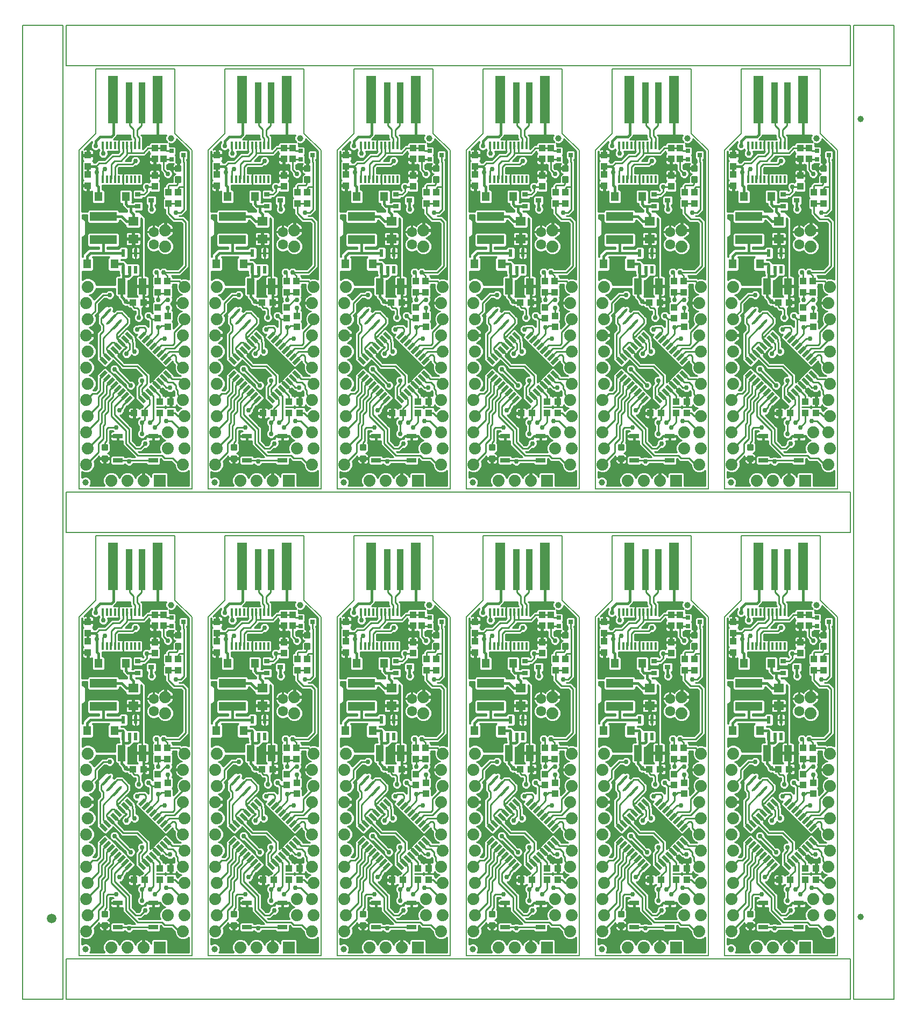
<source format=gtl>
G75*
%MOIN*%
%OFA0B0*%
%FSLAX25Y25*%
%IPPOS*%
%LPD*%
%AMOC8*
5,1,8,0,0,1.08239X$1,22.5*
%
%ADD10C,0.00800*%
%ADD11R,0.04331X0.03937*%
%ADD12R,0.03937X0.04331*%
%ADD13R,0.05000X0.05787*%
%ADD14C,0.01181*%
%ADD15C,0.03937*%
%ADD16R,0.05906X0.29528*%
%ADD17R,0.03937X0.25591*%
%ADD18C,0.07400*%
%ADD19R,0.03543X0.03150*%
%ADD20R,0.06000X0.03000*%
%ADD21R,0.05000X0.02200*%
%ADD22R,0.02200X0.05000*%
%ADD23C,0.01000*%
%ADD24C,0.01772*%
%ADD25R,0.02165X0.04724*%
%ADD26R,0.06299X0.05512*%
%ADD27R,0.04724X0.09843*%
%ADD28R,0.16535X0.05512*%
%ADD29C,0.06299*%
%ADD30R,0.01500X0.04500*%
%ADD31R,0.02756X0.02756*%
%ADD32R,0.07400X0.07400*%
%ADD33C,0.05906*%
%ADD34C,0.03000*%
%ADD35C,0.01600*%
D10*
X0301500Y0004500D02*
X0301500Y0121500D01*
X0301500Y0111500D02*
X0301500Y0607500D01*
X0326500Y0607500D01*
X0326500Y0306500D01*
X0326500Y0316500D02*
X0326500Y0004500D01*
X0301500Y0004500D01*
X0328500Y0004500D02*
X0328500Y0029500D01*
X0426500Y0029500D01*
X0416500Y0029500D02*
X0814500Y0029500D01*
X0814500Y0004500D01*
X0611500Y0004500D01*
X0621500Y0004500D02*
X0328500Y0004500D01*
X0336500Y0031500D02*
X0336500Y0241000D01*
X0347000Y0251500D01*
X0347000Y0291500D01*
X0396000Y0291500D01*
X0396000Y0251500D01*
X0406500Y0241000D01*
X0406500Y0031500D01*
X0336500Y0031500D01*
X0416500Y0031500D02*
X0416500Y0241000D01*
X0427000Y0251500D01*
X0427000Y0291500D01*
X0476000Y0291500D01*
X0476000Y0251500D01*
X0486500Y0241000D01*
X0486500Y0031500D01*
X0416500Y0031500D01*
X0496500Y0031500D02*
X0496500Y0241000D01*
X0507000Y0251500D01*
X0507000Y0291500D01*
X0556000Y0291500D01*
X0556000Y0251500D01*
X0566500Y0241000D01*
X0566500Y0031500D01*
X0496500Y0031500D01*
X0576500Y0031500D02*
X0576500Y0241000D01*
X0587000Y0251500D01*
X0587000Y0291500D01*
X0636000Y0291500D01*
X0636000Y0251500D01*
X0646500Y0241000D01*
X0646500Y0031500D01*
X0576500Y0031500D01*
X0656500Y0031500D02*
X0656500Y0241000D01*
X0667000Y0251500D01*
X0667000Y0291500D01*
X0716000Y0291500D01*
X0716000Y0251500D01*
X0726500Y0241000D01*
X0726500Y0031500D01*
X0656500Y0031500D01*
X0736500Y0031500D02*
X0736500Y0241000D01*
X0747000Y0251500D01*
X0747000Y0291500D01*
X0796000Y0291500D01*
X0796000Y0251500D01*
X0806500Y0241000D01*
X0806500Y0031500D01*
X0736500Y0031500D01*
X0816500Y0004500D02*
X0816500Y0121500D01*
X0816500Y0111500D02*
X0816500Y0607500D01*
X0841500Y0607500D01*
X0841500Y0306500D01*
X0841500Y0316500D02*
X0841500Y0004500D01*
X0816500Y0004500D01*
X0814500Y0293500D02*
X0621500Y0293500D01*
X0631500Y0293500D02*
X0328500Y0293500D01*
X0328500Y0318500D01*
X0436500Y0318500D01*
X0426500Y0318500D02*
X0814500Y0318500D01*
X0814500Y0293500D01*
X0806500Y0320500D02*
X0806500Y0530000D01*
X0796000Y0540500D01*
X0796000Y0580500D01*
X0747000Y0580500D01*
X0747000Y0540500D01*
X0736500Y0530000D01*
X0736500Y0320500D01*
X0806500Y0320500D01*
X0726500Y0320500D02*
X0726500Y0530000D01*
X0716000Y0540500D01*
X0716000Y0580500D01*
X0667000Y0580500D01*
X0667000Y0540500D01*
X0656500Y0530000D01*
X0656500Y0320500D01*
X0726500Y0320500D01*
X0646500Y0320500D02*
X0646500Y0530000D01*
X0636000Y0540500D01*
X0636000Y0580500D01*
X0587000Y0580500D01*
X0587000Y0540500D01*
X0576500Y0530000D01*
X0576500Y0320500D01*
X0646500Y0320500D01*
X0566500Y0320500D02*
X0566500Y0530000D01*
X0556000Y0540500D01*
X0556000Y0580500D01*
X0507000Y0580500D01*
X0507000Y0540500D01*
X0496500Y0530000D01*
X0496500Y0320500D01*
X0566500Y0320500D01*
X0486500Y0320500D02*
X0486500Y0530000D01*
X0476000Y0540500D01*
X0476000Y0580500D01*
X0427000Y0580500D01*
X0427000Y0540500D01*
X0416500Y0530000D01*
X0416500Y0320500D01*
X0486500Y0320500D01*
X0406500Y0320500D02*
X0406500Y0530000D01*
X0396000Y0540500D01*
X0396000Y0580500D01*
X0347000Y0580500D01*
X0347000Y0540500D01*
X0336500Y0530000D01*
X0336500Y0320500D01*
X0406500Y0320500D01*
X0328500Y0582500D02*
X0328500Y0607500D01*
X0520500Y0607500D01*
X0510500Y0607500D02*
X0814500Y0607500D01*
X0814500Y0582500D01*
X0705500Y0582500D01*
X0715500Y0582500D02*
X0328500Y0582500D01*
D11*
X0370029Y0435812D03*
X0376721Y0435812D03*
X0450029Y0435812D03*
X0456721Y0435812D03*
X0530029Y0435812D03*
X0536721Y0435812D03*
X0610029Y0435812D03*
X0616721Y0435812D03*
X0690029Y0435812D03*
X0696721Y0435812D03*
X0770029Y0435812D03*
X0776721Y0435812D03*
X0786654Y0374500D03*
X0793346Y0374500D03*
X0793346Y0367500D03*
X0786654Y0367500D03*
X0777346Y0367250D03*
X0770654Y0367250D03*
X0713346Y0367500D03*
X0706654Y0367500D03*
X0706654Y0374500D03*
X0713346Y0374500D03*
X0697346Y0367250D03*
X0690654Y0367250D03*
X0633346Y0367500D03*
X0626654Y0367500D03*
X0626654Y0374500D03*
X0633346Y0374500D03*
X0617346Y0367250D03*
X0610654Y0367250D03*
X0553346Y0367500D03*
X0546654Y0367500D03*
X0546654Y0374500D03*
X0553346Y0374500D03*
X0537346Y0367250D03*
X0530654Y0367250D03*
X0473346Y0367500D03*
X0466654Y0367500D03*
X0466654Y0374500D03*
X0473346Y0374500D03*
X0457346Y0367250D03*
X0450654Y0367250D03*
X0393346Y0367500D03*
X0386654Y0367500D03*
X0386654Y0374500D03*
X0393346Y0374500D03*
X0377346Y0367250D03*
X0370654Y0367250D03*
X0370029Y0146813D03*
X0376721Y0146813D03*
X0450029Y0146813D03*
X0456721Y0146813D03*
X0530029Y0146813D03*
X0536721Y0146813D03*
X0610029Y0146813D03*
X0616721Y0146813D03*
X0690029Y0146813D03*
X0696721Y0146813D03*
X0770029Y0146813D03*
X0776721Y0146813D03*
X0786654Y0085500D03*
X0793346Y0085500D03*
X0793346Y0078500D03*
X0786654Y0078500D03*
X0777346Y0078250D03*
X0770654Y0078250D03*
X0713346Y0078500D03*
X0706654Y0078500D03*
X0697346Y0078250D03*
X0690654Y0078250D03*
X0706654Y0085500D03*
X0713346Y0085500D03*
X0633346Y0085500D03*
X0626654Y0085500D03*
X0626654Y0078500D03*
X0633346Y0078500D03*
X0617346Y0078250D03*
X0610654Y0078250D03*
X0553346Y0078500D03*
X0546654Y0078500D03*
X0537346Y0078250D03*
X0530654Y0078250D03*
X0546654Y0085500D03*
X0553346Y0085500D03*
X0473346Y0085500D03*
X0466654Y0085500D03*
X0466654Y0078500D03*
X0473346Y0078500D03*
X0457346Y0078250D03*
X0450654Y0078250D03*
X0393346Y0078500D03*
X0386654Y0078500D03*
X0377346Y0078250D03*
X0370654Y0078250D03*
X0386654Y0085500D03*
X0393346Y0085500D03*
D12*
X0391500Y0131654D03*
X0391500Y0138346D03*
X0385250Y0136904D03*
X0385250Y0143596D03*
X0385250Y0153154D03*
X0391250Y0153154D03*
X0391250Y0159846D03*
X0385250Y0159846D03*
X0392000Y0208154D03*
X0398000Y0208154D03*
X0398000Y0214846D03*
X0392000Y0214846D03*
X0383500Y0218654D03*
X0383500Y0225346D03*
X0383500Y0235654D03*
X0389000Y0235654D03*
X0389000Y0242346D03*
X0383500Y0242346D03*
X0422000Y0237846D03*
X0422000Y0231154D03*
X0422000Y0225846D03*
X0422000Y0219154D03*
X0463500Y0218654D03*
X0472000Y0214846D03*
X0478000Y0214846D03*
X0478000Y0208154D03*
X0472000Y0208154D03*
X0463500Y0225346D03*
X0463500Y0235654D03*
X0469000Y0235654D03*
X0469000Y0242346D03*
X0463500Y0242346D03*
X0502000Y0237846D03*
X0502000Y0231154D03*
X0502000Y0225846D03*
X0502000Y0219154D03*
X0543500Y0218654D03*
X0552000Y0214846D03*
X0558000Y0214846D03*
X0558000Y0208154D03*
X0552000Y0208154D03*
X0543500Y0225346D03*
X0543500Y0235654D03*
X0549000Y0235654D03*
X0549000Y0242346D03*
X0543500Y0242346D03*
X0582000Y0237846D03*
X0582000Y0231154D03*
X0582000Y0225846D03*
X0582000Y0219154D03*
X0623500Y0218654D03*
X0632000Y0214846D03*
X0638000Y0214846D03*
X0638000Y0208154D03*
X0632000Y0208154D03*
X0623500Y0225346D03*
X0623500Y0235654D03*
X0629000Y0235654D03*
X0629000Y0242346D03*
X0623500Y0242346D03*
X0662000Y0237846D03*
X0662000Y0231154D03*
X0662000Y0225846D03*
X0662000Y0219154D03*
X0703500Y0218654D03*
X0712000Y0214846D03*
X0718000Y0214846D03*
X0718000Y0208154D03*
X0712000Y0208154D03*
X0703500Y0225346D03*
X0703500Y0235654D03*
X0709000Y0235654D03*
X0709000Y0242346D03*
X0703500Y0242346D03*
X0742000Y0237846D03*
X0742000Y0231154D03*
X0742000Y0225846D03*
X0742000Y0219154D03*
X0783500Y0218654D03*
X0792000Y0214846D03*
X0798000Y0214846D03*
X0798000Y0208154D03*
X0792000Y0208154D03*
X0783500Y0225346D03*
X0783500Y0235654D03*
X0789000Y0235654D03*
X0789000Y0242346D03*
X0783500Y0242346D03*
X0785250Y0159846D03*
X0791250Y0159846D03*
X0791250Y0153154D03*
X0785250Y0153154D03*
X0785250Y0143596D03*
X0785250Y0136904D03*
X0791500Y0138346D03*
X0791500Y0131654D03*
X0711500Y0131654D03*
X0711500Y0138346D03*
X0705250Y0136904D03*
X0705250Y0143596D03*
X0705250Y0153154D03*
X0711250Y0153154D03*
X0711250Y0159846D03*
X0705250Y0159846D03*
X0631250Y0159846D03*
X0625250Y0159846D03*
X0625250Y0153154D03*
X0631250Y0153154D03*
X0625250Y0143596D03*
X0625250Y0136904D03*
X0631500Y0138346D03*
X0631500Y0131654D03*
X0551500Y0131654D03*
X0551500Y0138346D03*
X0545250Y0136904D03*
X0545250Y0143596D03*
X0545250Y0153154D03*
X0551250Y0153154D03*
X0551250Y0159846D03*
X0545250Y0159846D03*
X0471250Y0159846D03*
X0465250Y0159846D03*
X0465250Y0153154D03*
X0471250Y0153154D03*
X0465250Y0143596D03*
X0465250Y0136904D03*
X0471500Y0138346D03*
X0471500Y0131654D03*
X0342000Y0219154D03*
X0342000Y0225846D03*
X0342000Y0231154D03*
X0342000Y0237846D03*
X0391500Y0420654D03*
X0391500Y0427346D03*
X0385250Y0425904D03*
X0385250Y0432596D03*
X0385250Y0442154D03*
X0391250Y0442154D03*
X0391250Y0448846D03*
X0385250Y0448846D03*
X0392000Y0497154D03*
X0398000Y0497154D03*
X0398000Y0503846D03*
X0392000Y0503846D03*
X0383500Y0507654D03*
X0383500Y0514346D03*
X0383500Y0524654D03*
X0389000Y0524654D03*
X0389000Y0531346D03*
X0383500Y0531346D03*
X0422000Y0526846D03*
X0422000Y0520154D03*
X0422000Y0514846D03*
X0422000Y0508154D03*
X0463500Y0507654D03*
X0463500Y0514346D03*
X0463500Y0524654D03*
X0469000Y0524654D03*
X0469000Y0531346D03*
X0463500Y0531346D03*
X0472000Y0503846D03*
X0478000Y0503846D03*
X0478000Y0497154D03*
X0472000Y0497154D03*
X0502000Y0508154D03*
X0502000Y0514846D03*
X0502000Y0520154D03*
X0502000Y0526846D03*
X0543500Y0524654D03*
X0549000Y0524654D03*
X0549000Y0531346D03*
X0543500Y0531346D03*
X0543500Y0514346D03*
X0543500Y0507654D03*
X0552000Y0503846D03*
X0558000Y0503846D03*
X0558000Y0497154D03*
X0552000Y0497154D03*
X0582000Y0508154D03*
X0582000Y0514846D03*
X0582000Y0520154D03*
X0582000Y0526846D03*
X0623500Y0524654D03*
X0629000Y0524654D03*
X0629000Y0531346D03*
X0623500Y0531346D03*
X0623500Y0514346D03*
X0623500Y0507654D03*
X0632000Y0503846D03*
X0638000Y0503846D03*
X0638000Y0497154D03*
X0632000Y0497154D03*
X0662000Y0508154D03*
X0662000Y0514846D03*
X0662000Y0520154D03*
X0662000Y0526846D03*
X0703500Y0524654D03*
X0709000Y0524654D03*
X0709000Y0531346D03*
X0703500Y0531346D03*
X0703500Y0514346D03*
X0703500Y0507654D03*
X0712000Y0503846D03*
X0718000Y0503846D03*
X0718000Y0497154D03*
X0712000Y0497154D03*
X0742000Y0508154D03*
X0742000Y0514846D03*
X0742000Y0520154D03*
X0742000Y0526846D03*
X0783500Y0524654D03*
X0789000Y0524654D03*
X0789000Y0531346D03*
X0783500Y0531346D03*
X0783500Y0514346D03*
X0783500Y0507654D03*
X0792000Y0503846D03*
X0798000Y0503846D03*
X0798000Y0497154D03*
X0792000Y0497154D03*
X0791250Y0448846D03*
X0785250Y0448846D03*
X0785250Y0442154D03*
X0791250Y0442154D03*
X0785250Y0432596D03*
X0791500Y0427346D03*
X0785250Y0425904D03*
X0791500Y0420654D03*
X0711500Y0420654D03*
X0711500Y0427346D03*
X0705250Y0425904D03*
X0705250Y0432596D03*
X0705250Y0442154D03*
X0711250Y0442154D03*
X0711250Y0448846D03*
X0705250Y0448846D03*
X0631250Y0448846D03*
X0625250Y0448846D03*
X0625250Y0442154D03*
X0631250Y0442154D03*
X0625250Y0432596D03*
X0631500Y0427346D03*
X0625250Y0425904D03*
X0631500Y0420654D03*
X0551500Y0420654D03*
X0551500Y0427346D03*
X0545250Y0425904D03*
X0545250Y0432596D03*
X0545250Y0442154D03*
X0551250Y0442154D03*
X0551250Y0448846D03*
X0545250Y0448846D03*
X0471250Y0448846D03*
X0465250Y0448846D03*
X0465250Y0442154D03*
X0471250Y0442154D03*
X0465250Y0432596D03*
X0471500Y0427346D03*
X0465250Y0425904D03*
X0471500Y0420654D03*
X0342000Y0508154D03*
X0342000Y0514846D03*
X0342000Y0520154D03*
X0342000Y0526846D03*
D13*
X0348535Y0501250D03*
X0365465Y0501250D03*
X0358427Y0459537D03*
X0341498Y0459537D03*
X0421498Y0459537D03*
X0438427Y0459537D03*
X0445465Y0501250D03*
X0428535Y0501250D03*
X0501498Y0459537D03*
X0518427Y0459537D03*
X0525465Y0501250D03*
X0508535Y0501250D03*
X0581498Y0459537D03*
X0598427Y0459537D03*
X0605465Y0501250D03*
X0588535Y0501250D03*
X0661498Y0459537D03*
X0678427Y0459537D03*
X0685465Y0501250D03*
X0668535Y0501250D03*
X0741498Y0459537D03*
X0758427Y0459537D03*
X0765465Y0501250D03*
X0748535Y0501250D03*
X0748535Y0212250D03*
X0765465Y0212250D03*
X0758427Y0170538D03*
X0741498Y0170538D03*
X0685465Y0212250D03*
X0668535Y0212250D03*
X0661498Y0170538D03*
X0678427Y0170538D03*
X0605465Y0212250D03*
X0588535Y0212250D03*
X0581498Y0170538D03*
X0598427Y0170538D03*
X0525465Y0212250D03*
X0508535Y0212250D03*
X0501498Y0170538D03*
X0518427Y0170538D03*
X0438427Y0170538D03*
X0421498Y0170538D03*
X0428535Y0212250D03*
X0445465Y0212250D03*
X0365465Y0212250D03*
X0348535Y0212250D03*
X0341498Y0170538D03*
X0358427Y0170538D03*
D14*
X0396622Y0221419D02*
X0399378Y0221419D01*
X0396622Y0221419D02*
X0396622Y0224175D01*
X0399378Y0224175D01*
X0399378Y0221419D01*
X0399378Y0222599D02*
X0396622Y0222599D01*
X0396622Y0223779D02*
X0399378Y0223779D01*
X0399378Y0228325D02*
X0396622Y0228325D01*
X0396622Y0231081D01*
X0399378Y0231081D01*
X0399378Y0228325D01*
X0399378Y0229505D02*
X0396622Y0229505D01*
X0396622Y0230685D02*
X0399378Y0230685D01*
X0476622Y0228325D02*
X0479378Y0228325D01*
X0476622Y0228325D02*
X0476622Y0231081D01*
X0479378Y0231081D01*
X0479378Y0228325D01*
X0479378Y0229505D02*
X0476622Y0229505D01*
X0476622Y0230685D02*
X0479378Y0230685D01*
X0479378Y0221419D02*
X0476622Y0221419D01*
X0476622Y0224175D01*
X0479378Y0224175D01*
X0479378Y0221419D01*
X0479378Y0222599D02*
X0476622Y0222599D01*
X0476622Y0223779D02*
X0479378Y0223779D01*
X0556622Y0221419D02*
X0559378Y0221419D01*
X0556622Y0221419D02*
X0556622Y0224175D01*
X0559378Y0224175D01*
X0559378Y0221419D01*
X0559378Y0222599D02*
X0556622Y0222599D01*
X0556622Y0223779D02*
X0559378Y0223779D01*
X0559378Y0228325D02*
X0556622Y0228325D01*
X0556622Y0231081D01*
X0559378Y0231081D01*
X0559378Y0228325D01*
X0559378Y0229505D02*
X0556622Y0229505D01*
X0556622Y0230685D02*
X0559378Y0230685D01*
X0636622Y0228325D02*
X0639378Y0228325D01*
X0636622Y0228325D02*
X0636622Y0231081D01*
X0639378Y0231081D01*
X0639378Y0228325D01*
X0639378Y0229505D02*
X0636622Y0229505D01*
X0636622Y0230685D02*
X0639378Y0230685D01*
X0639378Y0221419D02*
X0636622Y0221419D01*
X0636622Y0224175D01*
X0639378Y0224175D01*
X0639378Y0221419D01*
X0639378Y0222599D02*
X0636622Y0222599D01*
X0636622Y0223779D02*
X0639378Y0223779D01*
X0716622Y0221419D02*
X0719378Y0221419D01*
X0716622Y0221419D02*
X0716622Y0224175D01*
X0719378Y0224175D01*
X0719378Y0221419D01*
X0719378Y0222599D02*
X0716622Y0222599D01*
X0716622Y0223779D02*
X0719378Y0223779D01*
X0719378Y0228325D02*
X0716622Y0228325D01*
X0716622Y0231081D01*
X0719378Y0231081D01*
X0719378Y0228325D01*
X0719378Y0229505D02*
X0716622Y0229505D01*
X0716622Y0230685D02*
X0719378Y0230685D01*
X0796622Y0228325D02*
X0799378Y0228325D01*
X0796622Y0228325D02*
X0796622Y0231081D01*
X0799378Y0231081D01*
X0799378Y0228325D01*
X0799378Y0229505D02*
X0796622Y0229505D01*
X0796622Y0230685D02*
X0799378Y0230685D01*
X0799378Y0221419D02*
X0796622Y0221419D01*
X0796622Y0224175D01*
X0799378Y0224175D01*
X0799378Y0221419D01*
X0799378Y0222599D02*
X0796622Y0222599D01*
X0796622Y0223779D02*
X0799378Y0223779D01*
X0753878Y0340425D02*
X0751122Y0340425D01*
X0753878Y0340425D02*
X0753878Y0337669D01*
X0751122Y0337669D01*
X0751122Y0340425D01*
X0751122Y0338849D02*
X0753878Y0338849D01*
X0753878Y0340029D02*
X0751122Y0340029D01*
X0751122Y0347331D02*
X0753878Y0347331D01*
X0753878Y0344575D01*
X0751122Y0344575D01*
X0751122Y0347331D01*
X0751122Y0345755D02*
X0753878Y0345755D01*
X0753878Y0346935D02*
X0751122Y0346935D01*
X0673878Y0347331D02*
X0671122Y0347331D01*
X0673878Y0347331D02*
X0673878Y0344575D01*
X0671122Y0344575D01*
X0671122Y0347331D01*
X0671122Y0345755D02*
X0673878Y0345755D01*
X0673878Y0346935D02*
X0671122Y0346935D01*
X0671122Y0340425D02*
X0673878Y0340425D01*
X0673878Y0337669D01*
X0671122Y0337669D01*
X0671122Y0340425D01*
X0671122Y0338849D02*
X0673878Y0338849D01*
X0673878Y0340029D02*
X0671122Y0340029D01*
X0593878Y0340425D02*
X0591122Y0340425D01*
X0593878Y0340425D02*
X0593878Y0337669D01*
X0591122Y0337669D01*
X0591122Y0340425D01*
X0591122Y0338849D02*
X0593878Y0338849D01*
X0593878Y0340029D02*
X0591122Y0340029D01*
X0591122Y0347331D02*
X0593878Y0347331D01*
X0593878Y0344575D01*
X0591122Y0344575D01*
X0591122Y0347331D01*
X0591122Y0345755D02*
X0593878Y0345755D01*
X0593878Y0346935D02*
X0591122Y0346935D01*
X0513878Y0347331D02*
X0511122Y0347331D01*
X0513878Y0347331D02*
X0513878Y0344575D01*
X0511122Y0344575D01*
X0511122Y0347331D01*
X0511122Y0345755D02*
X0513878Y0345755D01*
X0513878Y0346935D02*
X0511122Y0346935D01*
X0511122Y0340425D02*
X0513878Y0340425D01*
X0513878Y0337669D01*
X0511122Y0337669D01*
X0511122Y0340425D01*
X0511122Y0338849D02*
X0513878Y0338849D01*
X0513878Y0340029D02*
X0511122Y0340029D01*
X0433878Y0340425D02*
X0431122Y0340425D01*
X0433878Y0340425D02*
X0433878Y0337669D01*
X0431122Y0337669D01*
X0431122Y0340425D01*
X0431122Y0338849D02*
X0433878Y0338849D01*
X0433878Y0340029D02*
X0431122Y0340029D01*
X0431122Y0347331D02*
X0433878Y0347331D01*
X0433878Y0344575D01*
X0431122Y0344575D01*
X0431122Y0347331D01*
X0431122Y0345755D02*
X0433878Y0345755D01*
X0433878Y0346935D02*
X0431122Y0346935D01*
X0353878Y0347331D02*
X0351122Y0347331D01*
X0353878Y0347331D02*
X0353878Y0344575D01*
X0351122Y0344575D01*
X0351122Y0347331D01*
X0351122Y0345755D02*
X0353878Y0345755D01*
X0353878Y0346935D02*
X0351122Y0346935D01*
X0351122Y0340425D02*
X0353878Y0340425D01*
X0353878Y0337669D01*
X0351122Y0337669D01*
X0351122Y0340425D01*
X0351122Y0338849D02*
X0353878Y0338849D01*
X0353878Y0340029D02*
X0351122Y0340029D01*
X0396622Y0510419D02*
X0399378Y0510419D01*
X0396622Y0510419D02*
X0396622Y0513175D01*
X0399378Y0513175D01*
X0399378Y0510419D01*
X0399378Y0511599D02*
X0396622Y0511599D01*
X0396622Y0512779D02*
X0399378Y0512779D01*
X0399378Y0517325D02*
X0396622Y0517325D01*
X0396622Y0520081D01*
X0399378Y0520081D01*
X0399378Y0517325D01*
X0399378Y0518505D02*
X0396622Y0518505D01*
X0396622Y0519685D02*
X0399378Y0519685D01*
X0476622Y0517325D02*
X0479378Y0517325D01*
X0476622Y0517325D02*
X0476622Y0520081D01*
X0479378Y0520081D01*
X0479378Y0517325D01*
X0479378Y0518505D02*
X0476622Y0518505D01*
X0476622Y0519685D02*
X0479378Y0519685D01*
X0479378Y0510419D02*
X0476622Y0510419D01*
X0476622Y0513175D01*
X0479378Y0513175D01*
X0479378Y0510419D01*
X0479378Y0511599D02*
X0476622Y0511599D01*
X0476622Y0512779D02*
X0479378Y0512779D01*
X0556622Y0510419D02*
X0559378Y0510419D01*
X0556622Y0510419D02*
X0556622Y0513175D01*
X0559378Y0513175D01*
X0559378Y0510419D01*
X0559378Y0511599D02*
X0556622Y0511599D01*
X0556622Y0512779D02*
X0559378Y0512779D01*
X0559378Y0517325D02*
X0556622Y0517325D01*
X0556622Y0520081D01*
X0559378Y0520081D01*
X0559378Y0517325D01*
X0559378Y0518505D02*
X0556622Y0518505D01*
X0556622Y0519685D02*
X0559378Y0519685D01*
X0636622Y0517325D02*
X0639378Y0517325D01*
X0636622Y0517325D02*
X0636622Y0520081D01*
X0639378Y0520081D01*
X0639378Y0517325D01*
X0639378Y0518505D02*
X0636622Y0518505D01*
X0636622Y0519685D02*
X0639378Y0519685D01*
X0639378Y0510419D02*
X0636622Y0510419D01*
X0636622Y0513175D01*
X0639378Y0513175D01*
X0639378Y0510419D01*
X0639378Y0511599D02*
X0636622Y0511599D01*
X0636622Y0512779D02*
X0639378Y0512779D01*
X0716622Y0510419D02*
X0719378Y0510419D01*
X0716622Y0510419D02*
X0716622Y0513175D01*
X0719378Y0513175D01*
X0719378Y0510419D01*
X0719378Y0511599D02*
X0716622Y0511599D01*
X0716622Y0512779D02*
X0719378Y0512779D01*
X0719378Y0517325D02*
X0716622Y0517325D01*
X0716622Y0520081D01*
X0719378Y0520081D01*
X0719378Y0517325D01*
X0719378Y0518505D02*
X0716622Y0518505D01*
X0716622Y0519685D02*
X0719378Y0519685D01*
X0796622Y0517325D02*
X0799378Y0517325D01*
X0796622Y0517325D02*
X0796622Y0520081D01*
X0799378Y0520081D01*
X0799378Y0517325D01*
X0799378Y0518505D02*
X0796622Y0518505D01*
X0796622Y0519685D02*
X0799378Y0519685D01*
X0799378Y0510419D02*
X0796622Y0510419D01*
X0796622Y0513175D01*
X0799378Y0513175D01*
X0799378Y0510419D01*
X0799378Y0511599D02*
X0796622Y0511599D01*
X0796622Y0512779D02*
X0799378Y0512779D01*
X0753878Y0058331D02*
X0751122Y0058331D01*
X0753878Y0058331D02*
X0753878Y0055575D01*
X0751122Y0055575D01*
X0751122Y0058331D01*
X0751122Y0056755D02*
X0753878Y0056755D01*
X0753878Y0057935D02*
X0751122Y0057935D01*
X0751122Y0051425D02*
X0753878Y0051425D01*
X0753878Y0048669D01*
X0751122Y0048669D01*
X0751122Y0051425D01*
X0751122Y0049849D02*
X0753878Y0049849D01*
X0753878Y0051029D02*
X0751122Y0051029D01*
X0673878Y0051425D02*
X0671122Y0051425D01*
X0673878Y0051425D02*
X0673878Y0048669D01*
X0671122Y0048669D01*
X0671122Y0051425D01*
X0671122Y0049849D02*
X0673878Y0049849D01*
X0673878Y0051029D02*
X0671122Y0051029D01*
X0671122Y0058331D02*
X0673878Y0058331D01*
X0673878Y0055575D01*
X0671122Y0055575D01*
X0671122Y0058331D01*
X0671122Y0056755D02*
X0673878Y0056755D01*
X0673878Y0057935D02*
X0671122Y0057935D01*
X0593878Y0058331D02*
X0591122Y0058331D01*
X0593878Y0058331D02*
X0593878Y0055575D01*
X0591122Y0055575D01*
X0591122Y0058331D01*
X0591122Y0056755D02*
X0593878Y0056755D01*
X0593878Y0057935D02*
X0591122Y0057935D01*
X0591122Y0051425D02*
X0593878Y0051425D01*
X0593878Y0048669D01*
X0591122Y0048669D01*
X0591122Y0051425D01*
X0591122Y0049849D02*
X0593878Y0049849D01*
X0593878Y0051029D02*
X0591122Y0051029D01*
X0513878Y0051425D02*
X0511122Y0051425D01*
X0513878Y0051425D02*
X0513878Y0048669D01*
X0511122Y0048669D01*
X0511122Y0051425D01*
X0511122Y0049849D02*
X0513878Y0049849D01*
X0513878Y0051029D02*
X0511122Y0051029D01*
X0511122Y0058331D02*
X0513878Y0058331D01*
X0513878Y0055575D01*
X0511122Y0055575D01*
X0511122Y0058331D01*
X0511122Y0056755D02*
X0513878Y0056755D01*
X0513878Y0057935D02*
X0511122Y0057935D01*
X0433878Y0058331D02*
X0431122Y0058331D01*
X0433878Y0058331D02*
X0433878Y0055575D01*
X0431122Y0055575D01*
X0431122Y0058331D01*
X0431122Y0056755D02*
X0433878Y0056755D01*
X0433878Y0057935D02*
X0431122Y0057935D01*
X0431122Y0051425D02*
X0433878Y0051425D01*
X0433878Y0048669D01*
X0431122Y0048669D01*
X0431122Y0051425D01*
X0431122Y0049849D02*
X0433878Y0049849D01*
X0433878Y0051029D02*
X0431122Y0051029D01*
X0353878Y0051425D02*
X0351122Y0051425D01*
X0353878Y0051425D02*
X0353878Y0048669D01*
X0351122Y0048669D01*
X0351122Y0051425D01*
X0351122Y0049849D02*
X0353878Y0049849D01*
X0353878Y0051029D02*
X0351122Y0051029D01*
X0351122Y0058331D02*
X0353878Y0058331D01*
X0353878Y0055575D01*
X0351122Y0055575D01*
X0351122Y0058331D01*
X0351122Y0056755D02*
X0353878Y0056755D01*
X0353878Y0057935D02*
X0351122Y0057935D01*
D15*
X0340500Y0035500D03*
X0420500Y0035500D03*
X0500500Y0035500D03*
X0580500Y0035500D03*
X0660500Y0035500D03*
X0740500Y0035500D03*
X0821000Y0055500D03*
X0793500Y0248500D03*
X0713500Y0248500D03*
X0633500Y0248500D03*
X0553500Y0248500D03*
X0473500Y0248500D03*
X0393500Y0248500D03*
X0420500Y0324500D03*
X0340500Y0324500D03*
X0500500Y0324500D03*
X0580500Y0324500D03*
X0660500Y0324500D03*
X0740500Y0324500D03*
X0713500Y0537500D03*
X0633500Y0537500D03*
X0553500Y0537500D03*
X0473500Y0537500D03*
X0393500Y0537500D03*
X0793500Y0537500D03*
X0821000Y0549500D03*
D16*
X0785280Y0561287D03*
X0757720Y0561287D03*
X0705280Y0561287D03*
X0677720Y0561287D03*
X0625280Y0561287D03*
X0597720Y0561287D03*
X0545280Y0561287D03*
X0517720Y0561287D03*
X0465280Y0561287D03*
X0437720Y0561287D03*
X0385280Y0561287D03*
X0357720Y0561287D03*
X0357720Y0272287D03*
X0385280Y0272287D03*
X0437720Y0272287D03*
X0465280Y0272287D03*
X0517720Y0272287D03*
X0545280Y0272287D03*
X0597720Y0272287D03*
X0625280Y0272287D03*
X0677720Y0272287D03*
X0705280Y0272287D03*
X0757720Y0272287D03*
X0785280Y0272287D03*
D17*
X0775437Y0270319D03*
X0767563Y0270319D03*
X0695437Y0270319D03*
X0687563Y0270319D03*
X0615437Y0270319D03*
X0607563Y0270319D03*
X0535437Y0270319D03*
X0527563Y0270319D03*
X0455437Y0270319D03*
X0447563Y0270319D03*
X0375437Y0270319D03*
X0367563Y0270319D03*
X0367563Y0559319D03*
X0375437Y0559319D03*
X0447563Y0559319D03*
X0455437Y0559319D03*
X0527563Y0559319D03*
X0535437Y0559319D03*
X0607563Y0559319D03*
X0615437Y0559319D03*
X0687563Y0559319D03*
X0695437Y0559319D03*
X0767563Y0559319D03*
X0775437Y0559319D03*
D18*
X0790000Y0480500D03*
X0790000Y0470500D03*
X0802000Y0445500D03*
X0801000Y0435500D03*
X0802000Y0425500D03*
X0801000Y0415500D03*
X0802000Y0405500D03*
X0801000Y0395500D03*
X0802000Y0385500D03*
X0801000Y0375500D03*
X0802000Y0365500D03*
X0801000Y0355500D03*
X0791500Y0355500D03*
X0791500Y0345500D03*
X0802000Y0345500D03*
X0801000Y0335500D03*
X0776500Y0325500D03*
X0766500Y0325500D03*
X0756500Y0325500D03*
X0741000Y0335500D03*
X0742000Y0345500D03*
X0741000Y0355500D03*
X0742000Y0365500D03*
X0741000Y0375500D03*
X0742000Y0385500D03*
X0741000Y0395500D03*
X0742000Y0405500D03*
X0741000Y0415500D03*
X0742000Y0425500D03*
X0741000Y0435500D03*
X0742000Y0445500D03*
X0722000Y0445500D03*
X0721000Y0435500D03*
X0722000Y0425500D03*
X0721000Y0415500D03*
X0722000Y0405500D03*
X0721000Y0395500D03*
X0722000Y0385500D03*
X0721000Y0375500D03*
X0722000Y0365500D03*
X0721000Y0355500D03*
X0711500Y0355500D03*
X0711500Y0345500D03*
X0722000Y0345500D03*
X0721000Y0335500D03*
X0696500Y0325500D03*
X0686500Y0325500D03*
X0676500Y0325500D03*
X0661000Y0335500D03*
X0662000Y0345500D03*
X0661000Y0355500D03*
X0662000Y0365500D03*
X0661000Y0375500D03*
X0662000Y0385500D03*
X0661000Y0395500D03*
X0662000Y0405500D03*
X0661000Y0415500D03*
X0662000Y0425500D03*
X0661000Y0435500D03*
X0662000Y0445500D03*
X0642000Y0445500D03*
X0641000Y0435500D03*
X0642000Y0425500D03*
X0641000Y0415500D03*
X0642000Y0405500D03*
X0641000Y0395500D03*
X0642000Y0385500D03*
X0641000Y0375500D03*
X0642000Y0365500D03*
X0641000Y0355500D03*
X0631500Y0355500D03*
X0631500Y0345500D03*
X0642000Y0345500D03*
X0641000Y0335500D03*
X0616500Y0325500D03*
X0606500Y0325500D03*
X0596500Y0325500D03*
X0581000Y0335500D03*
X0582000Y0345500D03*
X0581000Y0355500D03*
X0582000Y0365500D03*
X0581000Y0375500D03*
X0582000Y0385500D03*
X0581000Y0395500D03*
X0582000Y0405500D03*
X0581000Y0415500D03*
X0582000Y0425500D03*
X0581000Y0435500D03*
X0582000Y0445500D03*
X0562000Y0445500D03*
X0561000Y0435500D03*
X0562000Y0425500D03*
X0561000Y0415500D03*
X0562000Y0405500D03*
X0561000Y0395500D03*
X0562000Y0385500D03*
X0561000Y0375500D03*
X0562000Y0365500D03*
X0561000Y0355500D03*
X0551500Y0355500D03*
X0551500Y0345500D03*
X0562000Y0345500D03*
X0561000Y0335500D03*
X0536500Y0325500D03*
X0526500Y0325500D03*
X0516500Y0325500D03*
X0501000Y0335500D03*
X0502000Y0345500D03*
X0501000Y0355500D03*
X0502000Y0365500D03*
X0501000Y0375500D03*
X0502000Y0385500D03*
X0501000Y0395500D03*
X0502000Y0405500D03*
X0501000Y0415500D03*
X0502000Y0425500D03*
X0501000Y0435500D03*
X0502000Y0445500D03*
X0482000Y0445500D03*
X0481000Y0435500D03*
X0482000Y0425500D03*
X0481000Y0415500D03*
X0482000Y0405500D03*
X0481000Y0395500D03*
X0482000Y0385500D03*
X0481000Y0375500D03*
X0482000Y0365500D03*
X0481000Y0355500D03*
X0471500Y0355500D03*
X0471500Y0345500D03*
X0482000Y0345500D03*
X0481000Y0335500D03*
X0456500Y0325500D03*
X0446500Y0325500D03*
X0436500Y0325500D03*
X0421000Y0335500D03*
X0422000Y0345500D03*
X0421000Y0355500D03*
X0422000Y0365500D03*
X0421000Y0375500D03*
X0422000Y0385500D03*
X0421000Y0395500D03*
X0422000Y0405500D03*
X0421000Y0415500D03*
X0422000Y0425500D03*
X0421000Y0435500D03*
X0422000Y0445500D03*
X0402000Y0445500D03*
X0401000Y0435500D03*
X0402000Y0425500D03*
X0401000Y0415500D03*
X0402000Y0405500D03*
X0401000Y0395500D03*
X0402000Y0385500D03*
X0401000Y0375500D03*
X0402000Y0365500D03*
X0401000Y0355500D03*
X0391500Y0355500D03*
X0391500Y0345500D03*
X0402000Y0345500D03*
X0401000Y0335500D03*
X0376500Y0325500D03*
X0366500Y0325500D03*
X0356500Y0325500D03*
X0341000Y0335500D03*
X0342000Y0345500D03*
X0341000Y0355500D03*
X0342000Y0365500D03*
X0341000Y0375500D03*
X0342000Y0385500D03*
X0341000Y0395500D03*
X0342000Y0405500D03*
X0341000Y0415500D03*
X0342000Y0425500D03*
X0341000Y0435500D03*
X0342000Y0445500D03*
X0390000Y0470500D03*
X0390000Y0480500D03*
X0470000Y0480500D03*
X0470000Y0470500D03*
X0550000Y0470500D03*
X0550000Y0480500D03*
X0630000Y0480500D03*
X0630000Y0470500D03*
X0710000Y0470500D03*
X0710000Y0480500D03*
X0710000Y0191500D03*
X0710000Y0181500D03*
X0722000Y0156500D03*
X0721000Y0146500D03*
X0722000Y0136500D03*
X0721000Y0126500D03*
X0722000Y0116500D03*
X0721000Y0106500D03*
X0722000Y0096500D03*
X0721000Y0086500D03*
X0722000Y0076500D03*
X0721000Y0066500D03*
X0711500Y0066500D03*
X0711500Y0056500D03*
X0722000Y0056500D03*
X0721000Y0046500D03*
X0741000Y0046500D03*
X0742000Y0056500D03*
X0741000Y0066500D03*
X0742000Y0076500D03*
X0741000Y0086500D03*
X0742000Y0096500D03*
X0741000Y0106500D03*
X0742000Y0116500D03*
X0741000Y0126500D03*
X0742000Y0136500D03*
X0741000Y0146500D03*
X0742000Y0156500D03*
X0790000Y0181500D03*
X0790000Y0191500D03*
X0802000Y0156500D03*
X0801000Y0146500D03*
X0802000Y0136500D03*
X0801000Y0126500D03*
X0802000Y0116500D03*
X0801000Y0106500D03*
X0802000Y0096500D03*
X0801000Y0086500D03*
X0802000Y0076500D03*
X0801000Y0066500D03*
X0802000Y0056500D03*
X0801000Y0046500D03*
X0791500Y0056500D03*
X0791500Y0066500D03*
X0776500Y0036500D03*
X0766500Y0036500D03*
X0756500Y0036500D03*
X0696500Y0036500D03*
X0686500Y0036500D03*
X0676500Y0036500D03*
X0661000Y0046500D03*
X0662000Y0056500D03*
X0661000Y0066500D03*
X0662000Y0076500D03*
X0661000Y0086500D03*
X0662000Y0096500D03*
X0661000Y0106500D03*
X0662000Y0116500D03*
X0661000Y0126500D03*
X0662000Y0136500D03*
X0661000Y0146500D03*
X0662000Y0156500D03*
X0642000Y0156500D03*
X0641000Y0146500D03*
X0642000Y0136500D03*
X0641000Y0126500D03*
X0642000Y0116500D03*
X0641000Y0106500D03*
X0642000Y0096500D03*
X0641000Y0086500D03*
X0642000Y0076500D03*
X0641000Y0066500D03*
X0642000Y0056500D03*
X0641000Y0046500D03*
X0631500Y0056500D03*
X0631500Y0066500D03*
X0616500Y0036500D03*
X0606500Y0036500D03*
X0596500Y0036500D03*
X0581000Y0046500D03*
X0582000Y0056500D03*
X0581000Y0066500D03*
X0582000Y0076500D03*
X0581000Y0086500D03*
X0582000Y0096500D03*
X0581000Y0106500D03*
X0582000Y0116500D03*
X0581000Y0126500D03*
X0582000Y0136500D03*
X0581000Y0146500D03*
X0582000Y0156500D03*
X0562000Y0156500D03*
X0561000Y0146500D03*
X0562000Y0136500D03*
X0561000Y0126500D03*
X0562000Y0116500D03*
X0561000Y0106500D03*
X0562000Y0096500D03*
X0561000Y0086500D03*
X0562000Y0076500D03*
X0561000Y0066500D03*
X0551500Y0066500D03*
X0551500Y0056500D03*
X0562000Y0056500D03*
X0561000Y0046500D03*
X0536500Y0036500D03*
X0526500Y0036500D03*
X0516500Y0036500D03*
X0501000Y0046500D03*
X0502000Y0056500D03*
X0501000Y0066500D03*
X0502000Y0076500D03*
X0501000Y0086500D03*
X0502000Y0096500D03*
X0501000Y0106500D03*
X0502000Y0116500D03*
X0501000Y0126500D03*
X0502000Y0136500D03*
X0501000Y0146500D03*
X0502000Y0156500D03*
X0482000Y0156500D03*
X0481000Y0146500D03*
X0482000Y0136500D03*
X0481000Y0126500D03*
X0482000Y0116500D03*
X0481000Y0106500D03*
X0482000Y0096500D03*
X0481000Y0086500D03*
X0482000Y0076500D03*
X0481000Y0066500D03*
X0482000Y0056500D03*
X0481000Y0046500D03*
X0471500Y0056500D03*
X0471500Y0066500D03*
X0456500Y0036500D03*
X0446500Y0036500D03*
X0436500Y0036500D03*
X0421000Y0046500D03*
X0422000Y0056500D03*
X0421000Y0066500D03*
X0422000Y0076500D03*
X0421000Y0086500D03*
X0422000Y0096500D03*
X0421000Y0106500D03*
X0422000Y0116500D03*
X0421000Y0126500D03*
X0422000Y0136500D03*
X0421000Y0146500D03*
X0422000Y0156500D03*
X0402000Y0156500D03*
X0401000Y0146500D03*
X0402000Y0136500D03*
X0401000Y0126500D03*
X0402000Y0116500D03*
X0401000Y0106500D03*
X0402000Y0096500D03*
X0401000Y0086500D03*
X0402000Y0076500D03*
X0401000Y0066500D03*
X0391500Y0066500D03*
X0391500Y0056500D03*
X0402000Y0056500D03*
X0401000Y0046500D03*
X0376500Y0036500D03*
X0366500Y0036500D03*
X0356500Y0036500D03*
X0341000Y0046500D03*
X0342000Y0056500D03*
X0341000Y0066500D03*
X0342000Y0076500D03*
X0341000Y0086500D03*
X0342000Y0096500D03*
X0341000Y0106500D03*
X0342000Y0116500D03*
X0341000Y0126500D03*
X0342000Y0136500D03*
X0341000Y0146500D03*
X0342000Y0156500D03*
X0390000Y0181500D03*
X0390000Y0191500D03*
X0470000Y0191500D03*
X0470000Y0181500D03*
X0550000Y0181500D03*
X0550000Y0191500D03*
X0630000Y0191500D03*
X0630000Y0181500D03*
D19*
X0613063Y0206260D03*
X0621331Y0210000D03*
X0613063Y0213740D03*
X0541331Y0210000D03*
X0533063Y0206260D03*
X0533063Y0213740D03*
X0461331Y0210000D03*
X0453063Y0206260D03*
X0453063Y0213740D03*
X0381331Y0210000D03*
X0373063Y0206260D03*
X0373063Y0213740D03*
X0693063Y0213740D03*
X0701331Y0210000D03*
X0693063Y0206260D03*
X0773063Y0206260D03*
X0781331Y0210000D03*
X0773063Y0213740D03*
X0773063Y0495260D03*
X0773063Y0502740D03*
X0781331Y0499000D03*
X0701331Y0499000D03*
X0693063Y0502740D03*
X0693063Y0495260D03*
X0621331Y0499000D03*
X0613063Y0502740D03*
X0613063Y0495260D03*
X0541331Y0499000D03*
X0533063Y0502740D03*
X0533063Y0495260D03*
X0461331Y0499000D03*
X0453063Y0502740D03*
X0453063Y0495260D03*
X0381331Y0499000D03*
X0373063Y0502740D03*
X0373063Y0495260D03*
D20*
X0382500Y0353000D03*
X0382500Y0338000D03*
X0360500Y0338000D03*
X0360500Y0353000D03*
X0440500Y0353000D03*
X0440500Y0338000D03*
X0462500Y0338000D03*
X0462500Y0353000D03*
X0520500Y0353000D03*
X0520500Y0338000D03*
X0542500Y0338000D03*
X0542500Y0353000D03*
X0600500Y0353000D03*
X0600500Y0338000D03*
X0622500Y0338000D03*
X0622500Y0353000D03*
X0680500Y0353000D03*
X0680500Y0338000D03*
X0702500Y0338000D03*
X0702500Y0353000D03*
X0760500Y0353000D03*
X0760500Y0338000D03*
X0782500Y0338000D03*
X0782500Y0353000D03*
X0782500Y0064000D03*
X0782500Y0049000D03*
X0760500Y0049000D03*
X0760500Y0064000D03*
X0702500Y0064000D03*
X0702500Y0049000D03*
X0680500Y0049000D03*
X0680500Y0064000D03*
X0622500Y0064000D03*
X0622500Y0049000D03*
X0600500Y0049000D03*
X0600500Y0064000D03*
X0542500Y0064000D03*
X0542500Y0049000D03*
X0520500Y0049000D03*
X0520500Y0064000D03*
X0462500Y0064000D03*
X0462500Y0049000D03*
X0440500Y0049000D03*
X0440500Y0064000D03*
X0382500Y0064000D03*
X0382500Y0049000D03*
X0360500Y0049000D03*
X0360500Y0064000D03*
D21*
G36*
X0376644Y0084210D02*
X0373110Y0087744D01*
X0374666Y0089300D01*
X0378200Y0085766D01*
X0376644Y0084210D01*
G37*
G36*
X0378871Y0086437D02*
X0375337Y0089971D01*
X0376893Y0091527D01*
X0380427Y0087993D01*
X0378871Y0086437D01*
G37*
G36*
X0381098Y0088664D02*
X0377564Y0092198D01*
X0379120Y0093754D01*
X0382654Y0090220D01*
X0381098Y0088664D01*
G37*
G36*
X0383326Y0090891D02*
X0379792Y0094425D01*
X0381348Y0095981D01*
X0384882Y0092447D01*
X0383326Y0090891D01*
G37*
G36*
X0385553Y0093118D02*
X0382019Y0096652D01*
X0383575Y0098208D01*
X0387109Y0094674D01*
X0385553Y0093118D01*
G37*
G36*
X0387780Y0095346D02*
X0384246Y0098880D01*
X0385802Y0100436D01*
X0389336Y0096902D01*
X0387780Y0095346D01*
G37*
G36*
X0390007Y0097573D02*
X0386473Y0101107D01*
X0388029Y0102663D01*
X0391563Y0099129D01*
X0390007Y0097573D01*
G37*
G36*
X0392234Y0099800D02*
X0388700Y0103334D01*
X0390256Y0104890D01*
X0393790Y0101356D01*
X0392234Y0099800D01*
G37*
G36*
X0368334Y0123700D02*
X0364800Y0127234D01*
X0366356Y0128790D01*
X0369890Y0125256D01*
X0368334Y0123700D01*
G37*
G36*
X0366107Y0121473D02*
X0362573Y0125007D01*
X0364129Y0126563D01*
X0367663Y0123029D01*
X0366107Y0121473D01*
G37*
G36*
X0363880Y0119246D02*
X0360346Y0122780D01*
X0361902Y0124336D01*
X0365436Y0120802D01*
X0363880Y0119246D01*
G37*
G36*
X0361652Y0117019D02*
X0358118Y0120553D01*
X0359674Y0122109D01*
X0363208Y0118575D01*
X0361652Y0117019D01*
G37*
G36*
X0359425Y0114792D02*
X0355891Y0118326D01*
X0357447Y0119882D01*
X0360981Y0116348D01*
X0359425Y0114792D01*
G37*
G36*
X0357198Y0112564D02*
X0353664Y0116098D01*
X0355220Y0117654D01*
X0358754Y0114120D01*
X0357198Y0112564D01*
G37*
G36*
X0354971Y0110337D02*
X0351437Y0113871D01*
X0352993Y0115427D01*
X0356527Y0111893D01*
X0354971Y0110337D01*
G37*
G36*
X0352744Y0108110D02*
X0349210Y0111644D01*
X0350766Y0113200D01*
X0354300Y0109666D01*
X0352744Y0108110D01*
G37*
G36*
X0432744Y0108110D02*
X0429210Y0111644D01*
X0430766Y0113200D01*
X0434300Y0109666D01*
X0432744Y0108110D01*
G37*
G36*
X0434971Y0110337D02*
X0431437Y0113871D01*
X0432993Y0115427D01*
X0436527Y0111893D01*
X0434971Y0110337D01*
G37*
G36*
X0437198Y0112564D02*
X0433664Y0116098D01*
X0435220Y0117654D01*
X0438754Y0114120D01*
X0437198Y0112564D01*
G37*
G36*
X0439425Y0114792D02*
X0435891Y0118326D01*
X0437447Y0119882D01*
X0440981Y0116348D01*
X0439425Y0114792D01*
G37*
G36*
X0441652Y0117019D02*
X0438118Y0120553D01*
X0439674Y0122109D01*
X0443208Y0118575D01*
X0441652Y0117019D01*
G37*
G36*
X0443880Y0119246D02*
X0440346Y0122780D01*
X0441902Y0124336D01*
X0445436Y0120802D01*
X0443880Y0119246D01*
G37*
G36*
X0446107Y0121473D02*
X0442573Y0125007D01*
X0444129Y0126563D01*
X0447663Y0123029D01*
X0446107Y0121473D01*
G37*
G36*
X0448334Y0123700D02*
X0444800Y0127234D01*
X0446356Y0128790D01*
X0449890Y0125256D01*
X0448334Y0123700D01*
G37*
G36*
X0472234Y0099800D02*
X0468700Y0103334D01*
X0470256Y0104890D01*
X0473790Y0101356D01*
X0472234Y0099800D01*
G37*
G36*
X0470007Y0097573D02*
X0466473Y0101107D01*
X0468029Y0102663D01*
X0471563Y0099129D01*
X0470007Y0097573D01*
G37*
G36*
X0467780Y0095346D02*
X0464246Y0098880D01*
X0465802Y0100436D01*
X0469336Y0096902D01*
X0467780Y0095346D01*
G37*
G36*
X0465553Y0093118D02*
X0462019Y0096652D01*
X0463575Y0098208D01*
X0467109Y0094674D01*
X0465553Y0093118D01*
G37*
G36*
X0463326Y0090891D02*
X0459792Y0094425D01*
X0461348Y0095981D01*
X0464882Y0092447D01*
X0463326Y0090891D01*
G37*
G36*
X0461098Y0088664D02*
X0457564Y0092198D01*
X0459120Y0093754D01*
X0462654Y0090220D01*
X0461098Y0088664D01*
G37*
G36*
X0458871Y0086437D02*
X0455337Y0089971D01*
X0456893Y0091527D01*
X0460427Y0087993D01*
X0458871Y0086437D01*
G37*
G36*
X0456644Y0084210D02*
X0453110Y0087744D01*
X0454666Y0089300D01*
X0458200Y0085766D01*
X0456644Y0084210D01*
G37*
G36*
X0512744Y0108110D02*
X0509210Y0111644D01*
X0510766Y0113200D01*
X0514300Y0109666D01*
X0512744Y0108110D01*
G37*
G36*
X0514971Y0110337D02*
X0511437Y0113871D01*
X0512993Y0115427D01*
X0516527Y0111893D01*
X0514971Y0110337D01*
G37*
G36*
X0517198Y0112564D02*
X0513664Y0116098D01*
X0515220Y0117654D01*
X0518754Y0114120D01*
X0517198Y0112564D01*
G37*
G36*
X0519425Y0114792D02*
X0515891Y0118326D01*
X0517447Y0119882D01*
X0520981Y0116348D01*
X0519425Y0114792D01*
G37*
G36*
X0521652Y0117019D02*
X0518118Y0120553D01*
X0519674Y0122109D01*
X0523208Y0118575D01*
X0521652Y0117019D01*
G37*
G36*
X0523880Y0119246D02*
X0520346Y0122780D01*
X0521902Y0124336D01*
X0525436Y0120802D01*
X0523880Y0119246D01*
G37*
G36*
X0526107Y0121473D02*
X0522573Y0125007D01*
X0524129Y0126563D01*
X0527663Y0123029D01*
X0526107Y0121473D01*
G37*
G36*
X0528334Y0123700D02*
X0524800Y0127234D01*
X0526356Y0128790D01*
X0529890Y0125256D01*
X0528334Y0123700D01*
G37*
G36*
X0552234Y0099800D02*
X0548700Y0103334D01*
X0550256Y0104890D01*
X0553790Y0101356D01*
X0552234Y0099800D01*
G37*
G36*
X0550007Y0097573D02*
X0546473Y0101107D01*
X0548029Y0102663D01*
X0551563Y0099129D01*
X0550007Y0097573D01*
G37*
G36*
X0547780Y0095346D02*
X0544246Y0098880D01*
X0545802Y0100436D01*
X0549336Y0096902D01*
X0547780Y0095346D01*
G37*
G36*
X0545553Y0093118D02*
X0542019Y0096652D01*
X0543575Y0098208D01*
X0547109Y0094674D01*
X0545553Y0093118D01*
G37*
G36*
X0543326Y0090891D02*
X0539792Y0094425D01*
X0541348Y0095981D01*
X0544882Y0092447D01*
X0543326Y0090891D01*
G37*
G36*
X0541098Y0088664D02*
X0537564Y0092198D01*
X0539120Y0093754D01*
X0542654Y0090220D01*
X0541098Y0088664D01*
G37*
G36*
X0538871Y0086437D02*
X0535337Y0089971D01*
X0536893Y0091527D01*
X0540427Y0087993D01*
X0538871Y0086437D01*
G37*
G36*
X0536644Y0084210D02*
X0533110Y0087744D01*
X0534666Y0089300D01*
X0538200Y0085766D01*
X0536644Y0084210D01*
G37*
G36*
X0592744Y0108110D02*
X0589210Y0111644D01*
X0590766Y0113200D01*
X0594300Y0109666D01*
X0592744Y0108110D01*
G37*
G36*
X0594971Y0110337D02*
X0591437Y0113871D01*
X0592993Y0115427D01*
X0596527Y0111893D01*
X0594971Y0110337D01*
G37*
G36*
X0597198Y0112564D02*
X0593664Y0116098D01*
X0595220Y0117654D01*
X0598754Y0114120D01*
X0597198Y0112564D01*
G37*
G36*
X0599425Y0114792D02*
X0595891Y0118326D01*
X0597447Y0119882D01*
X0600981Y0116348D01*
X0599425Y0114792D01*
G37*
G36*
X0601652Y0117019D02*
X0598118Y0120553D01*
X0599674Y0122109D01*
X0603208Y0118575D01*
X0601652Y0117019D01*
G37*
G36*
X0603880Y0119246D02*
X0600346Y0122780D01*
X0601902Y0124336D01*
X0605436Y0120802D01*
X0603880Y0119246D01*
G37*
G36*
X0606107Y0121473D02*
X0602573Y0125007D01*
X0604129Y0126563D01*
X0607663Y0123029D01*
X0606107Y0121473D01*
G37*
G36*
X0608334Y0123700D02*
X0604800Y0127234D01*
X0606356Y0128790D01*
X0609890Y0125256D01*
X0608334Y0123700D01*
G37*
G36*
X0632234Y0099800D02*
X0628700Y0103334D01*
X0630256Y0104890D01*
X0633790Y0101356D01*
X0632234Y0099800D01*
G37*
G36*
X0630007Y0097573D02*
X0626473Y0101107D01*
X0628029Y0102663D01*
X0631563Y0099129D01*
X0630007Y0097573D01*
G37*
G36*
X0627780Y0095346D02*
X0624246Y0098880D01*
X0625802Y0100436D01*
X0629336Y0096902D01*
X0627780Y0095346D01*
G37*
G36*
X0625553Y0093118D02*
X0622019Y0096652D01*
X0623575Y0098208D01*
X0627109Y0094674D01*
X0625553Y0093118D01*
G37*
G36*
X0623326Y0090891D02*
X0619792Y0094425D01*
X0621348Y0095981D01*
X0624882Y0092447D01*
X0623326Y0090891D01*
G37*
G36*
X0621098Y0088664D02*
X0617564Y0092198D01*
X0619120Y0093754D01*
X0622654Y0090220D01*
X0621098Y0088664D01*
G37*
G36*
X0618871Y0086437D02*
X0615337Y0089971D01*
X0616893Y0091527D01*
X0620427Y0087993D01*
X0618871Y0086437D01*
G37*
G36*
X0616644Y0084210D02*
X0613110Y0087744D01*
X0614666Y0089300D01*
X0618200Y0085766D01*
X0616644Y0084210D01*
G37*
G36*
X0672744Y0108110D02*
X0669210Y0111644D01*
X0670766Y0113200D01*
X0674300Y0109666D01*
X0672744Y0108110D01*
G37*
G36*
X0674971Y0110337D02*
X0671437Y0113871D01*
X0672993Y0115427D01*
X0676527Y0111893D01*
X0674971Y0110337D01*
G37*
G36*
X0677198Y0112564D02*
X0673664Y0116098D01*
X0675220Y0117654D01*
X0678754Y0114120D01*
X0677198Y0112564D01*
G37*
G36*
X0679425Y0114792D02*
X0675891Y0118326D01*
X0677447Y0119882D01*
X0680981Y0116348D01*
X0679425Y0114792D01*
G37*
G36*
X0681652Y0117019D02*
X0678118Y0120553D01*
X0679674Y0122109D01*
X0683208Y0118575D01*
X0681652Y0117019D01*
G37*
G36*
X0683880Y0119246D02*
X0680346Y0122780D01*
X0681902Y0124336D01*
X0685436Y0120802D01*
X0683880Y0119246D01*
G37*
G36*
X0686107Y0121473D02*
X0682573Y0125007D01*
X0684129Y0126563D01*
X0687663Y0123029D01*
X0686107Y0121473D01*
G37*
G36*
X0688334Y0123700D02*
X0684800Y0127234D01*
X0686356Y0128790D01*
X0689890Y0125256D01*
X0688334Y0123700D01*
G37*
G36*
X0712234Y0099800D02*
X0708700Y0103334D01*
X0710256Y0104890D01*
X0713790Y0101356D01*
X0712234Y0099800D01*
G37*
G36*
X0710007Y0097573D02*
X0706473Y0101107D01*
X0708029Y0102663D01*
X0711563Y0099129D01*
X0710007Y0097573D01*
G37*
G36*
X0707780Y0095346D02*
X0704246Y0098880D01*
X0705802Y0100436D01*
X0709336Y0096902D01*
X0707780Y0095346D01*
G37*
G36*
X0705553Y0093118D02*
X0702019Y0096652D01*
X0703575Y0098208D01*
X0707109Y0094674D01*
X0705553Y0093118D01*
G37*
G36*
X0703326Y0090891D02*
X0699792Y0094425D01*
X0701348Y0095981D01*
X0704882Y0092447D01*
X0703326Y0090891D01*
G37*
G36*
X0701098Y0088664D02*
X0697564Y0092198D01*
X0699120Y0093754D01*
X0702654Y0090220D01*
X0701098Y0088664D01*
G37*
G36*
X0698871Y0086437D02*
X0695337Y0089971D01*
X0696893Y0091527D01*
X0700427Y0087993D01*
X0698871Y0086437D01*
G37*
G36*
X0696644Y0084210D02*
X0693110Y0087744D01*
X0694666Y0089300D01*
X0698200Y0085766D01*
X0696644Y0084210D01*
G37*
G36*
X0752744Y0108110D02*
X0749210Y0111644D01*
X0750766Y0113200D01*
X0754300Y0109666D01*
X0752744Y0108110D01*
G37*
G36*
X0754971Y0110337D02*
X0751437Y0113871D01*
X0752993Y0115427D01*
X0756527Y0111893D01*
X0754971Y0110337D01*
G37*
G36*
X0757198Y0112564D02*
X0753664Y0116098D01*
X0755220Y0117654D01*
X0758754Y0114120D01*
X0757198Y0112564D01*
G37*
G36*
X0759425Y0114792D02*
X0755891Y0118326D01*
X0757447Y0119882D01*
X0760981Y0116348D01*
X0759425Y0114792D01*
G37*
G36*
X0761652Y0117019D02*
X0758118Y0120553D01*
X0759674Y0122109D01*
X0763208Y0118575D01*
X0761652Y0117019D01*
G37*
G36*
X0763880Y0119246D02*
X0760346Y0122780D01*
X0761902Y0124336D01*
X0765436Y0120802D01*
X0763880Y0119246D01*
G37*
G36*
X0766107Y0121473D02*
X0762573Y0125007D01*
X0764129Y0126563D01*
X0767663Y0123029D01*
X0766107Y0121473D01*
G37*
G36*
X0768334Y0123700D02*
X0764800Y0127234D01*
X0766356Y0128790D01*
X0769890Y0125256D01*
X0768334Y0123700D01*
G37*
G36*
X0792234Y0099800D02*
X0788700Y0103334D01*
X0790256Y0104890D01*
X0793790Y0101356D01*
X0792234Y0099800D01*
G37*
G36*
X0790007Y0097573D02*
X0786473Y0101107D01*
X0788029Y0102663D01*
X0791563Y0099129D01*
X0790007Y0097573D01*
G37*
G36*
X0787780Y0095346D02*
X0784246Y0098880D01*
X0785802Y0100436D01*
X0789336Y0096902D01*
X0787780Y0095346D01*
G37*
G36*
X0785553Y0093118D02*
X0782019Y0096652D01*
X0783575Y0098208D01*
X0787109Y0094674D01*
X0785553Y0093118D01*
G37*
G36*
X0783326Y0090891D02*
X0779792Y0094425D01*
X0781348Y0095981D01*
X0784882Y0092447D01*
X0783326Y0090891D01*
G37*
G36*
X0781098Y0088664D02*
X0777564Y0092198D01*
X0779120Y0093754D01*
X0782654Y0090220D01*
X0781098Y0088664D01*
G37*
G36*
X0778871Y0086437D02*
X0775337Y0089971D01*
X0776893Y0091527D01*
X0780427Y0087993D01*
X0778871Y0086437D01*
G37*
G36*
X0776644Y0084210D02*
X0773110Y0087744D01*
X0774666Y0089300D01*
X0778200Y0085766D01*
X0776644Y0084210D01*
G37*
G36*
X0776644Y0373210D02*
X0773110Y0376744D01*
X0774666Y0378300D01*
X0778200Y0374766D01*
X0776644Y0373210D01*
G37*
G36*
X0778871Y0375437D02*
X0775337Y0378971D01*
X0776893Y0380527D01*
X0780427Y0376993D01*
X0778871Y0375437D01*
G37*
G36*
X0781098Y0377664D02*
X0777564Y0381198D01*
X0779120Y0382754D01*
X0782654Y0379220D01*
X0781098Y0377664D01*
G37*
G36*
X0783326Y0379891D02*
X0779792Y0383425D01*
X0781348Y0384981D01*
X0784882Y0381447D01*
X0783326Y0379891D01*
G37*
G36*
X0785553Y0382118D02*
X0782019Y0385652D01*
X0783575Y0387208D01*
X0787109Y0383674D01*
X0785553Y0382118D01*
G37*
G36*
X0787780Y0384346D02*
X0784246Y0387880D01*
X0785802Y0389436D01*
X0789336Y0385902D01*
X0787780Y0384346D01*
G37*
G36*
X0790007Y0386573D02*
X0786473Y0390107D01*
X0788029Y0391663D01*
X0791563Y0388129D01*
X0790007Y0386573D01*
G37*
G36*
X0792234Y0388800D02*
X0788700Y0392334D01*
X0790256Y0393890D01*
X0793790Y0390356D01*
X0792234Y0388800D01*
G37*
G36*
X0766107Y0410473D02*
X0762573Y0414007D01*
X0764129Y0415563D01*
X0767663Y0412029D01*
X0766107Y0410473D01*
G37*
G36*
X0763880Y0408246D02*
X0760346Y0411780D01*
X0761902Y0413336D01*
X0765436Y0409802D01*
X0763880Y0408246D01*
G37*
G36*
X0761652Y0406019D02*
X0758118Y0409553D01*
X0759674Y0411109D01*
X0763208Y0407575D01*
X0761652Y0406019D01*
G37*
G36*
X0759425Y0403792D02*
X0755891Y0407326D01*
X0757447Y0408882D01*
X0760981Y0405348D01*
X0759425Y0403792D01*
G37*
G36*
X0757198Y0401564D02*
X0753664Y0405098D01*
X0755220Y0406654D01*
X0758754Y0403120D01*
X0757198Y0401564D01*
G37*
G36*
X0754971Y0399337D02*
X0751437Y0402871D01*
X0752993Y0404427D01*
X0756527Y0400893D01*
X0754971Y0399337D01*
G37*
G36*
X0752744Y0397110D02*
X0749210Y0400644D01*
X0750766Y0402200D01*
X0754300Y0398666D01*
X0752744Y0397110D01*
G37*
G36*
X0768334Y0412700D02*
X0764800Y0416234D01*
X0766356Y0417790D01*
X0769890Y0414256D01*
X0768334Y0412700D01*
G37*
G36*
X0712234Y0388800D02*
X0708700Y0392334D01*
X0710256Y0393890D01*
X0713790Y0390356D01*
X0712234Y0388800D01*
G37*
G36*
X0710007Y0386573D02*
X0706473Y0390107D01*
X0708029Y0391663D01*
X0711563Y0388129D01*
X0710007Y0386573D01*
G37*
G36*
X0707780Y0384346D02*
X0704246Y0387880D01*
X0705802Y0389436D01*
X0709336Y0385902D01*
X0707780Y0384346D01*
G37*
G36*
X0705553Y0382118D02*
X0702019Y0385652D01*
X0703575Y0387208D01*
X0707109Y0383674D01*
X0705553Y0382118D01*
G37*
G36*
X0703326Y0379891D02*
X0699792Y0383425D01*
X0701348Y0384981D01*
X0704882Y0381447D01*
X0703326Y0379891D01*
G37*
G36*
X0701098Y0377664D02*
X0697564Y0381198D01*
X0699120Y0382754D01*
X0702654Y0379220D01*
X0701098Y0377664D01*
G37*
G36*
X0698871Y0375437D02*
X0695337Y0378971D01*
X0696893Y0380527D01*
X0700427Y0376993D01*
X0698871Y0375437D01*
G37*
G36*
X0696644Y0373210D02*
X0693110Y0376744D01*
X0694666Y0378300D01*
X0698200Y0374766D01*
X0696644Y0373210D01*
G37*
G36*
X0672744Y0397110D02*
X0669210Y0400644D01*
X0670766Y0402200D01*
X0674300Y0398666D01*
X0672744Y0397110D01*
G37*
G36*
X0674971Y0399337D02*
X0671437Y0402871D01*
X0672993Y0404427D01*
X0676527Y0400893D01*
X0674971Y0399337D01*
G37*
G36*
X0677198Y0401564D02*
X0673664Y0405098D01*
X0675220Y0406654D01*
X0678754Y0403120D01*
X0677198Y0401564D01*
G37*
G36*
X0679425Y0403792D02*
X0675891Y0407326D01*
X0677447Y0408882D01*
X0680981Y0405348D01*
X0679425Y0403792D01*
G37*
G36*
X0681652Y0406019D02*
X0678118Y0409553D01*
X0679674Y0411109D01*
X0683208Y0407575D01*
X0681652Y0406019D01*
G37*
G36*
X0683880Y0408246D02*
X0680346Y0411780D01*
X0681902Y0413336D01*
X0685436Y0409802D01*
X0683880Y0408246D01*
G37*
G36*
X0686107Y0410473D02*
X0682573Y0414007D01*
X0684129Y0415563D01*
X0687663Y0412029D01*
X0686107Y0410473D01*
G37*
G36*
X0688334Y0412700D02*
X0684800Y0416234D01*
X0686356Y0417790D01*
X0689890Y0414256D01*
X0688334Y0412700D01*
G37*
G36*
X0632234Y0388800D02*
X0628700Y0392334D01*
X0630256Y0393890D01*
X0633790Y0390356D01*
X0632234Y0388800D01*
G37*
G36*
X0630007Y0386573D02*
X0626473Y0390107D01*
X0628029Y0391663D01*
X0631563Y0388129D01*
X0630007Y0386573D01*
G37*
G36*
X0627780Y0384346D02*
X0624246Y0387880D01*
X0625802Y0389436D01*
X0629336Y0385902D01*
X0627780Y0384346D01*
G37*
G36*
X0625553Y0382118D02*
X0622019Y0385652D01*
X0623575Y0387208D01*
X0627109Y0383674D01*
X0625553Y0382118D01*
G37*
G36*
X0623326Y0379891D02*
X0619792Y0383425D01*
X0621348Y0384981D01*
X0624882Y0381447D01*
X0623326Y0379891D01*
G37*
G36*
X0621098Y0377664D02*
X0617564Y0381198D01*
X0619120Y0382754D01*
X0622654Y0379220D01*
X0621098Y0377664D01*
G37*
G36*
X0618871Y0375437D02*
X0615337Y0378971D01*
X0616893Y0380527D01*
X0620427Y0376993D01*
X0618871Y0375437D01*
G37*
G36*
X0616644Y0373210D02*
X0613110Y0376744D01*
X0614666Y0378300D01*
X0618200Y0374766D01*
X0616644Y0373210D01*
G37*
G36*
X0592744Y0397110D02*
X0589210Y0400644D01*
X0590766Y0402200D01*
X0594300Y0398666D01*
X0592744Y0397110D01*
G37*
G36*
X0594971Y0399337D02*
X0591437Y0402871D01*
X0592993Y0404427D01*
X0596527Y0400893D01*
X0594971Y0399337D01*
G37*
G36*
X0597198Y0401564D02*
X0593664Y0405098D01*
X0595220Y0406654D01*
X0598754Y0403120D01*
X0597198Y0401564D01*
G37*
G36*
X0599425Y0403792D02*
X0595891Y0407326D01*
X0597447Y0408882D01*
X0600981Y0405348D01*
X0599425Y0403792D01*
G37*
G36*
X0601652Y0406019D02*
X0598118Y0409553D01*
X0599674Y0411109D01*
X0603208Y0407575D01*
X0601652Y0406019D01*
G37*
G36*
X0603880Y0408246D02*
X0600346Y0411780D01*
X0601902Y0413336D01*
X0605436Y0409802D01*
X0603880Y0408246D01*
G37*
G36*
X0606107Y0410473D02*
X0602573Y0414007D01*
X0604129Y0415563D01*
X0607663Y0412029D01*
X0606107Y0410473D01*
G37*
G36*
X0608334Y0412700D02*
X0604800Y0416234D01*
X0606356Y0417790D01*
X0609890Y0414256D01*
X0608334Y0412700D01*
G37*
G36*
X0552234Y0388800D02*
X0548700Y0392334D01*
X0550256Y0393890D01*
X0553790Y0390356D01*
X0552234Y0388800D01*
G37*
G36*
X0550007Y0386573D02*
X0546473Y0390107D01*
X0548029Y0391663D01*
X0551563Y0388129D01*
X0550007Y0386573D01*
G37*
G36*
X0547780Y0384346D02*
X0544246Y0387880D01*
X0545802Y0389436D01*
X0549336Y0385902D01*
X0547780Y0384346D01*
G37*
G36*
X0545553Y0382118D02*
X0542019Y0385652D01*
X0543575Y0387208D01*
X0547109Y0383674D01*
X0545553Y0382118D01*
G37*
G36*
X0543326Y0379891D02*
X0539792Y0383425D01*
X0541348Y0384981D01*
X0544882Y0381447D01*
X0543326Y0379891D01*
G37*
G36*
X0541098Y0377664D02*
X0537564Y0381198D01*
X0539120Y0382754D01*
X0542654Y0379220D01*
X0541098Y0377664D01*
G37*
G36*
X0538871Y0375437D02*
X0535337Y0378971D01*
X0536893Y0380527D01*
X0540427Y0376993D01*
X0538871Y0375437D01*
G37*
G36*
X0536644Y0373210D02*
X0533110Y0376744D01*
X0534666Y0378300D01*
X0538200Y0374766D01*
X0536644Y0373210D01*
G37*
G36*
X0512744Y0397110D02*
X0509210Y0400644D01*
X0510766Y0402200D01*
X0514300Y0398666D01*
X0512744Y0397110D01*
G37*
G36*
X0514971Y0399337D02*
X0511437Y0402871D01*
X0512993Y0404427D01*
X0516527Y0400893D01*
X0514971Y0399337D01*
G37*
G36*
X0517198Y0401564D02*
X0513664Y0405098D01*
X0515220Y0406654D01*
X0518754Y0403120D01*
X0517198Y0401564D01*
G37*
G36*
X0519425Y0403792D02*
X0515891Y0407326D01*
X0517447Y0408882D01*
X0520981Y0405348D01*
X0519425Y0403792D01*
G37*
G36*
X0521652Y0406019D02*
X0518118Y0409553D01*
X0519674Y0411109D01*
X0523208Y0407575D01*
X0521652Y0406019D01*
G37*
G36*
X0523880Y0408246D02*
X0520346Y0411780D01*
X0521902Y0413336D01*
X0525436Y0409802D01*
X0523880Y0408246D01*
G37*
G36*
X0526107Y0410473D02*
X0522573Y0414007D01*
X0524129Y0415563D01*
X0527663Y0412029D01*
X0526107Y0410473D01*
G37*
G36*
X0528334Y0412700D02*
X0524800Y0416234D01*
X0526356Y0417790D01*
X0529890Y0414256D01*
X0528334Y0412700D01*
G37*
G36*
X0472234Y0388800D02*
X0468700Y0392334D01*
X0470256Y0393890D01*
X0473790Y0390356D01*
X0472234Y0388800D01*
G37*
G36*
X0470007Y0386573D02*
X0466473Y0390107D01*
X0468029Y0391663D01*
X0471563Y0388129D01*
X0470007Y0386573D01*
G37*
G36*
X0467780Y0384346D02*
X0464246Y0387880D01*
X0465802Y0389436D01*
X0469336Y0385902D01*
X0467780Y0384346D01*
G37*
G36*
X0465553Y0382118D02*
X0462019Y0385652D01*
X0463575Y0387208D01*
X0467109Y0383674D01*
X0465553Y0382118D01*
G37*
G36*
X0463326Y0379891D02*
X0459792Y0383425D01*
X0461348Y0384981D01*
X0464882Y0381447D01*
X0463326Y0379891D01*
G37*
G36*
X0461098Y0377664D02*
X0457564Y0381198D01*
X0459120Y0382754D01*
X0462654Y0379220D01*
X0461098Y0377664D01*
G37*
G36*
X0458871Y0375437D02*
X0455337Y0378971D01*
X0456893Y0380527D01*
X0460427Y0376993D01*
X0458871Y0375437D01*
G37*
G36*
X0456644Y0373210D02*
X0453110Y0376744D01*
X0454666Y0378300D01*
X0458200Y0374766D01*
X0456644Y0373210D01*
G37*
G36*
X0432744Y0397110D02*
X0429210Y0400644D01*
X0430766Y0402200D01*
X0434300Y0398666D01*
X0432744Y0397110D01*
G37*
G36*
X0434971Y0399337D02*
X0431437Y0402871D01*
X0432993Y0404427D01*
X0436527Y0400893D01*
X0434971Y0399337D01*
G37*
G36*
X0437198Y0401564D02*
X0433664Y0405098D01*
X0435220Y0406654D01*
X0438754Y0403120D01*
X0437198Y0401564D01*
G37*
G36*
X0439425Y0403792D02*
X0435891Y0407326D01*
X0437447Y0408882D01*
X0440981Y0405348D01*
X0439425Y0403792D01*
G37*
G36*
X0441652Y0406019D02*
X0438118Y0409553D01*
X0439674Y0411109D01*
X0443208Y0407575D01*
X0441652Y0406019D01*
G37*
G36*
X0443880Y0408246D02*
X0440346Y0411780D01*
X0441902Y0413336D01*
X0445436Y0409802D01*
X0443880Y0408246D01*
G37*
G36*
X0446107Y0410473D02*
X0442573Y0414007D01*
X0444129Y0415563D01*
X0447663Y0412029D01*
X0446107Y0410473D01*
G37*
G36*
X0448334Y0412700D02*
X0444800Y0416234D01*
X0446356Y0417790D01*
X0449890Y0414256D01*
X0448334Y0412700D01*
G37*
G36*
X0392234Y0388800D02*
X0388700Y0392334D01*
X0390256Y0393890D01*
X0393790Y0390356D01*
X0392234Y0388800D01*
G37*
G36*
X0390007Y0386573D02*
X0386473Y0390107D01*
X0388029Y0391663D01*
X0391563Y0388129D01*
X0390007Y0386573D01*
G37*
G36*
X0387780Y0384346D02*
X0384246Y0387880D01*
X0385802Y0389436D01*
X0389336Y0385902D01*
X0387780Y0384346D01*
G37*
G36*
X0385553Y0382118D02*
X0382019Y0385652D01*
X0383575Y0387208D01*
X0387109Y0383674D01*
X0385553Y0382118D01*
G37*
G36*
X0383326Y0379891D02*
X0379792Y0383425D01*
X0381348Y0384981D01*
X0384882Y0381447D01*
X0383326Y0379891D01*
G37*
G36*
X0381098Y0377664D02*
X0377564Y0381198D01*
X0379120Y0382754D01*
X0382654Y0379220D01*
X0381098Y0377664D01*
G37*
G36*
X0378871Y0375437D02*
X0375337Y0378971D01*
X0376893Y0380527D01*
X0380427Y0376993D01*
X0378871Y0375437D01*
G37*
G36*
X0376644Y0373210D02*
X0373110Y0376744D01*
X0374666Y0378300D01*
X0378200Y0374766D01*
X0376644Y0373210D01*
G37*
G36*
X0352744Y0397110D02*
X0349210Y0400644D01*
X0350766Y0402200D01*
X0354300Y0398666D01*
X0352744Y0397110D01*
G37*
G36*
X0354971Y0399337D02*
X0351437Y0402871D01*
X0352993Y0404427D01*
X0356527Y0400893D01*
X0354971Y0399337D01*
G37*
G36*
X0357198Y0401564D02*
X0353664Y0405098D01*
X0355220Y0406654D01*
X0358754Y0403120D01*
X0357198Y0401564D01*
G37*
G36*
X0359425Y0403792D02*
X0355891Y0407326D01*
X0357447Y0408882D01*
X0360981Y0405348D01*
X0359425Y0403792D01*
G37*
G36*
X0361652Y0406019D02*
X0358118Y0409553D01*
X0359674Y0411109D01*
X0363208Y0407575D01*
X0361652Y0406019D01*
G37*
G36*
X0363880Y0408246D02*
X0360346Y0411780D01*
X0361902Y0413336D01*
X0365436Y0409802D01*
X0363880Y0408246D01*
G37*
G36*
X0366107Y0410473D02*
X0362573Y0414007D01*
X0364129Y0415563D01*
X0367663Y0412029D01*
X0366107Y0410473D01*
G37*
G36*
X0368334Y0412700D02*
X0364800Y0416234D01*
X0366356Y0417790D01*
X0369890Y0414256D01*
X0368334Y0412700D01*
G37*
D22*
G36*
X0374666Y0412700D02*
X0373110Y0414256D01*
X0376644Y0417790D01*
X0378200Y0416234D01*
X0374666Y0412700D01*
G37*
G36*
X0376893Y0410473D02*
X0375337Y0412029D01*
X0378871Y0415563D01*
X0380427Y0414007D01*
X0376893Y0410473D01*
G37*
G36*
X0379120Y0408246D02*
X0377564Y0409802D01*
X0381098Y0413336D01*
X0382654Y0411780D01*
X0379120Y0408246D01*
G37*
G36*
X0381348Y0406019D02*
X0379792Y0407575D01*
X0383326Y0411109D01*
X0384882Y0409553D01*
X0381348Y0406019D01*
G37*
G36*
X0383575Y0403792D02*
X0382019Y0405348D01*
X0385553Y0408882D01*
X0387109Y0407326D01*
X0383575Y0403792D01*
G37*
G36*
X0385802Y0401564D02*
X0384246Y0403120D01*
X0387780Y0406654D01*
X0389336Y0405098D01*
X0385802Y0401564D01*
G37*
G36*
X0388029Y0399337D02*
X0386473Y0400893D01*
X0390007Y0404427D01*
X0391563Y0402871D01*
X0388029Y0399337D01*
G37*
G36*
X0390256Y0397110D02*
X0388700Y0398666D01*
X0392234Y0402200D01*
X0393790Y0400644D01*
X0390256Y0397110D01*
G37*
G36*
X0364129Y0375437D02*
X0362573Y0376993D01*
X0366107Y0380527D01*
X0367663Y0378971D01*
X0364129Y0375437D01*
G37*
G36*
X0366356Y0373210D02*
X0364800Y0374766D01*
X0368334Y0378300D01*
X0369890Y0376744D01*
X0366356Y0373210D01*
G37*
G36*
X0361902Y0377664D02*
X0360346Y0379220D01*
X0363880Y0382754D01*
X0365436Y0381198D01*
X0361902Y0377664D01*
G37*
G36*
X0359674Y0379891D02*
X0358118Y0381447D01*
X0361652Y0384981D01*
X0363208Y0383425D01*
X0359674Y0379891D01*
G37*
G36*
X0357447Y0382118D02*
X0355891Y0383674D01*
X0359425Y0387208D01*
X0360981Y0385652D01*
X0357447Y0382118D01*
G37*
G36*
X0355220Y0384346D02*
X0353664Y0385902D01*
X0357198Y0389436D01*
X0358754Y0387880D01*
X0355220Y0384346D01*
G37*
G36*
X0352993Y0386573D02*
X0351437Y0388129D01*
X0354971Y0391663D01*
X0356527Y0390107D01*
X0352993Y0386573D01*
G37*
G36*
X0350766Y0388800D02*
X0349210Y0390356D01*
X0352744Y0393890D01*
X0354300Y0392334D01*
X0350766Y0388800D01*
G37*
G36*
X0430766Y0388800D02*
X0429210Y0390356D01*
X0432744Y0393890D01*
X0434300Y0392334D01*
X0430766Y0388800D01*
G37*
G36*
X0432993Y0386573D02*
X0431437Y0388129D01*
X0434971Y0391663D01*
X0436527Y0390107D01*
X0432993Y0386573D01*
G37*
G36*
X0435220Y0384346D02*
X0433664Y0385902D01*
X0437198Y0389436D01*
X0438754Y0387880D01*
X0435220Y0384346D01*
G37*
G36*
X0437447Y0382118D02*
X0435891Y0383674D01*
X0439425Y0387208D01*
X0440981Y0385652D01*
X0437447Y0382118D01*
G37*
G36*
X0439674Y0379891D02*
X0438118Y0381447D01*
X0441652Y0384981D01*
X0443208Y0383425D01*
X0439674Y0379891D01*
G37*
G36*
X0441902Y0377664D02*
X0440346Y0379220D01*
X0443880Y0382754D01*
X0445436Y0381198D01*
X0441902Y0377664D01*
G37*
G36*
X0444129Y0375437D02*
X0442573Y0376993D01*
X0446107Y0380527D01*
X0447663Y0378971D01*
X0444129Y0375437D01*
G37*
G36*
X0446356Y0373210D02*
X0444800Y0374766D01*
X0448334Y0378300D01*
X0449890Y0376744D01*
X0446356Y0373210D01*
G37*
G36*
X0470256Y0397110D02*
X0468700Y0398666D01*
X0472234Y0402200D01*
X0473790Y0400644D01*
X0470256Y0397110D01*
G37*
G36*
X0468029Y0399337D02*
X0466473Y0400893D01*
X0470007Y0404427D01*
X0471563Y0402871D01*
X0468029Y0399337D01*
G37*
G36*
X0465802Y0401564D02*
X0464246Y0403120D01*
X0467780Y0406654D01*
X0469336Y0405098D01*
X0465802Y0401564D01*
G37*
G36*
X0463575Y0403792D02*
X0462019Y0405348D01*
X0465553Y0408882D01*
X0467109Y0407326D01*
X0463575Y0403792D01*
G37*
G36*
X0461348Y0406019D02*
X0459792Y0407575D01*
X0463326Y0411109D01*
X0464882Y0409553D01*
X0461348Y0406019D01*
G37*
G36*
X0459120Y0408246D02*
X0457564Y0409802D01*
X0461098Y0413336D01*
X0462654Y0411780D01*
X0459120Y0408246D01*
G37*
G36*
X0456893Y0410473D02*
X0455337Y0412029D01*
X0458871Y0415563D01*
X0460427Y0414007D01*
X0456893Y0410473D01*
G37*
G36*
X0454666Y0412700D02*
X0453110Y0414256D01*
X0456644Y0417790D01*
X0458200Y0416234D01*
X0454666Y0412700D01*
G37*
G36*
X0510766Y0388800D02*
X0509210Y0390356D01*
X0512744Y0393890D01*
X0514300Y0392334D01*
X0510766Y0388800D01*
G37*
G36*
X0512993Y0386573D02*
X0511437Y0388129D01*
X0514971Y0391663D01*
X0516527Y0390107D01*
X0512993Y0386573D01*
G37*
G36*
X0515220Y0384346D02*
X0513664Y0385902D01*
X0517198Y0389436D01*
X0518754Y0387880D01*
X0515220Y0384346D01*
G37*
G36*
X0517447Y0382118D02*
X0515891Y0383674D01*
X0519425Y0387208D01*
X0520981Y0385652D01*
X0517447Y0382118D01*
G37*
G36*
X0519674Y0379891D02*
X0518118Y0381447D01*
X0521652Y0384981D01*
X0523208Y0383425D01*
X0519674Y0379891D01*
G37*
G36*
X0521902Y0377664D02*
X0520346Y0379220D01*
X0523880Y0382754D01*
X0525436Y0381198D01*
X0521902Y0377664D01*
G37*
G36*
X0524129Y0375437D02*
X0522573Y0376993D01*
X0526107Y0380527D01*
X0527663Y0378971D01*
X0524129Y0375437D01*
G37*
G36*
X0526356Y0373210D02*
X0524800Y0374766D01*
X0528334Y0378300D01*
X0529890Y0376744D01*
X0526356Y0373210D01*
G37*
G36*
X0550256Y0397110D02*
X0548700Y0398666D01*
X0552234Y0402200D01*
X0553790Y0400644D01*
X0550256Y0397110D01*
G37*
G36*
X0548029Y0399337D02*
X0546473Y0400893D01*
X0550007Y0404427D01*
X0551563Y0402871D01*
X0548029Y0399337D01*
G37*
G36*
X0545802Y0401564D02*
X0544246Y0403120D01*
X0547780Y0406654D01*
X0549336Y0405098D01*
X0545802Y0401564D01*
G37*
G36*
X0543575Y0403792D02*
X0542019Y0405348D01*
X0545553Y0408882D01*
X0547109Y0407326D01*
X0543575Y0403792D01*
G37*
G36*
X0541348Y0406019D02*
X0539792Y0407575D01*
X0543326Y0411109D01*
X0544882Y0409553D01*
X0541348Y0406019D01*
G37*
G36*
X0539120Y0408246D02*
X0537564Y0409802D01*
X0541098Y0413336D01*
X0542654Y0411780D01*
X0539120Y0408246D01*
G37*
G36*
X0536893Y0410473D02*
X0535337Y0412029D01*
X0538871Y0415563D01*
X0540427Y0414007D01*
X0536893Y0410473D01*
G37*
G36*
X0534666Y0412700D02*
X0533110Y0414256D01*
X0536644Y0417790D01*
X0538200Y0416234D01*
X0534666Y0412700D01*
G37*
G36*
X0590766Y0388800D02*
X0589210Y0390356D01*
X0592744Y0393890D01*
X0594300Y0392334D01*
X0590766Y0388800D01*
G37*
G36*
X0592993Y0386573D02*
X0591437Y0388129D01*
X0594971Y0391663D01*
X0596527Y0390107D01*
X0592993Y0386573D01*
G37*
G36*
X0595220Y0384346D02*
X0593664Y0385902D01*
X0597198Y0389436D01*
X0598754Y0387880D01*
X0595220Y0384346D01*
G37*
G36*
X0597447Y0382118D02*
X0595891Y0383674D01*
X0599425Y0387208D01*
X0600981Y0385652D01*
X0597447Y0382118D01*
G37*
G36*
X0599674Y0379891D02*
X0598118Y0381447D01*
X0601652Y0384981D01*
X0603208Y0383425D01*
X0599674Y0379891D01*
G37*
G36*
X0601902Y0377664D02*
X0600346Y0379220D01*
X0603880Y0382754D01*
X0605436Y0381198D01*
X0601902Y0377664D01*
G37*
G36*
X0604129Y0375437D02*
X0602573Y0376993D01*
X0606107Y0380527D01*
X0607663Y0378971D01*
X0604129Y0375437D01*
G37*
G36*
X0606356Y0373210D02*
X0604800Y0374766D01*
X0608334Y0378300D01*
X0609890Y0376744D01*
X0606356Y0373210D01*
G37*
G36*
X0630256Y0397110D02*
X0628700Y0398666D01*
X0632234Y0402200D01*
X0633790Y0400644D01*
X0630256Y0397110D01*
G37*
G36*
X0628029Y0399337D02*
X0626473Y0400893D01*
X0630007Y0404427D01*
X0631563Y0402871D01*
X0628029Y0399337D01*
G37*
G36*
X0625802Y0401564D02*
X0624246Y0403120D01*
X0627780Y0406654D01*
X0629336Y0405098D01*
X0625802Y0401564D01*
G37*
G36*
X0623575Y0403792D02*
X0622019Y0405348D01*
X0625553Y0408882D01*
X0627109Y0407326D01*
X0623575Y0403792D01*
G37*
G36*
X0621348Y0406019D02*
X0619792Y0407575D01*
X0623326Y0411109D01*
X0624882Y0409553D01*
X0621348Y0406019D01*
G37*
G36*
X0619120Y0408246D02*
X0617564Y0409802D01*
X0621098Y0413336D01*
X0622654Y0411780D01*
X0619120Y0408246D01*
G37*
G36*
X0616893Y0410473D02*
X0615337Y0412029D01*
X0618871Y0415563D01*
X0620427Y0414007D01*
X0616893Y0410473D01*
G37*
G36*
X0614666Y0412700D02*
X0613110Y0414256D01*
X0616644Y0417790D01*
X0618200Y0416234D01*
X0614666Y0412700D01*
G37*
G36*
X0670766Y0388800D02*
X0669210Y0390356D01*
X0672744Y0393890D01*
X0674300Y0392334D01*
X0670766Y0388800D01*
G37*
G36*
X0672993Y0386573D02*
X0671437Y0388129D01*
X0674971Y0391663D01*
X0676527Y0390107D01*
X0672993Y0386573D01*
G37*
G36*
X0675220Y0384346D02*
X0673664Y0385902D01*
X0677198Y0389436D01*
X0678754Y0387880D01*
X0675220Y0384346D01*
G37*
G36*
X0677447Y0382118D02*
X0675891Y0383674D01*
X0679425Y0387208D01*
X0680981Y0385652D01*
X0677447Y0382118D01*
G37*
G36*
X0679674Y0379891D02*
X0678118Y0381447D01*
X0681652Y0384981D01*
X0683208Y0383425D01*
X0679674Y0379891D01*
G37*
G36*
X0681902Y0377664D02*
X0680346Y0379220D01*
X0683880Y0382754D01*
X0685436Y0381198D01*
X0681902Y0377664D01*
G37*
G36*
X0684129Y0375437D02*
X0682573Y0376993D01*
X0686107Y0380527D01*
X0687663Y0378971D01*
X0684129Y0375437D01*
G37*
G36*
X0686356Y0373210D02*
X0684800Y0374766D01*
X0688334Y0378300D01*
X0689890Y0376744D01*
X0686356Y0373210D01*
G37*
G36*
X0710256Y0397110D02*
X0708700Y0398666D01*
X0712234Y0402200D01*
X0713790Y0400644D01*
X0710256Y0397110D01*
G37*
G36*
X0708029Y0399337D02*
X0706473Y0400893D01*
X0710007Y0404427D01*
X0711563Y0402871D01*
X0708029Y0399337D01*
G37*
G36*
X0705802Y0401564D02*
X0704246Y0403120D01*
X0707780Y0406654D01*
X0709336Y0405098D01*
X0705802Y0401564D01*
G37*
G36*
X0703575Y0403792D02*
X0702019Y0405348D01*
X0705553Y0408882D01*
X0707109Y0407326D01*
X0703575Y0403792D01*
G37*
G36*
X0701348Y0406019D02*
X0699792Y0407575D01*
X0703326Y0411109D01*
X0704882Y0409553D01*
X0701348Y0406019D01*
G37*
G36*
X0699120Y0408246D02*
X0697564Y0409802D01*
X0701098Y0413336D01*
X0702654Y0411780D01*
X0699120Y0408246D01*
G37*
G36*
X0696893Y0410473D02*
X0695337Y0412029D01*
X0698871Y0415563D01*
X0700427Y0414007D01*
X0696893Y0410473D01*
G37*
G36*
X0694666Y0412700D02*
X0693110Y0414256D01*
X0696644Y0417790D01*
X0698200Y0416234D01*
X0694666Y0412700D01*
G37*
G36*
X0750766Y0388800D02*
X0749210Y0390356D01*
X0752744Y0393890D01*
X0754300Y0392334D01*
X0750766Y0388800D01*
G37*
G36*
X0752993Y0386573D02*
X0751437Y0388129D01*
X0754971Y0391663D01*
X0756527Y0390107D01*
X0752993Y0386573D01*
G37*
G36*
X0755220Y0384346D02*
X0753664Y0385902D01*
X0757198Y0389436D01*
X0758754Y0387880D01*
X0755220Y0384346D01*
G37*
G36*
X0757447Y0382118D02*
X0755891Y0383674D01*
X0759425Y0387208D01*
X0760981Y0385652D01*
X0757447Y0382118D01*
G37*
G36*
X0759674Y0379891D02*
X0758118Y0381447D01*
X0761652Y0384981D01*
X0763208Y0383425D01*
X0759674Y0379891D01*
G37*
G36*
X0761902Y0377664D02*
X0760346Y0379220D01*
X0763880Y0382754D01*
X0765436Y0381198D01*
X0761902Y0377664D01*
G37*
G36*
X0764129Y0375437D02*
X0762573Y0376993D01*
X0766107Y0380527D01*
X0767663Y0378971D01*
X0764129Y0375437D01*
G37*
G36*
X0766356Y0373210D02*
X0764800Y0374766D01*
X0768334Y0378300D01*
X0769890Y0376744D01*
X0766356Y0373210D01*
G37*
G36*
X0790256Y0397110D02*
X0788700Y0398666D01*
X0792234Y0402200D01*
X0793790Y0400644D01*
X0790256Y0397110D01*
G37*
G36*
X0788029Y0399337D02*
X0786473Y0400893D01*
X0790007Y0404427D01*
X0791563Y0402871D01*
X0788029Y0399337D01*
G37*
G36*
X0785802Y0401564D02*
X0784246Y0403120D01*
X0787780Y0406654D01*
X0789336Y0405098D01*
X0785802Y0401564D01*
G37*
G36*
X0783575Y0403792D02*
X0782019Y0405348D01*
X0785553Y0408882D01*
X0787109Y0407326D01*
X0783575Y0403792D01*
G37*
G36*
X0781348Y0406019D02*
X0779792Y0407575D01*
X0783326Y0411109D01*
X0784882Y0409553D01*
X0781348Y0406019D01*
G37*
G36*
X0779120Y0408246D02*
X0777564Y0409802D01*
X0781098Y0413336D01*
X0782654Y0411780D01*
X0779120Y0408246D01*
G37*
G36*
X0776893Y0410473D02*
X0775337Y0412029D01*
X0778871Y0415563D01*
X0780427Y0414007D01*
X0776893Y0410473D01*
G37*
G36*
X0774666Y0412700D02*
X0773110Y0414256D01*
X0776644Y0417790D01*
X0778200Y0416234D01*
X0774666Y0412700D01*
G37*
G36*
X0774666Y0123700D02*
X0773110Y0125256D01*
X0776644Y0128790D01*
X0778200Y0127234D01*
X0774666Y0123700D01*
G37*
G36*
X0776893Y0121473D02*
X0775337Y0123029D01*
X0778871Y0126563D01*
X0780427Y0125007D01*
X0776893Y0121473D01*
G37*
G36*
X0779120Y0119246D02*
X0777564Y0120802D01*
X0781098Y0124336D01*
X0782654Y0122780D01*
X0779120Y0119246D01*
G37*
G36*
X0781348Y0117019D02*
X0779792Y0118575D01*
X0783326Y0122109D01*
X0784882Y0120553D01*
X0781348Y0117019D01*
G37*
G36*
X0783575Y0114792D02*
X0782019Y0116348D01*
X0785553Y0119882D01*
X0787109Y0118326D01*
X0783575Y0114792D01*
G37*
G36*
X0785802Y0112564D02*
X0784246Y0114120D01*
X0787780Y0117654D01*
X0789336Y0116098D01*
X0785802Y0112564D01*
G37*
G36*
X0788029Y0110337D02*
X0786473Y0111893D01*
X0790007Y0115427D01*
X0791563Y0113871D01*
X0788029Y0110337D01*
G37*
G36*
X0790256Y0108110D02*
X0788700Y0109666D01*
X0792234Y0113200D01*
X0793790Y0111644D01*
X0790256Y0108110D01*
G37*
G36*
X0766356Y0084210D02*
X0764800Y0085766D01*
X0768334Y0089300D01*
X0769890Y0087744D01*
X0766356Y0084210D01*
G37*
G36*
X0764129Y0086437D02*
X0762573Y0087993D01*
X0766107Y0091527D01*
X0767663Y0089971D01*
X0764129Y0086437D01*
G37*
G36*
X0761902Y0088664D02*
X0760346Y0090220D01*
X0763880Y0093754D01*
X0765436Y0092198D01*
X0761902Y0088664D01*
G37*
G36*
X0759674Y0090891D02*
X0758118Y0092447D01*
X0761652Y0095981D01*
X0763208Y0094425D01*
X0759674Y0090891D01*
G37*
G36*
X0757447Y0093118D02*
X0755891Y0094674D01*
X0759425Y0098208D01*
X0760981Y0096652D01*
X0757447Y0093118D01*
G37*
G36*
X0755220Y0095346D02*
X0753664Y0096902D01*
X0757198Y0100436D01*
X0758754Y0098880D01*
X0755220Y0095346D01*
G37*
G36*
X0752993Y0097573D02*
X0751437Y0099129D01*
X0754971Y0102663D01*
X0756527Y0101107D01*
X0752993Y0097573D01*
G37*
G36*
X0750766Y0099800D02*
X0749210Y0101356D01*
X0752744Y0104890D01*
X0754300Y0103334D01*
X0750766Y0099800D01*
G37*
G36*
X0710256Y0108110D02*
X0708700Y0109666D01*
X0712234Y0113200D01*
X0713790Y0111644D01*
X0710256Y0108110D01*
G37*
G36*
X0708029Y0110337D02*
X0706473Y0111893D01*
X0710007Y0115427D01*
X0711563Y0113871D01*
X0708029Y0110337D01*
G37*
G36*
X0705802Y0112564D02*
X0704246Y0114120D01*
X0707780Y0117654D01*
X0709336Y0116098D01*
X0705802Y0112564D01*
G37*
G36*
X0703575Y0114792D02*
X0702019Y0116348D01*
X0705553Y0119882D01*
X0707109Y0118326D01*
X0703575Y0114792D01*
G37*
G36*
X0701348Y0117019D02*
X0699792Y0118575D01*
X0703326Y0122109D01*
X0704882Y0120553D01*
X0701348Y0117019D01*
G37*
G36*
X0699120Y0119246D02*
X0697564Y0120802D01*
X0701098Y0124336D01*
X0702654Y0122780D01*
X0699120Y0119246D01*
G37*
G36*
X0696893Y0121473D02*
X0695337Y0123029D01*
X0698871Y0126563D01*
X0700427Y0125007D01*
X0696893Y0121473D01*
G37*
G36*
X0694666Y0123700D02*
X0693110Y0125256D01*
X0696644Y0128790D01*
X0698200Y0127234D01*
X0694666Y0123700D01*
G37*
G36*
X0670766Y0099800D02*
X0669210Y0101356D01*
X0672744Y0104890D01*
X0674300Y0103334D01*
X0670766Y0099800D01*
G37*
G36*
X0672993Y0097573D02*
X0671437Y0099129D01*
X0674971Y0102663D01*
X0676527Y0101107D01*
X0672993Y0097573D01*
G37*
G36*
X0675220Y0095346D02*
X0673664Y0096902D01*
X0677198Y0100436D01*
X0678754Y0098880D01*
X0675220Y0095346D01*
G37*
G36*
X0677447Y0093118D02*
X0675891Y0094674D01*
X0679425Y0098208D01*
X0680981Y0096652D01*
X0677447Y0093118D01*
G37*
G36*
X0679674Y0090891D02*
X0678118Y0092447D01*
X0681652Y0095981D01*
X0683208Y0094425D01*
X0679674Y0090891D01*
G37*
G36*
X0681902Y0088664D02*
X0680346Y0090220D01*
X0683880Y0093754D01*
X0685436Y0092198D01*
X0681902Y0088664D01*
G37*
G36*
X0684129Y0086437D02*
X0682573Y0087993D01*
X0686107Y0091527D01*
X0687663Y0089971D01*
X0684129Y0086437D01*
G37*
G36*
X0686356Y0084210D02*
X0684800Y0085766D01*
X0688334Y0089300D01*
X0689890Y0087744D01*
X0686356Y0084210D01*
G37*
G36*
X0630256Y0108110D02*
X0628700Y0109666D01*
X0632234Y0113200D01*
X0633790Y0111644D01*
X0630256Y0108110D01*
G37*
G36*
X0628029Y0110337D02*
X0626473Y0111893D01*
X0630007Y0115427D01*
X0631563Y0113871D01*
X0628029Y0110337D01*
G37*
G36*
X0625802Y0112564D02*
X0624246Y0114120D01*
X0627780Y0117654D01*
X0629336Y0116098D01*
X0625802Y0112564D01*
G37*
G36*
X0623575Y0114792D02*
X0622019Y0116348D01*
X0625553Y0119882D01*
X0627109Y0118326D01*
X0623575Y0114792D01*
G37*
G36*
X0621348Y0117019D02*
X0619792Y0118575D01*
X0623326Y0122109D01*
X0624882Y0120553D01*
X0621348Y0117019D01*
G37*
G36*
X0619120Y0119246D02*
X0617564Y0120802D01*
X0621098Y0124336D01*
X0622654Y0122780D01*
X0619120Y0119246D01*
G37*
G36*
X0616893Y0121473D02*
X0615337Y0123029D01*
X0618871Y0126563D01*
X0620427Y0125007D01*
X0616893Y0121473D01*
G37*
G36*
X0614666Y0123700D02*
X0613110Y0125256D01*
X0616644Y0128790D01*
X0618200Y0127234D01*
X0614666Y0123700D01*
G37*
G36*
X0590766Y0099800D02*
X0589210Y0101356D01*
X0592744Y0104890D01*
X0594300Y0103334D01*
X0590766Y0099800D01*
G37*
G36*
X0592993Y0097573D02*
X0591437Y0099129D01*
X0594971Y0102663D01*
X0596527Y0101107D01*
X0592993Y0097573D01*
G37*
G36*
X0595220Y0095346D02*
X0593664Y0096902D01*
X0597198Y0100436D01*
X0598754Y0098880D01*
X0595220Y0095346D01*
G37*
G36*
X0597447Y0093118D02*
X0595891Y0094674D01*
X0599425Y0098208D01*
X0600981Y0096652D01*
X0597447Y0093118D01*
G37*
G36*
X0599674Y0090891D02*
X0598118Y0092447D01*
X0601652Y0095981D01*
X0603208Y0094425D01*
X0599674Y0090891D01*
G37*
G36*
X0601902Y0088664D02*
X0600346Y0090220D01*
X0603880Y0093754D01*
X0605436Y0092198D01*
X0601902Y0088664D01*
G37*
G36*
X0604129Y0086437D02*
X0602573Y0087993D01*
X0606107Y0091527D01*
X0607663Y0089971D01*
X0604129Y0086437D01*
G37*
G36*
X0606356Y0084210D02*
X0604800Y0085766D01*
X0608334Y0089300D01*
X0609890Y0087744D01*
X0606356Y0084210D01*
G37*
G36*
X0550256Y0108110D02*
X0548700Y0109666D01*
X0552234Y0113200D01*
X0553790Y0111644D01*
X0550256Y0108110D01*
G37*
G36*
X0548029Y0110337D02*
X0546473Y0111893D01*
X0550007Y0115427D01*
X0551563Y0113871D01*
X0548029Y0110337D01*
G37*
G36*
X0545802Y0112564D02*
X0544246Y0114120D01*
X0547780Y0117654D01*
X0549336Y0116098D01*
X0545802Y0112564D01*
G37*
G36*
X0543575Y0114792D02*
X0542019Y0116348D01*
X0545553Y0119882D01*
X0547109Y0118326D01*
X0543575Y0114792D01*
G37*
G36*
X0541348Y0117019D02*
X0539792Y0118575D01*
X0543326Y0122109D01*
X0544882Y0120553D01*
X0541348Y0117019D01*
G37*
G36*
X0539120Y0119246D02*
X0537564Y0120802D01*
X0541098Y0124336D01*
X0542654Y0122780D01*
X0539120Y0119246D01*
G37*
G36*
X0536893Y0121473D02*
X0535337Y0123029D01*
X0538871Y0126563D01*
X0540427Y0125007D01*
X0536893Y0121473D01*
G37*
G36*
X0534666Y0123700D02*
X0533110Y0125256D01*
X0536644Y0128790D01*
X0538200Y0127234D01*
X0534666Y0123700D01*
G37*
G36*
X0510766Y0099800D02*
X0509210Y0101356D01*
X0512744Y0104890D01*
X0514300Y0103334D01*
X0510766Y0099800D01*
G37*
G36*
X0512993Y0097573D02*
X0511437Y0099129D01*
X0514971Y0102663D01*
X0516527Y0101107D01*
X0512993Y0097573D01*
G37*
G36*
X0515220Y0095346D02*
X0513664Y0096902D01*
X0517198Y0100436D01*
X0518754Y0098880D01*
X0515220Y0095346D01*
G37*
G36*
X0517447Y0093118D02*
X0515891Y0094674D01*
X0519425Y0098208D01*
X0520981Y0096652D01*
X0517447Y0093118D01*
G37*
G36*
X0519674Y0090891D02*
X0518118Y0092447D01*
X0521652Y0095981D01*
X0523208Y0094425D01*
X0519674Y0090891D01*
G37*
G36*
X0521902Y0088664D02*
X0520346Y0090220D01*
X0523880Y0093754D01*
X0525436Y0092198D01*
X0521902Y0088664D01*
G37*
G36*
X0524129Y0086437D02*
X0522573Y0087993D01*
X0526107Y0091527D01*
X0527663Y0089971D01*
X0524129Y0086437D01*
G37*
G36*
X0526356Y0084210D02*
X0524800Y0085766D01*
X0528334Y0089300D01*
X0529890Y0087744D01*
X0526356Y0084210D01*
G37*
G36*
X0470256Y0108110D02*
X0468700Y0109666D01*
X0472234Y0113200D01*
X0473790Y0111644D01*
X0470256Y0108110D01*
G37*
G36*
X0468029Y0110337D02*
X0466473Y0111893D01*
X0470007Y0115427D01*
X0471563Y0113871D01*
X0468029Y0110337D01*
G37*
G36*
X0465802Y0112564D02*
X0464246Y0114120D01*
X0467780Y0117654D01*
X0469336Y0116098D01*
X0465802Y0112564D01*
G37*
G36*
X0463575Y0114792D02*
X0462019Y0116348D01*
X0465553Y0119882D01*
X0467109Y0118326D01*
X0463575Y0114792D01*
G37*
G36*
X0461348Y0117019D02*
X0459792Y0118575D01*
X0463326Y0122109D01*
X0464882Y0120553D01*
X0461348Y0117019D01*
G37*
G36*
X0459120Y0119246D02*
X0457564Y0120802D01*
X0461098Y0124336D01*
X0462654Y0122780D01*
X0459120Y0119246D01*
G37*
G36*
X0456893Y0121473D02*
X0455337Y0123029D01*
X0458871Y0126563D01*
X0460427Y0125007D01*
X0456893Y0121473D01*
G37*
G36*
X0454666Y0123700D02*
X0453110Y0125256D01*
X0456644Y0128790D01*
X0458200Y0127234D01*
X0454666Y0123700D01*
G37*
G36*
X0430766Y0099800D02*
X0429210Y0101356D01*
X0432744Y0104890D01*
X0434300Y0103334D01*
X0430766Y0099800D01*
G37*
G36*
X0432993Y0097573D02*
X0431437Y0099129D01*
X0434971Y0102663D01*
X0436527Y0101107D01*
X0432993Y0097573D01*
G37*
G36*
X0435220Y0095346D02*
X0433664Y0096902D01*
X0437198Y0100436D01*
X0438754Y0098880D01*
X0435220Y0095346D01*
G37*
G36*
X0437447Y0093118D02*
X0435891Y0094674D01*
X0439425Y0098208D01*
X0440981Y0096652D01*
X0437447Y0093118D01*
G37*
G36*
X0439674Y0090891D02*
X0438118Y0092447D01*
X0441652Y0095981D01*
X0443208Y0094425D01*
X0439674Y0090891D01*
G37*
G36*
X0441902Y0088664D02*
X0440346Y0090220D01*
X0443880Y0093754D01*
X0445436Y0092198D01*
X0441902Y0088664D01*
G37*
G36*
X0444129Y0086437D02*
X0442573Y0087993D01*
X0446107Y0091527D01*
X0447663Y0089971D01*
X0444129Y0086437D01*
G37*
G36*
X0446356Y0084210D02*
X0444800Y0085766D01*
X0448334Y0089300D01*
X0449890Y0087744D01*
X0446356Y0084210D01*
G37*
G36*
X0390256Y0108110D02*
X0388700Y0109666D01*
X0392234Y0113200D01*
X0393790Y0111644D01*
X0390256Y0108110D01*
G37*
G36*
X0388029Y0110337D02*
X0386473Y0111893D01*
X0390007Y0115427D01*
X0391563Y0113871D01*
X0388029Y0110337D01*
G37*
G36*
X0385802Y0112564D02*
X0384246Y0114120D01*
X0387780Y0117654D01*
X0389336Y0116098D01*
X0385802Y0112564D01*
G37*
G36*
X0383575Y0114792D02*
X0382019Y0116348D01*
X0385553Y0119882D01*
X0387109Y0118326D01*
X0383575Y0114792D01*
G37*
G36*
X0381348Y0117019D02*
X0379792Y0118575D01*
X0383326Y0122109D01*
X0384882Y0120553D01*
X0381348Y0117019D01*
G37*
G36*
X0379120Y0119246D02*
X0377564Y0120802D01*
X0381098Y0124336D01*
X0382654Y0122780D01*
X0379120Y0119246D01*
G37*
G36*
X0376893Y0121473D02*
X0375337Y0123029D01*
X0378871Y0126563D01*
X0380427Y0125007D01*
X0376893Y0121473D01*
G37*
G36*
X0374666Y0123700D02*
X0373110Y0125256D01*
X0376644Y0128790D01*
X0378200Y0127234D01*
X0374666Y0123700D01*
G37*
G36*
X0350766Y0099800D02*
X0349210Y0101356D01*
X0352744Y0104890D01*
X0354300Y0103334D01*
X0350766Y0099800D01*
G37*
G36*
X0352993Y0097573D02*
X0351437Y0099129D01*
X0354971Y0102663D01*
X0356527Y0101107D01*
X0352993Y0097573D01*
G37*
G36*
X0355220Y0095346D02*
X0353664Y0096902D01*
X0357198Y0100436D01*
X0358754Y0098880D01*
X0355220Y0095346D01*
G37*
G36*
X0357447Y0093118D02*
X0355891Y0094674D01*
X0359425Y0098208D01*
X0360981Y0096652D01*
X0357447Y0093118D01*
G37*
G36*
X0359674Y0090891D02*
X0358118Y0092447D01*
X0361652Y0095981D01*
X0363208Y0094425D01*
X0359674Y0090891D01*
G37*
G36*
X0361902Y0088664D02*
X0360346Y0090220D01*
X0363880Y0093754D01*
X0365436Y0092198D01*
X0361902Y0088664D01*
G37*
G36*
X0364129Y0086437D02*
X0362573Y0087993D01*
X0366107Y0091527D01*
X0367663Y0089971D01*
X0364129Y0086437D01*
G37*
G36*
X0366356Y0084210D02*
X0364800Y0085766D01*
X0368334Y0089300D01*
X0369890Y0087744D01*
X0366356Y0084210D01*
G37*
D23*
X0366128Y0082709D02*
X0366976Y0082709D01*
X0371390Y0087124D01*
X0371390Y0088366D01*
X0368956Y0090801D01*
X0366729Y0093028D01*
X0364502Y0095255D01*
X0362275Y0097482D01*
X0360048Y0099709D01*
X0357820Y0101936D01*
X0355593Y0104163D01*
X0353366Y0106390D01*
X0352124Y0106390D01*
X0347709Y0101976D01*
X0347709Y0101128D01*
X0347500Y0100918D01*
X0347500Y0093328D01*
X0346672Y0092500D01*
X0345354Y0092500D01*
X0346408Y0093554D01*
X0347200Y0095466D01*
X0347200Y0097534D01*
X0346408Y0099446D01*
X0344946Y0100908D01*
X0343034Y0101700D01*
X0343000Y0101700D01*
X0343946Y0102092D01*
X0345408Y0103554D01*
X0346200Y0105466D01*
X0346200Y0107534D01*
X0345408Y0109446D01*
X0343946Y0110908D01*
X0343000Y0111300D01*
X0343034Y0111300D01*
X0344946Y0112092D01*
X0346408Y0113554D01*
X0347200Y0115466D01*
X0347200Y0117534D01*
X0346408Y0119446D01*
X0344946Y0120908D01*
X0343034Y0121700D01*
X0343033Y0121700D01*
X0343725Y0122053D01*
X0344388Y0122534D01*
X0344966Y0123112D01*
X0345447Y0123775D01*
X0345819Y0124504D01*
X0346072Y0125282D01*
X0346186Y0126000D01*
X0341500Y0126000D01*
X0341500Y0127000D01*
X0346186Y0127000D01*
X0346072Y0127718D01*
X0345819Y0128496D01*
X0345447Y0129225D01*
X0344966Y0129888D01*
X0344388Y0130466D01*
X0343725Y0130947D01*
X0343033Y0131300D01*
X0343034Y0131300D01*
X0344946Y0132092D01*
X0346408Y0133554D01*
X0347200Y0135466D01*
X0347200Y0137534D01*
X0346662Y0138833D01*
X0347328Y0139500D01*
X0348500Y0140672D01*
X0348500Y0145672D01*
X0352328Y0149500D01*
X0353257Y0149500D01*
X0353801Y0148957D01*
X0354903Y0148500D01*
X0356097Y0148500D01*
X0357199Y0148957D01*
X0358043Y0149801D01*
X0358500Y0150903D01*
X0358500Y0152097D01*
X0358043Y0153199D01*
X0357199Y0154043D01*
X0356097Y0154500D01*
X0354903Y0154500D01*
X0353801Y0154043D01*
X0353257Y0153500D01*
X0350672Y0153500D01*
X0345762Y0148591D01*
X0345408Y0149446D01*
X0343946Y0150908D01*
X0343000Y0151300D01*
X0343034Y0151300D01*
X0344946Y0152092D01*
X0346408Y0153554D01*
X0347200Y0155466D01*
X0347200Y0155500D01*
X0359067Y0155500D01*
X0359067Y0151207D01*
X0359945Y0150329D01*
X0360450Y0150329D01*
X0360450Y0149297D01*
X0361797Y0147950D01*
X0362500Y0147247D01*
X0362500Y0146903D01*
X0362957Y0145801D01*
X0363801Y0144957D01*
X0364903Y0144500D01*
X0366097Y0144500D01*
X0366127Y0144513D01*
X0366363Y0144513D01*
X0366363Y0144223D01*
X0367242Y0143344D01*
X0368169Y0143344D01*
X0370013Y0141500D01*
X0371500Y0141500D01*
X0371500Y0139743D01*
X0370957Y0139199D01*
X0370500Y0138097D01*
X0370500Y0136903D01*
X0370957Y0135801D01*
X0371801Y0134957D01*
X0372903Y0134500D01*
X0374097Y0134500D01*
X0375199Y0134957D01*
X0376043Y0135801D01*
X0376500Y0136903D01*
X0376500Y0138097D01*
X0376043Y0139199D01*
X0375500Y0139743D01*
X0375500Y0143328D01*
X0375484Y0143344D01*
X0376237Y0143344D01*
X0376237Y0144500D01*
X0377206Y0144500D01*
X0377206Y0143344D01*
X0379084Y0143344D01*
X0379466Y0143446D01*
X0379808Y0143644D01*
X0380087Y0143923D01*
X0380285Y0144265D01*
X0380387Y0144647D01*
X0380387Y0146328D01*
X0377500Y0146328D01*
X0377500Y0147297D01*
X0380387Y0147297D01*
X0380387Y0148978D01*
X0380285Y0149360D01*
X0380087Y0149702D01*
X0379808Y0149981D01*
X0379466Y0150179D01*
X0379084Y0150281D01*
X0377500Y0150281D01*
X0377500Y0150329D01*
X0378481Y0150329D01*
X0378862Y0150431D01*
X0379204Y0150628D01*
X0379484Y0150908D01*
X0379681Y0151250D01*
X0379783Y0151631D01*
X0379783Y0156250D01*
X0377500Y0156250D01*
X0377500Y0157250D01*
X0379783Y0157250D01*
X0379783Y0161869D01*
X0379681Y0162250D01*
X0379484Y0162592D01*
X0379204Y0162872D01*
X0378862Y0163069D01*
X0378481Y0163171D01*
X0377500Y0163171D01*
X0377500Y0199500D01*
X0374000Y0203000D01*
X0371753Y0203000D01*
X0371568Y0203185D01*
X0375456Y0203185D01*
X0376335Y0204064D01*
X0376335Y0208456D01*
X0375456Y0209335D01*
X0370670Y0209335D01*
X0369895Y0208560D01*
X0369289Y0208560D01*
X0369465Y0208735D01*
X0369465Y0215765D01*
X0368586Y0216644D01*
X0362343Y0216644D01*
X0361465Y0215765D01*
X0361465Y0208735D01*
X0362343Y0207856D01*
X0363165Y0207856D01*
X0363165Y0206583D01*
X0364440Y0205307D01*
X0365787Y0203960D01*
X0366200Y0203960D01*
X0366200Y0203000D01*
X0361330Y0203000D01*
X0361330Y0203498D01*
X0360452Y0204377D01*
X0342673Y0204377D01*
X0341795Y0203498D01*
X0341795Y0203000D01*
X0338400Y0203000D01*
X0338400Y0240213D01*
X0338581Y0240394D01*
X0338531Y0240209D01*
X0338531Y0238331D01*
X0341516Y0238331D01*
X0341516Y0241512D01*
X0339834Y0241512D01*
X0339649Y0241462D01*
X0344450Y0246263D01*
X0344450Y0245693D01*
X0344207Y0245449D01*
X0343750Y0244347D01*
X0343750Y0243153D01*
X0344207Y0242051D01*
X0345051Y0241207D01*
X0346153Y0240750D01*
X0347347Y0240750D01*
X0348449Y0241207D01*
X0349000Y0241757D01*
X0349000Y0241179D01*
X0349218Y0240961D01*
X0348957Y0240699D01*
X0348500Y0239597D01*
X0348500Y0238403D01*
X0348957Y0237301D01*
X0349801Y0236457D01*
X0350903Y0236000D01*
X0352097Y0236000D01*
X0353199Y0236457D01*
X0354043Y0237301D01*
X0354500Y0238403D01*
X0354500Y0239597D01*
X0354209Y0240300D01*
X0360121Y0240300D01*
X0360160Y0240338D01*
X0360303Y0240300D01*
X0361250Y0240300D01*
X0361472Y0240300D01*
X0360672Y0239500D01*
X0356672Y0239500D01*
X0355500Y0238328D01*
X0352172Y0235000D01*
X0348172Y0235000D01*
X0347000Y0233828D01*
X0346625Y0233454D01*
X0345468Y0233454D01*
X0345468Y0233940D01*
X0344909Y0234500D01*
X0345169Y0234760D01*
X0345366Y0235102D01*
X0345468Y0235484D01*
X0345468Y0237362D01*
X0342484Y0237362D01*
X0342484Y0238331D01*
X0341516Y0238331D01*
X0341516Y0237362D01*
X0338531Y0237362D01*
X0338531Y0235484D01*
X0338634Y0235102D01*
X0338831Y0234760D01*
X0339091Y0234500D01*
X0338531Y0233940D01*
X0338531Y0223060D01*
X0339091Y0222500D01*
X0338831Y0222240D01*
X0338634Y0221898D01*
X0338531Y0221516D01*
X0338531Y0219638D01*
X0341516Y0219638D01*
X0341516Y0218669D01*
X0342484Y0218669D01*
X0342484Y0215488D01*
X0344166Y0215488D01*
X0344535Y0215587D01*
X0344535Y0208735D01*
X0345414Y0207856D01*
X0351657Y0207856D01*
X0352535Y0208735D01*
X0352535Y0215765D01*
X0351657Y0216644D01*
X0350835Y0216644D01*
X0350835Y0219200D01*
X0362621Y0219200D01*
X0362660Y0219238D01*
X0362803Y0219200D01*
X0363750Y0219200D01*
X0364697Y0219200D01*
X0364840Y0219238D01*
X0364879Y0219200D01*
X0375121Y0219200D01*
X0375841Y0219919D01*
X0375500Y0219097D01*
X0375500Y0217903D01*
X0375957Y0216801D01*
X0376464Y0216293D01*
X0376221Y0216050D01*
X0375456Y0216815D01*
X0370670Y0216815D01*
X0369791Y0215936D01*
X0369791Y0211544D01*
X0370670Y0210665D01*
X0375456Y0210665D01*
X0376335Y0211544D01*
X0376335Y0211740D01*
X0377569Y0211740D01*
X0379328Y0213500D01*
X0380500Y0214672D01*
X0380500Y0215398D01*
X0380910Y0214988D01*
X0386090Y0214988D01*
X0386968Y0215867D01*
X0386968Y0221440D01*
X0386409Y0222000D01*
X0386669Y0222260D01*
X0386866Y0222602D01*
X0386968Y0222984D01*
X0386968Y0224862D01*
X0383984Y0224862D01*
X0383984Y0225831D01*
X0383016Y0225831D01*
X0383016Y0229012D01*
X0381334Y0229012D01*
X0380953Y0228910D01*
X0380610Y0228712D01*
X0380331Y0228433D01*
X0380134Y0228091D01*
X0380031Y0227709D01*
X0380031Y0225831D01*
X0383016Y0225831D01*
X0383016Y0224862D01*
X0380031Y0224862D01*
X0380031Y0222984D01*
X0380134Y0222602D01*
X0380331Y0222260D01*
X0380591Y0222000D01*
X0380031Y0221440D01*
X0380031Y0221113D01*
X0379097Y0221500D01*
X0377903Y0221500D01*
X0376801Y0221043D01*
X0376000Y0220243D01*
X0376000Y0225821D01*
X0375121Y0226700D01*
X0364879Y0226700D01*
X0364840Y0226662D01*
X0364697Y0226700D01*
X0363750Y0226700D01*
X0363750Y0222950D01*
X0363750Y0222950D01*
X0363750Y0219200D01*
X0363750Y0222950D01*
X0363750Y0222950D01*
X0363750Y0226700D01*
X0362803Y0226700D01*
X0362660Y0226662D01*
X0362621Y0226700D01*
X0360750Y0226700D01*
X0360750Y0229922D01*
X0361328Y0230500D01*
X0370328Y0230500D01*
X0371328Y0231500D01*
X0372097Y0231500D01*
X0373199Y0231957D01*
X0374043Y0232801D01*
X0374500Y0233903D01*
X0374500Y0235097D01*
X0374043Y0236199D01*
X0373199Y0237043D01*
X0372097Y0237500D01*
X0370903Y0237500D01*
X0369801Y0237043D01*
X0368957Y0236199D01*
X0368500Y0235097D01*
X0368500Y0234500D01*
X0365328Y0234500D01*
X0368250Y0237422D01*
X0368250Y0237500D01*
X0377328Y0237500D01*
X0378500Y0238672D01*
X0380031Y0240203D01*
X0380031Y0239560D01*
X0380591Y0239000D01*
X0380331Y0238740D01*
X0380134Y0238398D01*
X0380031Y0238016D01*
X0380031Y0236138D01*
X0383016Y0236138D01*
X0383016Y0235169D01*
X0383984Y0235169D01*
X0383984Y0231988D01*
X0385666Y0231988D01*
X0386047Y0232090D01*
X0386213Y0232186D01*
X0386410Y0231988D01*
X0387000Y0231988D01*
X0387000Y0228172D01*
X0388172Y0227000D01*
X0388500Y0226672D01*
X0388500Y0225903D01*
X0388957Y0224801D01*
X0389801Y0223957D01*
X0390903Y0223500D01*
X0392097Y0223500D01*
X0393199Y0223957D01*
X0394043Y0224801D01*
X0394500Y0225903D01*
X0394500Y0227097D01*
X0394043Y0228199D01*
X0393199Y0229043D01*
X0392097Y0229500D01*
X0391328Y0229500D01*
X0391000Y0229828D01*
X0391000Y0231988D01*
X0391590Y0231988D01*
X0392165Y0232563D01*
X0395148Y0232563D01*
X0394949Y0232364D01*
X0394674Y0231888D01*
X0394531Y0231356D01*
X0394531Y0230187D01*
X0397516Y0230187D01*
X0397516Y0233171D01*
X0396466Y0233171D01*
X0396736Y0233442D01*
X0396736Y0237440D01*
X0396176Y0238000D01*
X0396736Y0238560D01*
X0396736Y0242558D01*
X0395858Y0243437D01*
X0392468Y0243437D01*
X0392468Y0245133D01*
X0392400Y0245201D01*
X0392810Y0245031D01*
X0394190Y0245031D01*
X0395465Y0245560D01*
X0396440Y0246535D01*
X0396968Y0247810D01*
X0396968Y0247845D01*
X0404600Y0240213D01*
X0404600Y0161051D01*
X0403034Y0161700D01*
X0400966Y0161700D01*
X0400020Y0161308D01*
X0399482Y0161846D01*
X0394718Y0161846D01*
X0394718Y0162633D01*
X0393852Y0163500D01*
X0399328Y0163500D01*
X0403328Y0167500D01*
X0404500Y0168672D01*
X0404500Y0197328D01*
X0402500Y0199328D01*
X0401328Y0200500D01*
X0398743Y0200500D01*
X0398743Y0200500D01*
X0400328Y0200500D01*
X0402328Y0202500D01*
X0403500Y0203672D01*
X0403500Y0234328D01*
X0403142Y0234687D01*
X0403142Y0235123D01*
X0404020Y0236001D01*
X0404020Y0239999D01*
X0403141Y0240878D01*
X0399142Y0240878D01*
X0398264Y0239999D01*
X0398264Y0236001D01*
X0399142Y0235123D01*
X0399142Y0233171D01*
X0398484Y0233171D01*
X0398484Y0230187D01*
X0397516Y0230187D01*
X0397516Y0229218D01*
X0394531Y0229218D01*
X0394531Y0228050D01*
X0394674Y0227518D01*
X0394949Y0227041D01*
X0395338Y0226652D01*
X0395815Y0226377D01*
X0396229Y0226266D01*
X0395756Y0226266D01*
X0394531Y0225041D01*
X0394531Y0221500D01*
X0391672Y0221500D01*
X0390500Y0220328D01*
X0390000Y0219828D01*
X0390000Y0218512D01*
X0389410Y0218512D01*
X0388531Y0217633D01*
X0388531Y0212060D01*
X0389091Y0211500D01*
X0388531Y0210940D01*
X0388531Y0205367D01*
X0389410Y0204488D01*
X0390000Y0204488D01*
X0390000Y0201172D01*
X0391172Y0200000D01*
X0394672Y0196500D01*
X0399672Y0196500D01*
X0400500Y0195672D01*
X0400500Y0170328D01*
X0397672Y0167500D01*
X0391243Y0167500D01*
X0390699Y0168043D01*
X0389597Y0168500D01*
X0388403Y0168500D01*
X0387301Y0168043D01*
X0386750Y0167493D01*
X0386199Y0168043D01*
X0385097Y0168500D01*
X0383903Y0168500D01*
X0382801Y0168043D01*
X0381957Y0167199D01*
X0381500Y0166097D01*
X0381500Y0164903D01*
X0381957Y0163801D01*
X0382453Y0163304D01*
X0381781Y0162633D01*
X0381781Y0157060D01*
X0382341Y0156500D01*
X0381781Y0155940D01*
X0381781Y0150367D01*
X0382660Y0149488D01*
X0382662Y0149488D01*
X0382500Y0149097D01*
X0382500Y0147903D01*
X0382766Y0147262D01*
X0382660Y0147262D01*
X0381781Y0146383D01*
X0381781Y0140810D01*
X0382341Y0140250D01*
X0382116Y0140024D01*
X0382043Y0140199D01*
X0381199Y0141043D01*
X0380097Y0141500D01*
X0378903Y0141500D01*
X0377801Y0141043D01*
X0376957Y0140199D01*
X0376500Y0139097D01*
X0376500Y0137903D01*
X0376957Y0136801D01*
X0377801Y0135957D01*
X0378903Y0135500D01*
X0379500Y0135500D01*
X0379500Y0131828D01*
X0378828Y0132500D01*
X0377828Y0133500D01*
X0373172Y0133500D01*
X0372672Y0133000D01*
X0371903Y0133000D01*
X0370801Y0132543D01*
X0369957Y0131699D01*
X0369500Y0130597D01*
X0369500Y0129403D01*
X0369957Y0128301D01*
X0370801Y0127457D01*
X0371903Y0127000D01*
X0372733Y0127000D01*
X0371610Y0125876D01*
X0371610Y0124634D01*
X0374044Y0122199D01*
X0376064Y0120179D01*
X0378498Y0117745D01*
X0380725Y0115518D01*
X0382952Y0113291D01*
X0385179Y0111064D01*
X0387407Y0108837D01*
X0389634Y0106610D01*
X0390876Y0106610D01*
X0394500Y0110233D01*
X0394500Y0109672D01*
X0396045Y0108126D01*
X0395800Y0107534D01*
X0395800Y0105466D01*
X0396592Y0103554D01*
X0398054Y0102092D01*
X0399483Y0101500D01*
X0395291Y0101500D01*
X0395291Y0101976D01*
X0390876Y0106390D01*
X0389634Y0106390D01*
X0387199Y0103956D01*
X0384972Y0101729D01*
X0382745Y0099502D01*
X0382745Y0099463D01*
X0382653Y0099409D01*
X0381771Y0098527D01*
X0384564Y0095734D01*
X0384493Y0095663D01*
X0381700Y0098456D01*
X0380818Y0097574D01*
X0380764Y0097482D01*
X0380725Y0097482D01*
X0380500Y0097257D01*
X0380500Y0102328D01*
X0379328Y0103500D01*
X0373328Y0109500D01*
X0364647Y0109500D01*
X0360452Y0113695D01*
X0361229Y0114473D01*
X0358436Y0117266D01*
X0358507Y0117336D01*
X0361300Y0114543D01*
X0362182Y0115426D01*
X0362236Y0115518D01*
X0362275Y0115518D01*
X0364709Y0117952D01*
X0364709Y0117991D01*
X0364802Y0118045D01*
X0365684Y0118927D01*
X0362891Y0121720D01*
X0362961Y0121791D01*
X0365754Y0118998D01*
X0366000Y0119243D01*
X0366000Y0118828D01*
X0365008Y0117836D01*
X0364301Y0117543D01*
X0363457Y0116699D01*
X0363000Y0115597D01*
X0363000Y0114403D01*
X0363457Y0113301D01*
X0364301Y0112457D01*
X0365403Y0112000D01*
X0366597Y0112000D01*
X0367699Y0112457D01*
X0368543Y0113301D01*
X0368957Y0114300D01*
X0369301Y0113957D01*
X0370403Y0113500D01*
X0371597Y0113500D01*
X0372699Y0113957D01*
X0373543Y0114801D01*
X0374000Y0115903D01*
X0374000Y0117097D01*
X0373543Y0118199D01*
X0372699Y0119043D01*
X0372000Y0119333D01*
X0372000Y0122828D01*
X0371500Y0123328D01*
X0371500Y0124918D01*
X0371390Y0125028D01*
X0371390Y0125876D01*
X0366976Y0130291D01*
X0365733Y0130291D01*
X0363506Y0128063D01*
X0361072Y0125629D01*
X0361072Y0125590D01*
X0360980Y0125537D01*
X0360097Y0124655D01*
X0362891Y0121862D01*
X0362820Y0121791D01*
X0360027Y0124584D01*
X0360000Y0124557D01*
X0360000Y0125750D01*
X0361078Y0125750D01*
X0368500Y0133172D01*
X0368500Y0137328D01*
X0367328Y0138500D01*
X0363578Y0142250D01*
X0359422Y0142250D01*
X0358250Y0141078D01*
X0358126Y0140955D01*
X0357614Y0141467D01*
X0357988Y0141841D01*
X0357988Y0143498D01*
X0356816Y0144669D01*
X0355159Y0144669D01*
X0354786Y0144295D01*
X0354364Y0144717D01*
X0353121Y0144717D01*
X0348282Y0139879D01*
X0348282Y0138636D01*
X0348705Y0138214D01*
X0348331Y0137841D01*
X0348331Y0137841D01*
X0348250Y0137760D01*
X0348250Y0133172D01*
X0349422Y0132000D01*
X0349500Y0131922D01*
X0349500Y0129828D01*
X0348672Y0129000D01*
X0348672Y0129000D01*
X0347500Y0127828D01*
X0347500Y0112082D01*
X0347709Y0111872D01*
X0347709Y0111024D01*
X0352124Y0106610D01*
X0353366Y0106610D01*
X0355801Y0109044D01*
X0357623Y0110867D01*
X0361819Y0106672D01*
X0362990Y0105500D01*
X0371672Y0105500D01*
X0375672Y0101500D01*
X0374903Y0101500D01*
X0373801Y0101043D01*
X0372957Y0100199D01*
X0372500Y0099097D01*
X0372500Y0097903D01*
X0372957Y0096801D01*
X0372964Y0096793D01*
X0371500Y0095328D01*
X0371500Y0088082D01*
X0371610Y0087972D01*
X0371610Y0087124D01*
X0376024Y0082709D01*
X0376381Y0082709D01*
X0375390Y0081718D01*
X0374560Y0081718D01*
X0374000Y0081159D01*
X0373740Y0081419D01*
X0373398Y0081616D01*
X0373016Y0081718D01*
X0371138Y0081718D01*
X0371138Y0078734D01*
X0370169Y0078734D01*
X0370169Y0077766D01*
X0366988Y0077766D01*
X0366988Y0076084D01*
X0367090Y0075703D01*
X0367288Y0075360D01*
X0367567Y0075081D01*
X0367909Y0074884D01*
X0368291Y0074781D01*
X0370169Y0074781D01*
X0370169Y0077766D01*
X0371138Y0077766D01*
X0371138Y0074781D01*
X0373016Y0074781D01*
X0373398Y0074884D01*
X0373740Y0075081D01*
X0374000Y0075341D01*
X0374152Y0075189D01*
X0373801Y0075043D01*
X0372957Y0074199D01*
X0372500Y0073097D01*
X0372500Y0071903D01*
X0372957Y0070801D01*
X0373500Y0070257D01*
X0373500Y0067743D01*
X0372957Y0067199D01*
X0372500Y0066097D01*
X0372500Y0064903D01*
X0372957Y0063801D01*
X0373801Y0062957D01*
X0374903Y0062500D01*
X0376097Y0062500D01*
X0377199Y0062957D01*
X0378043Y0063801D01*
X0378229Y0064250D01*
X0382250Y0064250D01*
X0382250Y0063750D01*
X0378000Y0063750D01*
X0378000Y0062500D01*
X0376903Y0062500D01*
X0375801Y0062043D01*
X0374957Y0061199D01*
X0374500Y0060097D01*
X0374500Y0059328D01*
X0373672Y0058500D01*
X0372328Y0058500D01*
X0369500Y0061328D01*
X0369500Y0069328D01*
X0368328Y0070500D01*
X0361828Y0077000D01*
X0362097Y0077000D01*
X0363199Y0077457D01*
X0364043Y0078301D01*
X0364500Y0079403D01*
X0364500Y0080172D01*
X0365500Y0081172D01*
X0365500Y0082082D01*
X0366128Y0082709D01*
X0365842Y0082424D02*
X0376096Y0082424D01*
X0375311Y0083423D02*
X0367689Y0083423D01*
X0368688Y0084421D02*
X0374312Y0084421D01*
X0373314Y0085420D02*
X0369686Y0085420D01*
X0370685Y0086418D02*
X0372315Y0086418D01*
X0371610Y0087417D02*
X0371390Y0087417D01*
X0371341Y0088415D02*
X0371500Y0088415D01*
X0371500Y0089414D02*
X0370343Y0089414D01*
X0369344Y0090412D02*
X0371500Y0090412D01*
X0371500Y0091411D02*
X0368346Y0091411D01*
X0367903Y0092500D02*
X0369097Y0092500D01*
X0370199Y0092957D01*
X0371043Y0093801D01*
X0371500Y0094903D01*
X0371500Y0096097D01*
X0371043Y0097199D01*
X0370199Y0098043D01*
X0369097Y0098500D01*
X0368328Y0098500D01*
X0361500Y0105328D01*
X0361500Y0106097D01*
X0361043Y0107199D01*
X0360199Y0108043D01*
X0359097Y0108500D01*
X0357903Y0108500D01*
X0356801Y0108043D01*
X0355957Y0107199D01*
X0355500Y0106097D01*
X0355500Y0104903D01*
X0355957Y0103801D01*
X0356801Y0102957D01*
X0357903Y0102500D01*
X0358672Y0102500D01*
X0365500Y0095672D01*
X0365500Y0094903D01*
X0365957Y0093801D01*
X0366801Y0092957D01*
X0367903Y0092500D01*
X0367347Y0092409D02*
X0371500Y0092409D01*
X0371500Y0093408D02*
X0370650Y0093408D01*
X0371294Y0094406D02*
X0371500Y0094406D01*
X0371500Y0095405D02*
X0371576Y0095405D01*
X0371373Y0096403D02*
X0372575Y0096403D01*
X0372708Y0097402D02*
X0370841Y0097402D01*
X0369338Y0098400D02*
X0372500Y0098400D01*
X0372625Y0099399D02*
X0367430Y0099399D01*
X0366431Y0100397D02*
X0373155Y0100397D01*
X0374652Y0101396D02*
X0365433Y0101396D01*
X0364434Y0102394D02*
X0374777Y0102394D01*
X0373779Y0103393D02*
X0363436Y0103393D01*
X0362437Y0104391D02*
X0372780Y0104391D01*
X0371782Y0105390D02*
X0361500Y0105390D01*
X0361379Y0106388D02*
X0362102Y0106388D01*
X0361103Y0107387D02*
X0360856Y0107387D01*
X0360105Y0108385D02*
X0359373Y0108385D01*
X0359106Y0109384D02*
X0356141Y0109384D01*
X0357139Y0110382D02*
X0358108Y0110382D01*
X0357627Y0108385D02*
X0355142Y0108385D01*
X0354144Y0107387D02*
X0356144Y0107387D01*
X0355621Y0106388D02*
X0353368Y0106388D01*
X0352122Y0106388D02*
X0346200Y0106388D01*
X0346169Y0105390D02*
X0351123Y0105390D01*
X0350125Y0104391D02*
X0345755Y0104391D01*
X0345247Y0103393D02*
X0349126Y0103393D01*
X0348128Y0102394D02*
X0344248Y0102394D01*
X0343769Y0101396D02*
X0347709Y0101396D01*
X0347500Y0100397D02*
X0345457Y0100397D01*
X0346428Y0099399D02*
X0347500Y0099399D01*
X0347500Y0098400D02*
X0346841Y0098400D01*
X0347200Y0097402D02*
X0347500Y0097402D01*
X0347500Y0096403D02*
X0347200Y0096403D01*
X0347175Y0095405D02*
X0347500Y0095405D01*
X0347500Y0094406D02*
X0346761Y0094406D01*
X0346262Y0093408D02*
X0347500Y0093408D01*
X0349500Y0092500D02*
X0349500Y0100090D01*
X0351755Y0102345D01*
X0353982Y0100118D02*
X0351500Y0097636D01*
X0351500Y0091500D01*
X0348500Y0088500D01*
X0348500Y0083000D01*
X0342000Y0076500D01*
X0348500Y0074000D02*
X0348500Y0079500D01*
X0350500Y0081500D01*
X0350500Y0087500D01*
X0353500Y0090500D01*
X0353500Y0095181D01*
X0356209Y0097891D01*
X0358436Y0095663D02*
X0355500Y0092727D01*
X0355500Y0089500D01*
X0352500Y0086500D01*
X0352500Y0080500D01*
X0350500Y0078500D01*
X0350500Y0072500D01*
X0349500Y0071500D01*
X0349500Y0064000D01*
X0342000Y0056500D01*
X0348500Y0054000D02*
X0348500Y0059500D01*
X0351500Y0062500D01*
X0351500Y0070500D01*
X0352500Y0071500D01*
X0352500Y0077500D01*
X0354500Y0079500D01*
X0354500Y0085500D01*
X0357500Y0088500D01*
X0357500Y0090273D01*
X0360663Y0093436D01*
X0362891Y0091209D02*
X0356500Y0084819D01*
X0356500Y0076500D01*
X0365500Y0067500D01*
X0365500Y0059500D01*
X0373000Y0052000D01*
X0388000Y0052000D01*
X0389500Y0050500D01*
X0394500Y0050500D01*
X0398500Y0046500D01*
X0401000Y0046500D01*
X0396208Y0044481D02*
X0345792Y0044481D01*
X0345408Y0043554D02*
X0346200Y0045466D01*
X0346200Y0047534D01*
X0345808Y0048480D01*
X0349032Y0051704D01*
X0349031Y0051700D01*
X0349031Y0050531D01*
X0352016Y0050531D01*
X0352016Y0049563D01*
X0352984Y0049563D01*
X0352984Y0046579D01*
X0354153Y0046579D01*
X0354685Y0046721D01*
X0355162Y0046996D01*
X0355551Y0047386D01*
X0355826Y0047862D01*
X0355968Y0048394D01*
X0355968Y0049563D01*
X0352984Y0049563D01*
X0352984Y0050531D01*
X0355968Y0050531D01*
X0355968Y0051700D01*
X0355826Y0052232D01*
X0355551Y0052709D01*
X0355162Y0053098D01*
X0354685Y0053373D01*
X0354271Y0053484D01*
X0354744Y0053484D01*
X0355968Y0054709D01*
X0355968Y0059197D01*
X0355270Y0059895D01*
X0355500Y0060124D01*
X0355500Y0067500D01*
X0357257Y0067500D01*
X0357757Y0067000D01*
X0357303Y0067000D01*
X0356921Y0066898D01*
X0356579Y0066700D01*
X0356300Y0066421D01*
X0356102Y0066079D01*
X0356000Y0065697D01*
X0356000Y0064250D01*
X0360250Y0064250D01*
X0360250Y0063750D01*
X0360750Y0063750D01*
X0360750Y0061000D01*
X0363500Y0061000D01*
X0363500Y0058672D01*
X0371172Y0051000D01*
X0369243Y0051000D01*
X0369199Y0051043D01*
X0368097Y0051500D01*
X0366903Y0051500D01*
X0365801Y0051043D01*
X0365757Y0051000D01*
X0365000Y0051000D01*
X0365000Y0051121D01*
X0364121Y0052000D01*
X0356879Y0052000D01*
X0356000Y0051121D01*
X0356000Y0046879D01*
X0356879Y0046000D01*
X0364121Y0046000D01*
X0364947Y0046825D01*
X0364957Y0046801D01*
X0365801Y0045957D01*
X0366903Y0045500D01*
X0368097Y0045500D01*
X0369199Y0045957D01*
X0370043Y0046801D01*
X0370126Y0047000D01*
X0378000Y0047000D01*
X0378000Y0046879D01*
X0378879Y0046000D01*
X0386121Y0046000D01*
X0387000Y0046879D01*
X0387000Y0050000D01*
X0387172Y0050000D01*
X0387500Y0049672D01*
X0388672Y0048500D01*
X0393672Y0048500D01*
X0395800Y0046372D01*
X0395800Y0045466D01*
X0396592Y0043554D01*
X0398054Y0042092D01*
X0399966Y0041300D01*
X0402034Y0041300D01*
X0403946Y0042092D01*
X0404600Y0042746D01*
X0404600Y0033400D01*
X0391700Y0033400D01*
X0391700Y0040821D01*
X0390821Y0041700D01*
X0382179Y0041700D01*
X0381300Y0040821D01*
X0381300Y0038533D01*
X0380947Y0039225D01*
X0380466Y0039888D01*
X0379888Y0040466D01*
X0379225Y0040947D01*
X0378496Y0041319D01*
X0377718Y0041572D01*
X0377000Y0041686D01*
X0377000Y0037000D01*
X0376000Y0037000D01*
X0376000Y0041686D01*
X0375282Y0041572D01*
X0374504Y0041319D01*
X0373775Y0040947D01*
X0373112Y0040466D01*
X0372534Y0039888D01*
X0372053Y0039225D01*
X0371681Y0038496D01*
X0371514Y0037983D01*
X0370908Y0039446D01*
X0369446Y0040908D01*
X0367534Y0041700D01*
X0365466Y0041700D01*
X0363554Y0040908D01*
X0362092Y0039446D01*
X0361500Y0038017D01*
X0360908Y0039446D01*
X0359446Y0040908D01*
X0357534Y0041700D01*
X0355466Y0041700D01*
X0353554Y0040908D01*
X0352092Y0039446D01*
X0351300Y0037534D01*
X0351300Y0035466D01*
X0352092Y0033554D01*
X0352246Y0033400D01*
X0343305Y0033400D01*
X0343440Y0033535D01*
X0343968Y0034810D01*
X0343968Y0036190D01*
X0343440Y0037465D01*
X0342465Y0038440D01*
X0341190Y0038968D01*
X0339810Y0038968D01*
X0338535Y0038440D01*
X0338400Y0038305D01*
X0338400Y0041949D01*
X0339966Y0041300D01*
X0342034Y0041300D01*
X0343946Y0042092D01*
X0345408Y0043554D01*
X0345336Y0043482D02*
X0396664Y0043482D01*
X0397662Y0042484D02*
X0344338Y0042484D01*
X0342481Y0041485D02*
X0354947Y0041485D01*
X0353133Y0040487D02*
X0338400Y0040487D01*
X0338400Y0041485D02*
X0339519Y0041485D01*
X0338400Y0039488D02*
X0352134Y0039488D01*
X0351696Y0038490D02*
X0342346Y0038490D01*
X0343414Y0037491D02*
X0351300Y0037491D01*
X0351300Y0036493D02*
X0343843Y0036493D01*
X0343968Y0035494D02*
X0351300Y0035494D01*
X0351702Y0034496D02*
X0343838Y0034496D01*
X0343402Y0033497D02*
X0352149Y0033497D01*
X0358053Y0041485D02*
X0364947Y0041485D01*
X0363133Y0040487D02*
X0359867Y0040487D01*
X0360866Y0039488D02*
X0362134Y0039488D01*
X0361696Y0038490D02*
X0361304Y0038490D01*
X0368053Y0041485D02*
X0375015Y0041485D01*
X0376000Y0041485D02*
X0377000Y0041485D01*
X0377985Y0041485D02*
X0381964Y0041485D01*
X0381300Y0040487D02*
X0379860Y0040487D01*
X0380757Y0039488D02*
X0381300Y0039488D01*
X0377000Y0039488D02*
X0376000Y0039488D01*
X0376000Y0038490D02*
X0377000Y0038490D01*
X0377000Y0037491D02*
X0376000Y0037491D01*
X0376000Y0040487D02*
X0377000Y0040487D01*
X0373140Y0040487D02*
X0369867Y0040487D01*
X0370866Y0039488D02*
X0372243Y0039488D01*
X0371679Y0038490D02*
X0371304Y0038490D01*
X0369720Y0046478D02*
X0378401Y0046478D01*
X0382500Y0049000D02*
X0368000Y0049000D01*
X0367500Y0048500D01*
X0367000Y0049000D01*
X0360500Y0049000D01*
X0356000Y0049473D02*
X0355968Y0049473D01*
X0355968Y0048475D02*
X0356000Y0048475D01*
X0356000Y0047476D02*
X0355603Y0047476D01*
X0356401Y0046478D02*
X0346200Y0046478D01*
X0346200Y0047476D02*
X0349397Y0047476D01*
X0349449Y0047386D02*
X0349838Y0046996D01*
X0350315Y0046721D01*
X0350847Y0046579D01*
X0352016Y0046579D01*
X0352016Y0049563D01*
X0349031Y0049563D01*
X0349031Y0048394D01*
X0349174Y0047862D01*
X0349449Y0047386D01*
X0349031Y0048475D02*
X0345810Y0048475D01*
X0346802Y0049473D02*
X0349031Y0049473D01*
X0347800Y0050472D02*
X0352016Y0050472D01*
X0352984Y0050472D02*
X0356000Y0050472D01*
X0355968Y0051470D02*
X0356349Y0051470D01*
X0355689Y0052469D02*
X0369703Y0052469D01*
X0368704Y0053467D02*
X0354334Y0053467D01*
X0355725Y0054466D02*
X0367706Y0054466D01*
X0366707Y0055464D02*
X0355968Y0055464D01*
X0355968Y0056463D02*
X0365709Y0056463D01*
X0364710Y0057461D02*
X0355968Y0057461D01*
X0355968Y0058460D02*
X0363712Y0058460D01*
X0363500Y0059458D02*
X0355707Y0059458D01*
X0355500Y0060457D02*
X0363500Y0060457D01*
X0360750Y0061455D02*
X0360250Y0061455D01*
X0360250Y0061000D02*
X0360250Y0063750D01*
X0356000Y0063750D01*
X0356000Y0062303D01*
X0356102Y0061921D01*
X0356300Y0061579D01*
X0356579Y0061300D01*
X0356921Y0061102D01*
X0357303Y0061000D01*
X0360250Y0061000D01*
X0360250Y0062454D02*
X0360750Y0062454D01*
X0360750Y0063452D02*
X0360250Y0063452D01*
X0356000Y0063452D02*
X0355500Y0063452D01*
X0355500Y0062454D02*
X0356000Y0062454D01*
X0356423Y0061455D02*
X0355500Y0061455D01*
X0353500Y0060953D02*
X0352500Y0059953D01*
X0352500Y0056953D01*
X0353500Y0060953D02*
X0353500Y0068500D01*
X0354500Y0069500D01*
X0359500Y0069500D01*
X0357311Y0067446D02*
X0355500Y0067446D01*
X0355500Y0066448D02*
X0356327Y0066448D01*
X0356000Y0065449D02*
X0355500Y0065449D01*
X0355500Y0064451D02*
X0356000Y0064451D01*
X0367500Y0060500D02*
X0371500Y0056500D01*
X0374500Y0056500D01*
X0377500Y0059500D01*
X0380500Y0059458D02*
X0387104Y0059458D01*
X0387092Y0059446D02*
X0386300Y0057534D01*
X0386300Y0055466D01*
X0386907Y0054000D01*
X0373828Y0054000D01*
X0373328Y0054500D01*
X0375328Y0054500D01*
X0376500Y0055672D01*
X0377328Y0056500D01*
X0378097Y0056500D01*
X0379199Y0056957D01*
X0380043Y0057801D01*
X0380500Y0058903D01*
X0380500Y0060097D01*
X0380126Y0061000D01*
X0382250Y0061000D01*
X0382250Y0063750D01*
X0382750Y0063750D01*
X0382750Y0064250D01*
X0386804Y0064250D01*
X0387092Y0063554D01*
X0388554Y0062092D01*
X0389983Y0061500D01*
X0388554Y0060908D01*
X0387092Y0059446D01*
X0386683Y0058460D02*
X0380316Y0058460D01*
X0379704Y0057461D02*
X0386300Y0057461D01*
X0386300Y0056463D02*
X0377291Y0056463D01*
X0376500Y0055672D02*
X0376500Y0055672D01*
X0376293Y0055464D02*
X0386301Y0055464D01*
X0386714Y0054466D02*
X0373363Y0054466D01*
X0370701Y0051470D02*
X0368169Y0051470D01*
X0366831Y0051470D02*
X0364651Y0051470D01*
X0364599Y0046478D02*
X0365280Y0046478D01*
X0352984Y0047476D02*
X0352016Y0047476D01*
X0352016Y0048475D02*
X0352984Y0048475D01*
X0352984Y0049473D02*
X0352016Y0049473D01*
X0349031Y0051470D02*
X0348799Y0051470D01*
X0348500Y0054000D02*
X0341000Y0046500D01*
X0346200Y0045479D02*
X0395800Y0045479D01*
X0395694Y0046478D02*
X0386599Y0046478D01*
X0387000Y0047476D02*
X0394695Y0047476D01*
X0393697Y0048475D02*
X0387000Y0048475D01*
X0387000Y0049473D02*
X0387698Y0049473D01*
X0388103Y0060457D02*
X0380351Y0060457D01*
X0382250Y0061455D02*
X0382750Y0061455D01*
X0382750Y0061000D02*
X0385697Y0061000D01*
X0386079Y0061102D01*
X0386421Y0061300D01*
X0386700Y0061579D01*
X0386898Y0061921D01*
X0387000Y0062303D01*
X0387000Y0063750D01*
X0382750Y0063750D01*
X0382750Y0061000D01*
X0382750Y0062454D02*
X0382250Y0062454D01*
X0382250Y0063452D02*
X0382750Y0063452D01*
X0387000Y0063452D02*
X0387194Y0063452D01*
X0387000Y0062454D02*
X0388192Y0062454D01*
X0386577Y0061455D02*
X0389875Y0061455D01*
X0383500Y0069500D02*
X0386654Y0072654D01*
X0386654Y0078500D01*
X0384500Y0081968D02*
X0384500Y0082031D01*
X0389440Y0082031D01*
X0390000Y0082591D01*
X0390260Y0082331D01*
X0390602Y0082134D01*
X0390984Y0082031D01*
X0392862Y0082031D01*
X0392862Y0085016D01*
X0393831Y0085016D01*
X0393831Y0082031D01*
X0395709Y0082031D01*
X0396091Y0082134D01*
X0396433Y0082331D01*
X0396712Y0082610D01*
X0396910Y0082953D01*
X0396970Y0083176D01*
X0398054Y0082092D01*
X0399966Y0081300D01*
X0400000Y0081300D01*
X0399054Y0080908D01*
X0397737Y0079591D01*
X0397012Y0080317D01*
X0397012Y0081090D01*
X0396133Y0081968D01*
X0390560Y0081968D01*
X0390000Y0081409D01*
X0389440Y0081968D01*
X0384500Y0081968D01*
X0386654Y0085500D02*
X0386654Y0089119D01*
X0382337Y0093436D01*
X0384564Y0095593D02*
X0384634Y0095663D01*
X0387427Y0092870D01*
X0388205Y0093648D01*
X0388681Y0093172D01*
X0389853Y0092000D01*
X0390757Y0092000D01*
X0391301Y0091457D01*
X0392403Y0091000D01*
X0393597Y0091000D01*
X0394699Y0091457D01*
X0395207Y0091964D01*
X0395500Y0091672D01*
X0395500Y0089172D01*
X0395703Y0088968D01*
X0393831Y0088968D01*
X0393831Y0085984D01*
X0392862Y0085984D01*
X0392862Y0088968D01*
X0390984Y0088968D01*
X0390602Y0088866D01*
X0390260Y0088669D01*
X0390000Y0088409D01*
X0389440Y0088968D01*
X0388654Y0088968D01*
X0388654Y0089948D01*
X0387482Y0091119D01*
X0386579Y0092022D01*
X0387357Y0092800D01*
X0384564Y0095593D01*
X0384752Y0095405D02*
X0384893Y0095405D01*
X0385750Y0094406D02*
X0385892Y0094406D01*
X0386749Y0093408D02*
X0386890Y0093408D01*
X0386966Y0092409D02*
X0389444Y0092409D01*
X0388445Y0093408D02*
X0387965Y0093408D01*
X0387191Y0091411D02*
X0391412Y0091411D01*
X0390681Y0094000D02*
X0393000Y0094000D01*
X0390681Y0094000D02*
X0386791Y0097891D01*
X0389018Y0100118D02*
X0391636Y0097500D01*
X0394500Y0097500D01*
X0396500Y0095500D01*
X0396500Y0093500D01*
X0397500Y0092500D01*
X0397500Y0090000D01*
X0401000Y0086500D01*
X0397722Y0082424D02*
X0396526Y0082424D01*
X0396676Y0081426D02*
X0399662Y0081426D01*
X0398573Y0080427D02*
X0397012Y0080427D01*
X0396000Y0078500D02*
X0398000Y0076500D01*
X0402000Y0076500D01*
X0396000Y0078500D02*
X0393346Y0078500D01*
X0392862Y0082424D02*
X0393831Y0082424D01*
X0393831Y0083423D02*
X0392862Y0083423D01*
X0392862Y0084421D02*
X0393831Y0084421D01*
X0393831Y0086418D02*
X0392862Y0086418D01*
X0392862Y0087417D02*
X0393831Y0087417D01*
X0393831Y0088415D02*
X0392862Y0088415D01*
X0395500Y0089414D02*
X0388654Y0089414D01*
X0388189Y0090412D02*
X0395500Y0090412D01*
X0395500Y0091411D02*
X0394588Y0091411D01*
X0390006Y0088415D02*
X0389994Y0088415D01*
X0389833Y0082424D02*
X0390167Y0082424D01*
X0390017Y0081426D02*
X0389983Y0081426D01*
X0390500Y0073500D02*
X0394000Y0073500D01*
X0401000Y0066500D01*
X0421000Y0066500D02*
X0428500Y0074000D01*
X0428500Y0079500D01*
X0430500Y0081500D01*
X0430500Y0087500D01*
X0433500Y0090500D01*
X0433500Y0095181D01*
X0436209Y0097891D01*
X0433982Y0100118D02*
X0431500Y0097636D01*
X0431500Y0091500D01*
X0428500Y0088500D01*
X0428500Y0083000D01*
X0422000Y0076500D01*
X0430500Y0078500D02*
X0430500Y0072500D01*
X0429500Y0071500D01*
X0429500Y0064000D01*
X0422000Y0056500D01*
X0428500Y0054000D02*
X0428500Y0059500D01*
X0431500Y0062500D01*
X0431500Y0070500D01*
X0432500Y0071500D01*
X0432500Y0077500D01*
X0434500Y0079500D01*
X0434500Y0085500D01*
X0437500Y0088500D01*
X0437500Y0090273D01*
X0440663Y0093436D01*
X0438436Y0095663D02*
X0435500Y0092727D01*
X0435500Y0089500D01*
X0432500Y0086500D01*
X0432500Y0080500D01*
X0430500Y0078500D01*
X0436500Y0076500D02*
X0445500Y0067500D01*
X0445500Y0059500D01*
X0453000Y0052000D01*
X0468000Y0052000D01*
X0469500Y0050500D01*
X0474500Y0050500D01*
X0478500Y0046500D01*
X0481000Y0046500D01*
X0476208Y0044481D02*
X0425792Y0044481D01*
X0425408Y0043554D02*
X0426200Y0045466D01*
X0426200Y0047534D01*
X0425808Y0048480D01*
X0429032Y0051704D01*
X0429031Y0051700D01*
X0429031Y0050531D01*
X0432016Y0050531D01*
X0432016Y0049563D01*
X0432984Y0049563D01*
X0432984Y0046579D01*
X0434153Y0046579D01*
X0434685Y0046721D01*
X0435162Y0046996D01*
X0435551Y0047386D01*
X0435826Y0047862D01*
X0435968Y0048394D01*
X0435968Y0049563D01*
X0432984Y0049563D01*
X0432984Y0050531D01*
X0435968Y0050531D01*
X0435968Y0051700D01*
X0435826Y0052232D01*
X0435551Y0052709D01*
X0435162Y0053098D01*
X0434685Y0053373D01*
X0434271Y0053484D01*
X0434744Y0053484D01*
X0435968Y0054709D01*
X0435968Y0059197D01*
X0435270Y0059895D01*
X0435500Y0060124D01*
X0435500Y0067500D01*
X0437257Y0067500D01*
X0437757Y0067000D01*
X0437303Y0067000D01*
X0436921Y0066898D01*
X0436579Y0066700D01*
X0436300Y0066421D01*
X0436102Y0066079D01*
X0436000Y0065697D01*
X0436000Y0064250D01*
X0440250Y0064250D01*
X0440250Y0063750D01*
X0440750Y0063750D01*
X0440750Y0061000D01*
X0443500Y0061000D01*
X0443500Y0058672D01*
X0451172Y0051000D01*
X0449243Y0051000D01*
X0449199Y0051043D01*
X0448097Y0051500D01*
X0446903Y0051500D01*
X0445801Y0051043D01*
X0445757Y0051000D01*
X0445000Y0051000D01*
X0445000Y0051121D01*
X0444121Y0052000D01*
X0436879Y0052000D01*
X0436000Y0051121D01*
X0436000Y0046879D01*
X0436879Y0046000D01*
X0444121Y0046000D01*
X0444947Y0046825D01*
X0444957Y0046801D01*
X0445801Y0045957D01*
X0446903Y0045500D01*
X0448097Y0045500D01*
X0449199Y0045957D01*
X0450043Y0046801D01*
X0450126Y0047000D01*
X0458000Y0047000D01*
X0458000Y0046879D01*
X0458879Y0046000D01*
X0466121Y0046000D01*
X0467000Y0046879D01*
X0467000Y0050000D01*
X0467172Y0050000D01*
X0467500Y0049672D01*
X0468672Y0048500D01*
X0473672Y0048500D01*
X0475800Y0046372D01*
X0475800Y0045466D01*
X0476592Y0043554D01*
X0478054Y0042092D01*
X0479966Y0041300D01*
X0482034Y0041300D01*
X0483946Y0042092D01*
X0484600Y0042746D01*
X0484600Y0033400D01*
X0471700Y0033400D01*
X0471700Y0040821D01*
X0470821Y0041700D01*
X0462179Y0041700D01*
X0461300Y0040821D01*
X0461300Y0038533D01*
X0460947Y0039225D01*
X0460466Y0039888D01*
X0459888Y0040466D01*
X0459225Y0040947D01*
X0458496Y0041319D01*
X0457718Y0041572D01*
X0457000Y0041686D01*
X0457000Y0037000D01*
X0456000Y0037000D01*
X0456000Y0041686D01*
X0455282Y0041572D01*
X0454504Y0041319D01*
X0453775Y0040947D01*
X0453112Y0040466D01*
X0452534Y0039888D01*
X0452053Y0039225D01*
X0451681Y0038496D01*
X0451514Y0037983D01*
X0450908Y0039446D01*
X0449446Y0040908D01*
X0447534Y0041700D01*
X0445466Y0041700D01*
X0443554Y0040908D01*
X0442092Y0039446D01*
X0441500Y0038017D01*
X0440908Y0039446D01*
X0439446Y0040908D01*
X0437534Y0041700D01*
X0435466Y0041700D01*
X0433554Y0040908D01*
X0432092Y0039446D01*
X0431300Y0037534D01*
X0431300Y0035466D01*
X0432092Y0033554D01*
X0432246Y0033400D01*
X0423305Y0033400D01*
X0423440Y0033535D01*
X0423968Y0034810D01*
X0423968Y0036190D01*
X0423440Y0037465D01*
X0422465Y0038440D01*
X0421190Y0038968D01*
X0419810Y0038968D01*
X0418535Y0038440D01*
X0418400Y0038305D01*
X0418400Y0041949D01*
X0419966Y0041300D01*
X0422034Y0041300D01*
X0423946Y0042092D01*
X0425408Y0043554D01*
X0425336Y0043482D02*
X0476664Y0043482D01*
X0477662Y0042484D02*
X0424338Y0042484D01*
X0422481Y0041485D02*
X0434947Y0041485D01*
X0433133Y0040487D02*
X0418400Y0040487D01*
X0418400Y0041485D02*
X0419519Y0041485D01*
X0418400Y0039488D02*
X0432134Y0039488D01*
X0431696Y0038490D02*
X0422346Y0038490D01*
X0423414Y0037491D02*
X0431300Y0037491D01*
X0431300Y0036493D02*
X0423843Y0036493D01*
X0423968Y0035494D02*
X0431300Y0035494D01*
X0431702Y0034496D02*
X0423838Y0034496D01*
X0423402Y0033497D02*
X0432149Y0033497D01*
X0438053Y0041485D02*
X0444947Y0041485D01*
X0443133Y0040487D02*
X0439867Y0040487D01*
X0440866Y0039488D02*
X0442134Y0039488D01*
X0441696Y0038490D02*
X0441304Y0038490D01*
X0448053Y0041485D02*
X0455015Y0041485D01*
X0456000Y0041485D02*
X0457000Y0041485D01*
X0457985Y0041485D02*
X0461964Y0041485D01*
X0461300Y0040487D02*
X0459860Y0040487D01*
X0460757Y0039488D02*
X0461300Y0039488D01*
X0457000Y0039488D02*
X0456000Y0039488D01*
X0456000Y0038490D02*
X0457000Y0038490D01*
X0457000Y0037491D02*
X0456000Y0037491D01*
X0456000Y0040487D02*
X0457000Y0040487D01*
X0453140Y0040487D02*
X0449867Y0040487D01*
X0450866Y0039488D02*
X0452243Y0039488D01*
X0451679Y0038490D02*
X0451304Y0038490D01*
X0449720Y0046478D02*
X0458401Y0046478D01*
X0462500Y0049000D02*
X0448000Y0049000D01*
X0447500Y0048500D01*
X0447000Y0049000D01*
X0440500Y0049000D01*
X0436000Y0049473D02*
X0435968Y0049473D01*
X0435968Y0048475D02*
X0436000Y0048475D01*
X0436000Y0047476D02*
X0435603Y0047476D01*
X0436401Y0046478D02*
X0426200Y0046478D01*
X0426200Y0047476D02*
X0429397Y0047476D01*
X0429449Y0047386D02*
X0429838Y0046996D01*
X0430315Y0046721D01*
X0430847Y0046579D01*
X0432016Y0046579D01*
X0432016Y0049563D01*
X0429031Y0049563D01*
X0429031Y0048394D01*
X0429174Y0047862D01*
X0429449Y0047386D01*
X0429031Y0048475D02*
X0425810Y0048475D01*
X0426802Y0049473D02*
X0429031Y0049473D01*
X0427800Y0050472D02*
X0432016Y0050472D01*
X0432984Y0050472D02*
X0436000Y0050472D01*
X0435968Y0051470D02*
X0436349Y0051470D01*
X0435689Y0052469D02*
X0449703Y0052469D01*
X0448704Y0053467D02*
X0434334Y0053467D01*
X0435725Y0054466D02*
X0447706Y0054466D01*
X0446707Y0055464D02*
X0435968Y0055464D01*
X0435968Y0056463D02*
X0445709Y0056463D01*
X0444710Y0057461D02*
X0435968Y0057461D01*
X0435968Y0058460D02*
X0443712Y0058460D01*
X0443500Y0059458D02*
X0435707Y0059458D01*
X0435500Y0060457D02*
X0443500Y0060457D01*
X0440750Y0061455D02*
X0440250Y0061455D01*
X0440250Y0061000D02*
X0440250Y0063750D01*
X0436000Y0063750D01*
X0436000Y0062303D01*
X0436102Y0061921D01*
X0436300Y0061579D01*
X0436579Y0061300D01*
X0436921Y0061102D01*
X0437303Y0061000D01*
X0440250Y0061000D01*
X0440250Y0062454D02*
X0440750Y0062454D01*
X0440750Y0063452D02*
X0440250Y0063452D01*
X0436000Y0063452D02*
X0435500Y0063452D01*
X0435500Y0062454D02*
X0436000Y0062454D01*
X0436423Y0061455D02*
X0435500Y0061455D01*
X0433500Y0060953D02*
X0432500Y0059953D01*
X0432500Y0056953D01*
X0433500Y0060953D02*
X0433500Y0068500D01*
X0434500Y0069500D01*
X0439500Y0069500D01*
X0437311Y0067446D02*
X0435500Y0067446D01*
X0435500Y0066448D02*
X0436327Y0066448D01*
X0436000Y0065449D02*
X0435500Y0065449D01*
X0435500Y0064451D02*
X0436000Y0064451D01*
X0446389Y0072439D02*
X0452500Y0072439D01*
X0452500Y0071903D02*
X0452957Y0070801D01*
X0453500Y0070257D01*
X0453500Y0067743D01*
X0452957Y0067199D01*
X0452500Y0066097D01*
X0452500Y0064903D01*
X0452957Y0063801D01*
X0453801Y0062957D01*
X0454903Y0062500D01*
X0456097Y0062500D01*
X0457199Y0062957D01*
X0458043Y0063801D01*
X0458229Y0064250D01*
X0462250Y0064250D01*
X0462250Y0063750D01*
X0458000Y0063750D01*
X0458000Y0062500D01*
X0456903Y0062500D01*
X0455801Y0062043D01*
X0454957Y0061199D01*
X0454500Y0060097D01*
X0454500Y0059328D01*
X0453672Y0058500D01*
X0452328Y0058500D01*
X0449500Y0061328D01*
X0449500Y0069328D01*
X0448328Y0070500D01*
X0441828Y0077000D01*
X0442097Y0077000D01*
X0443199Y0077457D01*
X0444043Y0078301D01*
X0444500Y0079403D01*
X0444500Y0080172D01*
X0445500Y0081172D01*
X0445500Y0082082D01*
X0446128Y0082709D01*
X0446976Y0082709D01*
X0451390Y0087124D01*
X0451390Y0088366D01*
X0448956Y0090801D01*
X0446729Y0093028D01*
X0444502Y0095255D01*
X0442275Y0097482D01*
X0440048Y0099709D01*
X0437820Y0101936D01*
X0435593Y0104163D01*
X0433366Y0106390D01*
X0432124Y0106390D01*
X0427709Y0101976D01*
X0427709Y0101128D01*
X0427500Y0100918D01*
X0427500Y0093328D01*
X0426672Y0092500D01*
X0425354Y0092500D01*
X0426408Y0093554D01*
X0427200Y0095466D01*
X0427200Y0097534D01*
X0426408Y0099446D01*
X0424946Y0100908D01*
X0423034Y0101700D01*
X0423000Y0101700D01*
X0423946Y0102092D01*
X0425408Y0103554D01*
X0426200Y0105466D01*
X0426200Y0107534D01*
X0425408Y0109446D01*
X0423946Y0110908D01*
X0423000Y0111300D01*
X0423034Y0111300D01*
X0424946Y0112092D01*
X0426408Y0113554D01*
X0427200Y0115466D01*
X0427200Y0117534D01*
X0426408Y0119446D01*
X0424946Y0120908D01*
X0423034Y0121700D01*
X0423033Y0121700D01*
X0423725Y0122053D01*
X0424388Y0122534D01*
X0424966Y0123112D01*
X0425447Y0123775D01*
X0425819Y0124504D01*
X0426072Y0125282D01*
X0426186Y0126000D01*
X0421500Y0126000D01*
X0421500Y0127000D01*
X0426186Y0127000D01*
X0426072Y0127718D01*
X0425819Y0128496D01*
X0425447Y0129225D01*
X0424966Y0129888D01*
X0424388Y0130466D01*
X0423725Y0130947D01*
X0423033Y0131300D01*
X0423034Y0131300D01*
X0424946Y0132092D01*
X0426408Y0133554D01*
X0427200Y0135466D01*
X0427200Y0137534D01*
X0426662Y0138833D01*
X0427328Y0139500D01*
X0428500Y0140672D01*
X0428500Y0145672D01*
X0432328Y0149500D01*
X0433257Y0149500D01*
X0433801Y0148957D01*
X0434903Y0148500D01*
X0436097Y0148500D01*
X0437199Y0148957D01*
X0438043Y0149801D01*
X0438500Y0150903D01*
X0438500Y0152097D01*
X0438043Y0153199D01*
X0437199Y0154043D01*
X0436097Y0154500D01*
X0434903Y0154500D01*
X0433801Y0154043D01*
X0433257Y0153500D01*
X0430672Y0153500D01*
X0429500Y0152328D01*
X0425762Y0148591D01*
X0425408Y0149446D01*
X0423946Y0150908D01*
X0423000Y0151300D01*
X0423034Y0151300D01*
X0424946Y0152092D01*
X0426408Y0153554D01*
X0427200Y0155466D01*
X0427200Y0155500D01*
X0439067Y0155500D01*
X0439067Y0151207D01*
X0439945Y0150329D01*
X0440450Y0150329D01*
X0440450Y0149297D01*
X0441797Y0147950D01*
X0441797Y0147950D01*
X0442500Y0147247D01*
X0442500Y0146903D01*
X0442957Y0145801D01*
X0443801Y0144957D01*
X0444903Y0144500D01*
X0446097Y0144500D01*
X0446127Y0144513D01*
X0446363Y0144513D01*
X0446363Y0144223D01*
X0447242Y0143344D01*
X0448169Y0143344D01*
X0448841Y0142672D01*
X0448841Y0142672D01*
X0450013Y0141500D01*
X0451500Y0141500D01*
X0451500Y0139743D01*
X0450957Y0139199D01*
X0450500Y0138097D01*
X0450500Y0136903D01*
X0450957Y0135801D01*
X0451801Y0134957D01*
X0452903Y0134500D01*
X0454097Y0134500D01*
X0455199Y0134957D01*
X0456043Y0135801D01*
X0456500Y0136903D01*
X0456500Y0138097D01*
X0456043Y0139199D01*
X0455500Y0139743D01*
X0455500Y0143328D01*
X0455484Y0143344D01*
X0456237Y0143344D01*
X0456237Y0144500D01*
X0457206Y0144500D01*
X0457206Y0143344D01*
X0459084Y0143344D01*
X0459466Y0143446D01*
X0459808Y0143644D01*
X0460087Y0143923D01*
X0460285Y0144265D01*
X0460387Y0144647D01*
X0460387Y0146328D01*
X0457500Y0146328D01*
X0457500Y0147297D01*
X0460387Y0147297D01*
X0460387Y0148978D01*
X0460285Y0149360D01*
X0460087Y0149702D01*
X0459808Y0149981D01*
X0459466Y0150179D01*
X0459084Y0150281D01*
X0457500Y0150281D01*
X0457500Y0150329D01*
X0458481Y0150329D01*
X0458862Y0150431D01*
X0459204Y0150628D01*
X0459484Y0150908D01*
X0459681Y0151250D01*
X0459783Y0151631D01*
X0459783Y0156250D01*
X0457500Y0156250D01*
X0457500Y0157250D01*
X0459783Y0157250D01*
X0459783Y0161869D01*
X0459681Y0162250D01*
X0459484Y0162592D01*
X0459204Y0162872D01*
X0458862Y0163069D01*
X0458481Y0163171D01*
X0457500Y0163171D01*
X0457500Y0199500D01*
X0454000Y0203000D01*
X0451753Y0203000D01*
X0451568Y0203185D01*
X0455456Y0203185D01*
X0456335Y0204064D01*
X0456335Y0208456D01*
X0455456Y0209335D01*
X0450670Y0209335D01*
X0449895Y0208560D01*
X0449289Y0208560D01*
X0449465Y0208735D01*
X0449465Y0215765D01*
X0448586Y0216644D01*
X0442343Y0216644D01*
X0441465Y0215765D01*
X0441465Y0208735D01*
X0442343Y0207856D01*
X0443165Y0207856D01*
X0443165Y0206583D01*
X0444440Y0205307D01*
X0445787Y0203960D01*
X0446200Y0203960D01*
X0446200Y0203000D01*
X0441330Y0203000D01*
X0441330Y0203498D01*
X0440452Y0204377D01*
X0422673Y0204377D01*
X0421795Y0203498D01*
X0421795Y0203000D01*
X0418400Y0203000D01*
X0418400Y0240213D01*
X0418581Y0240394D01*
X0418531Y0240209D01*
X0418531Y0238331D01*
X0421516Y0238331D01*
X0421516Y0241512D01*
X0419834Y0241512D01*
X0419649Y0241462D01*
X0424450Y0246263D01*
X0424450Y0245693D01*
X0424207Y0245449D01*
X0423750Y0244347D01*
X0423750Y0243153D01*
X0424207Y0242051D01*
X0425051Y0241207D01*
X0426153Y0240750D01*
X0427347Y0240750D01*
X0428449Y0241207D01*
X0429000Y0241757D01*
X0429000Y0241179D01*
X0429218Y0240961D01*
X0428957Y0240699D01*
X0428500Y0239597D01*
X0428500Y0238403D01*
X0428957Y0237301D01*
X0429801Y0236457D01*
X0430903Y0236000D01*
X0432097Y0236000D01*
X0433199Y0236457D01*
X0434043Y0237301D01*
X0434500Y0238403D01*
X0434500Y0239597D01*
X0434209Y0240300D01*
X0440121Y0240300D01*
X0440160Y0240338D01*
X0440303Y0240300D01*
X0441250Y0240300D01*
X0441472Y0240300D01*
X0440672Y0239500D01*
X0436672Y0239500D01*
X0435500Y0238328D01*
X0432172Y0235000D01*
X0428172Y0235000D01*
X0427000Y0233828D01*
X0426625Y0233454D01*
X0425468Y0233454D01*
X0425468Y0233940D01*
X0424909Y0234500D01*
X0425169Y0234760D01*
X0425366Y0235102D01*
X0425468Y0235484D01*
X0425468Y0237362D01*
X0422484Y0237362D01*
X0422484Y0238331D01*
X0421516Y0238331D01*
X0421516Y0237362D01*
X0418531Y0237362D01*
X0418531Y0235484D01*
X0418634Y0235102D01*
X0418831Y0234760D01*
X0419091Y0234500D01*
X0418531Y0233940D01*
X0418531Y0223060D01*
X0419091Y0222500D01*
X0418831Y0222240D01*
X0418634Y0221898D01*
X0418531Y0221516D01*
X0418531Y0219638D01*
X0421516Y0219638D01*
X0421516Y0218669D01*
X0422484Y0218669D01*
X0422484Y0215488D01*
X0424166Y0215488D01*
X0424535Y0215587D01*
X0424535Y0208735D01*
X0425414Y0207856D01*
X0431657Y0207856D01*
X0432535Y0208735D01*
X0432535Y0215765D01*
X0431657Y0216644D01*
X0430835Y0216644D01*
X0430835Y0219200D01*
X0442621Y0219200D01*
X0442660Y0219238D01*
X0442803Y0219200D01*
X0443750Y0219200D01*
X0444697Y0219200D01*
X0444840Y0219238D01*
X0444879Y0219200D01*
X0455121Y0219200D01*
X0455841Y0219919D01*
X0455500Y0219097D01*
X0455500Y0217903D01*
X0455957Y0216801D01*
X0456464Y0216293D01*
X0456221Y0216050D01*
X0455456Y0216815D01*
X0450670Y0216815D01*
X0449791Y0215936D01*
X0449791Y0211544D01*
X0450670Y0210665D01*
X0455456Y0210665D01*
X0456335Y0211544D01*
X0456335Y0211740D01*
X0457569Y0211740D01*
X0459328Y0213500D01*
X0460500Y0214672D01*
X0460500Y0215398D01*
X0460910Y0214988D01*
X0466090Y0214988D01*
X0466968Y0215867D01*
X0466968Y0221440D01*
X0466409Y0222000D01*
X0466669Y0222260D01*
X0466866Y0222602D01*
X0466968Y0222984D01*
X0466968Y0224862D01*
X0463984Y0224862D01*
X0463984Y0225831D01*
X0463016Y0225831D01*
X0463016Y0229012D01*
X0461334Y0229012D01*
X0460953Y0228910D01*
X0460610Y0228712D01*
X0460331Y0228433D01*
X0460134Y0228091D01*
X0460031Y0227709D01*
X0460031Y0225831D01*
X0463016Y0225831D01*
X0463016Y0224862D01*
X0460031Y0224862D01*
X0460031Y0222984D01*
X0460134Y0222602D01*
X0460331Y0222260D01*
X0460591Y0222000D01*
X0460031Y0221440D01*
X0460031Y0221113D01*
X0459097Y0221500D01*
X0457903Y0221500D01*
X0456801Y0221043D01*
X0456000Y0220243D01*
X0456000Y0225821D01*
X0455121Y0226700D01*
X0444879Y0226700D01*
X0444840Y0226662D01*
X0444697Y0226700D01*
X0443750Y0226700D01*
X0443750Y0222950D01*
X0443750Y0222950D01*
X0443750Y0219200D01*
X0443750Y0222950D01*
X0443750Y0222950D01*
X0443750Y0226700D01*
X0442803Y0226700D01*
X0442660Y0226662D01*
X0442621Y0226700D01*
X0440750Y0226700D01*
X0440750Y0229922D01*
X0441328Y0230500D01*
X0450328Y0230500D01*
X0451328Y0231500D01*
X0452097Y0231500D01*
X0453199Y0231957D01*
X0454043Y0232801D01*
X0454500Y0233903D01*
X0454500Y0235097D01*
X0454043Y0236199D01*
X0453199Y0237043D01*
X0452097Y0237500D01*
X0450903Y0237500D01*
X0449801Y0237043D01*
X0448957Y0236199D01*
X0448500Y0235097D01*
X0448500Y0234500D01*
X0445328Y0234500D01*
X0448250Y0237422D01*
X0448250Y0237500D01*
X0457328Y0237500D01*
X0458500Y0238672D01*
X0460031Y0240203D01*
X0460031Y0239560D01*
X0460591Y0239000D01*
X0460331Y0238740D01*
X0460134Y0238398D01*
X0460031Y0238016D01*
X0460031Y0236138D01*
X0463016Y0236138D01*
X0463016Y0235169D01*
X0463984Y0235169D01*
X0463984Y0231988D01*
X0465666Y0231988D01*
X0466047Y0232090D01*
X0466213Y0232186D01*
X0466410Y0231988D01*
X0467000Y0231988D01*
X0467000Y0228172D01*
X0468172Y0227000D01*
X0468500Y0226672D01*
X0468500Y0225903D01*
X0468957Y0224801D01*
X0469801Y0223957D01*
X0470903Y0223500D01*
X0472097Y0223500D01*
X0473199Y0223957D01*
X0474043Y0224801D01*
X0474500Y0225903D01*
X0474500Y0227097D01*
X0474043Y0228199D01*
X0473199Y0229043D01*
X0472097Y0229500D01*
X0471328Y0229500D01*
X0471000Y0229828D01*
X0471000Y0231988D01*
X0471590Y0231988D01*
X0472165Y0232563D01*
X0475148Y0232563D01*
X0474949Y0232364D01*
X0474674Y0231888D01*
X0474531Y0231356D01*
X0474531Y0230187D01*
X0477516Y0230187D01*
X0477516Y0233171D01*
X0476466Y0233171D01*
X0476736Y0233442D01*
X0476736Y0237440D01*
X0476176Y0238000D01*
X0476736Y0238560D01*
X0476736Y0242558D01*
X0475858Y0243437D01*
X0472468Y0243437D01*
X0472468Y0245133D01*
X0472400Y0245201D01*
X0472810Y0245031D01*
X0474190Y0245031D01*
X0475465Y0245560D01*
X0476440Y0246535D01*
X0476968Y0247810D01*
X0476968Y0247845D01*
X0484600Y0240213D01*
X0484600Y0161051D01*
X0483034Y0161700D01*
X0480966Y0161700D01*
X0480020Y0161308D01*
X0479482Y0161846D01*
X0474718Y0161846D01*
X0474718Y0162633D01*
X0473852Y0163500D01*
X0479328Y0163500D01*
X0483328Y0167500D01*
X0484500Y0168672D01*
X0484500Y0197328D01*
X0482500Y0199328D01*
X0481328Y0200500D01*
X0478743Y0200500D01*
X0478743Y0200500D01*
X0480328Y0200500D01*
X0482328Y0202500D01*
X0483500Y0203672D01*
X0483500Y0234328D01*
X0483142Y0234687D01*
X0483142Y0235123D01*
X0484020Y0236001D01*
X0484020Y0239999D01*
X0483141Y0240878D01*
X0479142Y0240878D01*
X0478264Y0239999D01*
X0478264Y0236001D01*
X0479142Y0235123D01*
X0479142Y0233171D01*
X0478484Y0233171D01*
X0478484Y0230187D01*
X0477516Y0230187D01*
X0477516Y0229218D01*
X0474531Y0229218D01*
X0474531Y0228050D01*
X0474674Y0227518D01*
X0474949Y0227041D01*
X0475338Y0226652D01*
X0475815Y0226377D01*
X0476229Y0226266D01*
X0475756Y0226266D01*
X0474531Y0225041D01*
X0474531Y0221500D01*
X0471672Y0221500D01*
X0470500Y0220328D01*
X0470000Y0219828D01*
X0470000Y0218512D01*
X0469410Y0218512D01*
X0468531Y0217633D01*
X0468531Y0212060D01*
X0469091Y0211500D01*
X0468531Y0210940D01*
X0468531Y0205367D01*
X0469410Y0204488D01*
X0470000Y0204488D01*
X0470000Y0201172D01*
X0471172Y0200000D01*
X0474672Y0196500D01*
X0479672Y0196500D01*
X0480500Y0195672D01*
X0480500Y0170328D01*
X0477672Y0167500D01*
X0471243Y0167500D01*
X0470699Y0168043D01*
X0469597Y0168500D01*
X0468403Y0168500D01*
X0467301Y0168043D01*
X0466750Y0167493D01*
X0466199Y0168043D01*
X0465097Y0168500D01*
X0463903Y0168500D01*
X0462801Y0168043D01*
X0461957Y0167199D01*
X0461500Y0166097D01*
X0461500Y0164903D01*
X0461957Y0163801D01*
X0462453Y0163304D01*
X0461781Y0162633D01*
X0461781Y0157060D01*
X0462341Y0156500D01*
X0461781Y0155940D01*
X0461781Y0150367D01*
X0462660Y0149488D01*
X0462662Y0149488D01*
X0462500Y0149097D01*
X0462500Y0147903D01*
X0462766Y0147262D01*
X0462660Y0147262D01*
X0461781Y0146383D01*
X0461781Y0140810D01*
X0462341Y0140250D01*
X0462116Y0140024D01*
X0462043Y0140199D01*
X0461199Y0141043D01*
X0460097Y0141500D01*
X0458903Y0141500D01*
X0457801Y0141043D01*
X0456957Y0140199D01*
X0456500Y0139097D01*
X0456500Y0137903D01*
X0456957Y0136801D01*
X0457801Y0135957D01*
X0458903Y0135500D01*
X0459500Y0135500D01*
X0459500Y0131828D01*
X0459000Y0132328D01*
X0459000Y0132328D01*
X0457828Y0133500D01*
X0453172Y0133500D01*
X0452672Y0133000D01*
X0451903Y0133000D01*
X0450801Y0132543D01*
X0449957Y0131699D01*
X0449500Y0130597D01*
X0449500Y0129403D01*
X0449957Y0128301D01*
X0450801Y0127457D01*
X0451903Y0127000D01*
X0452733Y0127000D01*
X0451610Y0125876D01*
X0451610Y0124634D01*
X0454044Y0122199D01*
X0456271Y0119972D01*
X0458498Y0117745D01*
X0460725Y0115518D01*
X0462952Y0113291D01*
X0465179Y0111064D01*
X0467407Y0108837D01*
X0469634Y0106610D01*
X0470876Y0106610D01*
X0474500Y0110233D01*
X0474500Y0109672D01*
X0476045Y0108126D01*
X0475800Y0107534D01*
X0475800Y0105466D01*
X0476592Y0103554D01*
X0478054Y0102092D01*
X0479483Y0101500D01*
X0475291Y0101500D01*
X0475291Y0101976D01*
X0470876Y0106390D01*
X0469634Y0106390D01*
X0467199Y0103956D01*
X0464972Y0101729D01*
X0462745Y0099502D01*
X0462745Y0099463D01*
X0462653Y0099409D01*
X0461771Y0098527D01*
X0464564Y0095734D01*
X0464493Y0095663D01*
X0461700Y0098456D01*
X0460818Y0097574D01*
X0460764Y0097482D01*
X0460725Y0097482D01*
X0460500Y0097257D01*
X0460500Y0102328D01*
X0459328Y0103500D01*
X0453328Y0109500D01*
X0444647Y0109500D01*
X0440452Y0113695D01*
X0441229Y0114473D01*
X0438436Y0117266D01*
X0438507Y0117336D01*
X0441300Y0114543D01*
X0442182Y0115426D01*
X0442236Y0115518D01*
X0442275Y0115518D01*
X0444709Y0117952D01*
X0444709Y0117991D01*
X0444802Y0118045D01*
X0445684Y0118927D01*
X0442891Y0121720D01*
X0442961Y0121791D01*
X0445754Y0118998D01*
X0446000Y0119243D01*
X0446000Y0118828D01*
X0445008Y0117836D01*
X0444301Y0117543D01*
X0443457Y0116699D01*
X0443000Y0115597D01*
X0443000Y0114403D01*
X0443457Y0113301D01*
X0444301Y0112457D01*
X0445403Y0112000D01*
X0446597Y0112000D01*
X0447699Y0112457D01*
X0448543Y0113301D01*
X0448957Y0114300D01*
X0449301Y0113957D01*
X0450403Y0113500D01*
X0451597Y0113500D01*
X0452699Y0113957D01*
X0453543Y0114801D01*
X0454000Y0115903D01*
X0454000Y0117097D01*
X0453543Y0118199D01*
X0452699Y0119043D01*
X0452000Y0119333D01*
X0452000Y0122828D01*
X0451500Y0123328D01*
X0451500Y0124918D01*
X0451390Y0125028D01*
X0451390Y0125876D01*
X0446976Y0130291D01*
X0445733Y0130291D01*
X0443506Y0128063D01*
X0441072Y0125629D01*
X0441072Y0125590D01*
X0440980Y0125537D01*
X0440097Y0124655D01*
X0442891Y0121862D01*
X0442820Y0121791D01*
X0440027Y0124584D01*
X0440000Y0124557D01*
X0440000Y0125750D01*
X0441078Y0125750D01*
X0448500Y0133172D01*
X0448500Y0137328D01*
X0447328Y0138500D01*
X0443578Y0142250D01*
X0439422Y0142250D01*
X0438250Y0141078D01*
X0438126Y0140955D01*
X0437614Y0141467D01*
X0437988Y0141841D01*
X0437988Y0143498D01*
X0436816Y0144669D01*
X0435159Y0144669D01*
X0434786Y0144295D01*
X0434364Y0144717D01*
X0433121Y0144717D01*
X0428282Y0139879D01*
X0428282Y0138636D01*
X0428705Y0138214D01*
X0428331Y0137841D01*
X0428331Y0137841D01*
X0428250Y0137760D01*
X0428250Y0133172D01*
X0429422Y0132000D01*
X0429500Y0131922D01*
X0429500Y0129828D01*
X0428672Y0129000D01*
X0428672Y0129000D01*
X0427500Y0127828D01*
X0427500Y0112082D01*
X0427709Y0111872D01*
X0427709Y0111024D01*
X0432124Y0106610D01*
X0433366Y0106610D01*
X0435801Y0109044D01*
X0437623Y0110867D01*
X0441819Y0106672D01*
X0442990Y0105500D01*
X0451672Y0105500D01*
X0455672Y0101500D01*
X0454903Y0101500D01*
X0453801Y0101043D01*
X0452957Y0100199D01*
X0452500Y0099097D01*
X0452500Y0097903D01*
X0452957Y0096801D01*
X0452964Y0096793D01*
X0451500Y0095328D01*
X0451500Y0088082D01*
X0451610Y0087972D01*
X0451610Y0087124D01*
X0456024Y0082709D01*
X0456381Y0082709D01*
X0455390Y0081718D01*
X0454560Y0081718D01*
X0454000Y0081159D01*
X0453740Y0081419D01*
X0453398Y0081616D01*
X0453016Y0081718D01*
X0451138Y0081718D01*
X0451138Y0078734D01*
X0450169Y0078734D01*
X0450169Y0077766D01*
X0446988Y0077766D01*
X0446988Y0076084D01*
X0447090Y0075703D01*
X0447288Y0075360D01*
X0447567Y0075081D01*
X0447909Y0074884D01*
X0448291Y0074781D01*
X0450169Y0074781D01*
X0450169Y0077766D01*
X0451138Y0077766D01*
X0451138Y0074781D01*
X0453016Y0074781D01*
X0453398Y0074884D01*
X0453740Y0075081D01*
X0454000Y0075341D01*
X0454152Y0075189D01*
X0453801Y0075043D01*
X0452957Y0074199D01*
X0452500Y0073097D01*
X0452500Y0071903D01*
X0452692Y0071440D02*
X0447388Y0071440D01*
X0448386Y0070442D02*
X0453315Y0070442D01*
X0453500Y0069443D02*
X0449385Y0069443D01*
X0449500Y0068445D02*
X0453500Y0068445D01*
X0453204Y0067446D02*
X0449500Y0067446D01*
X0449500Y0066448D02*
X0452645Y0066448D01*
X0452500Y0065449D02*
X0449500Y0065449D01*
X0449500Y0064451D02*
X0452687Y0064451D01*
X0453305Y0063452D02*
X0449500Y0063452D01*
X0449500Y0062454D02*
X0456792Y0062454D01*
X0457695Y0063452D02*
X0458000Y0063452D01*
X0455500Y0065500D02*
X0455500Y0072500D01*
X0457346Y0074346D01*
X0457346Y0078250D01*
X0457346Y0080846D01*
X0460250Y0083750D01*
X0460250Y0086614D01*
X0457882Y0088982D01*
X0457882Y0089118D01*
X0455500Y0091500D01*
X0455500Y0093500D01*
X0458500Y0096500D01*
X0458500Y0101500D01*
X0452500Y0107500D01*
X0443819Y0107500D01*
X0436209Y0115109D01*
X0433625Y0117694D01*
X0433625Y0118625D01*
X0437000Y0122000D01*
X0438227Y0122000D01*
X0440663Y0119564D01*
X0443245Y0121366D02*
X0443386Y0121366D01*
X0442891Y0121791D02*
X0439750Y0124931D01*
X0439750Y0127250D01*
X0446500Y0134000D01*
X0446500Y0136500D01*
X0442750Y0140250D01*
X0440250Y0140250D01*
X0436500Y0136500D01*
X0433672Y0133672D02*
X0439328Y0139328D01*
X0438508Y0141336D02*
X0437745Y0141336D01*
X0437988Y0142335D02*
X0449178Y0142335D01*
X0448179Y0143333D02*
X0437988Y0143333D01*
X0437153Y0144332D02*
X0446363Y0144332D01*
X0443427Y0145330D02*
X0428500Y0145330D01*
X0428500Y0144332D02*
X0432735Y0144332D01*
X0431737Y0143333D02*
X0428500Y0143333D01*
X0428500Y0142335D02*
X0430738Y0142335D01*
X0429740Y0141336D02*
X0428500Y0141336D01*
X0428741Y0140338D02*
X0428166Y0140338D01*
X0428282Y0139339D02*
X0427168Y0139339D01*
X0426866Y0138341D02*
X0428578Y0138341D01*
X0428250Y0137342D02*
X0427200Y0137342D01*
X0427200Y0136344D02*
X0428250Y0136344D01*
X0428250Y0135345D02*
X0427150Y0135345D01*
X0426736Y0134347D02*
X0428250Y0134347D01*
X0428250Y0133348D02*
X0426202Y0133348D01*
X0425204Y0132350D02*
X0429072Y0132350D01*
X0429500Y0131351D02*
X0423158Y0131351D01*
X0424501Y0130353D02*
X0429500Y0130353D01*
X0429026Y0129354D02*
X0425354Y0129354D01*
X0425865Y0128356D02*
X0428027Y0128356D01*
X0427500Y0127357D02*
X0426129Y0127357D01*
X0427500Y0126359D02*
X0421500Y0126359D01*
X0426084Y0125360D02*
X0427500Y0125360D01*
X0427500Y0124362D02*
X0425746Y0124362D01*
X0425148Y0123363D02*
X0427500Y0123363D01*
X0427500Y0122365D02*
X0424155Y0122365D01*
X0423841Y0121366D02*
X0427500Y0121366D01*
X0427500Y0120368D02*
X0425486Y0120368D01*
X0426440Y0119369D02*
X0427500Y0119369D01*
X0427500Y0118370D02*
X0426854Y0118370D01*
X0427200Y0117372D02*
X0427500Y0117372D01*
X0427500Y0116373D02*
X0427200Y0116373D01*
X0427162Y0115375D02*
X0427500Y0115375D01*
X0427500Y0114376D02*
X0426749Y0114376D01*
X0426232Y0113378D02*
X0427500Y0113378D01*
X0427500Y0112379D02*
X0425233Y0112379D01*
X0424472Y0110382D02*
X0428351Y0110382D01*
X0427709Y0111381D02*
X0423230Y0111381D01*
X0425434Y0109384D02*
X0429349Y0109384D01*
X0430348Y0108385D02*
X0425847Y0108385D01*
X0426200Y0107387D02*
X0431346Y0107387D01*
X0432122Y0106388D02*
X0426200Y0106388D01*
X0426169Y0105390D02*
X0431123Y0105390D01*
X0430125Y0104391D02*
X0425755Y0104391D01*
X0425247Y0103393D02*
X0429126Y0103393D01*
X0428128Y0102394D02*
X0424248Y0102394D01*
X0423769Y0101396D02*
X0427709Y0101396D01*
X0427500Y0100397D02*
X0425457Y0100397D01*
X0426428Y0099399D02*
X0427500Y0099399D01*
X0427500Y0098400D02*
X0426841Y0098400D01*
X0427200Y0097402D02*
X0427500Y0097402D01*
X0427500Y0096403D02*
X0427200Y0096403D01*
X0427175Y0095405D02*
X0427500Y0095405D01*
X0427500Y0094406D02*
X0426761Y0094406D01*
X0426262Y0093408D02*
X0427500Y0093408D01*
X0429500Y0092500D02*
X0429500Y0100090D01*
X0431755Y0102345D01*
X0434367Y0105390D02*
X0435500Y0105390D01*
X0435500Y0104903D02*
X0435957Y0103801D01*
X0436801Y0102957D01*
X0437903Y0102500D01*
X0438672Y0102500D01*
X0445500Y0095672D01*
X0445500Y0094903D01*
X0445957Y0093801D01*
X0446801Y0092957D01*
X0447903Y0092500D01*
X0449097Y0092500D01*
X0450199Y0092957D01*
X0451043Y0093801D01*
X0451500Y0094903D01*
X0451500Y0096097D01*
X0451043Y0097199D01*
X0450199Y0098043D01*
X0449097Y0098500D01*
X0448328Y0098500D01*
X0441500Y0105328D01*
X0441500Y0106097D01*
X0441043Y0107199D01*
X0440199Y0108043D01*
X0439097Y0108500D01*
X0437903Y0108500D01*
X0436801Y0108043D01*
X0435957Y0107199D01*
X0435500Y0106097D01*
X0435500Y0104903D01*
X0435365Y0104391D02*
X0435712Y0104391D01*
X0436364Y0103393D02*
X0436365Y0103393D01*
X0437362Y0102394D02*
X0438777Y0102394D01*
X0438361Y0101396D02*
X0439776Y0101396D01*
X0439359Y0100397D02*
X0440774Y0100397D01*
X0440358Y0099399D02*
X0441773Y0099399D01*
X0441356Y0098400D02*
X0442771Y0098400D01*
X0442355Y0097402D02*
X0443770Y0097402D01*
X0443353Y0096403D02*
X0444768Y0096403D01*
X0444352Y0095405D02*
X0445500Y0095405D01*
X0445350Y0094406D02*
X0445706Y0094406D01*
X0446349Y0093408D02*
X0446350Y0093408D01*
X0447347Y0092409D02*
X0451500Y0092409D01*
X0451500Y0091411D02*
X0448346Y0091411D01*
X0449344Y0090412D02*
X0451500Y0090412D01*
X0451500Y0089414D02*
X0450343Y0089414D01*
X0451341Y0088415D02*
X0451500Y0088415D01*
X0451390Y0087417D02*
X0451610Y0087417D01*
X0452315Y0086418D02*
X0450685Y0086418D01*
X0449686Y0085420D02*
X0453314Y0085420D01*
X0454312Y0084421D02*
X0448688Y0084421D01*
X0447689Y0083423D02*
X0455311Y0083423D01*
X0456096Y0082424D02*
X0445842Y0082424D01*
X0445500Y0081426D02*
X0447579Y0081426D01*
X0447567Y0081419D02*
X0447288Y0081140D01*
X0447090Y0080797D01*
X0446988Y0080416D01*
X0446988Y0078734D01*
X0450169Y0078734D01*
X0450169Y0081718D01*
X0448291Y0081718D01*
X0447909Y0081616D01*
X0447567Y0081419D01*
X0446991Y0080427D02*
X0444755Y0080427D01*
X0444500Y0079429D02*
X0446988Y0079429D01*
X0446988Y0077432D02*
X0443139Y0077432D01*
X0442395Y0076433D02*
X0446988Y0076433D01*
X0447245Y0075434D02*
X0443394Y0075434D01*
X0444392Y0074436D02*
X0453193Y0074436D01*
X0452641Y0073437D02*
X0445391Y0073437D01*
X0444097Y0078430D02*
X0450169Y0078430D01*
X0450169Y0077432D02*
X0451138Y0077432D01*
X0451138Y0076433D02*
X0450169Y0076433D01*
X0450169Y0075434D02*
X0451138Y0075434D01*
X0451138Y0079429D02*
X0450169Y0079429D01*
X0450169Y0080427D02*
X0451138Y0080427D01*
X0451138Y0081426D02*
X0450169Y0081426D01*
X0453728Y0081426D02*
X0454267Y0081426D01*
X0455655Y0086755D02*
X0453500Y0088910D01*
X0453500Y0094500D01*
X0455500Y0096500D01*
X0455500Y0098500D01*
X0452708Y0097402D02*
X0450841Y0097402D01*
X0451373Y0096403D02*
X0452575Y0096403D01*
X0451576Y0095405D02*
X0451500Y0095405D01*
X0451500Y0094406D02*
X0451294Y0094406D01*
X0451500Y0093408D02*
X0450650Y0093408D01*
X0448500Y0095500D02*
X0438500Y0105500D01*
X0441500Y0105390D02*
X0451782Y0105390D01*
X0452780Y0104391D02*
X0442437Y0104391D01*
X0443436Y0103393D02*
X0453779Y0103393D01*
X0454777Y0102394D02*
X0444434Y0102394D01*
X0445433Y0101396D02*
X0454652Y0101396D01*
X0453155Y0100397D02*
X0446431Y0100397D01*
X0447430Y0099399D02*
X0452625Y0099399D01*
X0452500Y0098400D02*
X0449338Y0098400D01*
X0456440Y0106388D02*
X0469632Y0106388D01*
X0470878Y0106388D02*
X0475800Y0106388D01*
X0475831Y0105390D02*
X0471877Y0105390D01*
X0472875Y0104391D02*
X0476245Y0104391D01*
X0476753Y0103393D02*
X0473874Y0103393D01*
X0474872Y0102394D02*
X0477752Y0102394D01*
X0479000Y0099500D02*
X0482000Y0096500D01*
X0479000Y0099500D02*
X0474090Y0099500D01*
X0471245Y0102345D01*
X0469018Y0100118D02*
X0471636Y0097500D01*
X0474500Y0097500D01*
X0476500Y0095500D01*
X0476500Y0093500D01*
X0477500Y0092500D01*
X0477500Y0090000D01*
X0481000Y0086500D01*
X0476970Y0083177D02*
X0478054Y0082092D01*
X0479966Y0081300D01*
X0480000Y0081300D01*
X0479054Y0080908D01*
X0477737Y0079591D01*
X0477012Y0080317D01*
X0477012Y0081090D01*
X0476133Y0081968D01*
X0470560Y0081968D01*
X0470000Y0081409D01*
X0469440Y0081968D01*
X0464500Y0081968D01*
X0464500Y0082031D01*
X0469440Y0082031D01*
X0470000Y0082591D01*
X0470260Y0082331D01*
X0470602Y0082134D01*
X0470984Y0082031D01*
X0472862Y0082031D01*
X0472862Y0085016D01*
X0473831Y0085016D01*
X0473831Y0082031D01*
X0475709Y0082031D01*
X0476091Y0082134D01*
X0476433Y0082331D01*
X0476712Y0082610D01*
X0476910Y0082953D01*
X0476970Y0083177D01*
X0476526Y0082424D02*
X0477722Y0082424D01*
X0476676Y0081426D02*
X0479662Y0081426D01*
X0478573Y0080427D02*
X0477012Y0080427D01*
X0476000Y0078500D02*
X0478000Y0076500D01*
X0482000Y0076500D01*
X0476000Y0078500D02*
X0473346Y0078500D01*
X0472862Y0082424D02*
X0473831Y0082424D01*
X0473831Y0083423D02*
X0472862Y0083423D01*
X0472862Y0084421D02*
X0473831Y0084421D01*
X0473831Y0085984D02*
X0472862Y0085984D01*
X0472862Y0088968D01*
X0470984Y0088968D01*
X0470602Y0088866D01*
X0470260Y0088669D01*
X0470000Y0088409D01*
X0469440Y0088968D01*
X0468654Y0088968D01*
X0468654Y0089948D01*
X0467482Y0091119D01*
X0466579Y0092022D01*
X0467357Y0092800D01*
X0464564Y0095593D01*
X0464634Y0095663D01*
X0467427Y0092870D01*
X0468205Y0093648D01*
X0468681Y0093172D01*
X0469853Y0092000D01*
X0470757Y0092000D01*
X0471301Y0091457D01*
X0472403Y0091000D01*
X0473597Y0091000D01*
X0474699Y0091457D01*
X0475207Y0091964D01*
X0475500Y0091672D01*
X0475500Y0089172D01*
X0475703Y0088968D01*
X0473831Y0088968D01*
X0473831Y0085984D01*
X0473831Y0086418D02*
X0472862Y0086418D01*
X0472862Y0087417D02*
X0473831Y0087417D01*
X0473831Y0088415D02*
X0472862Y0088415D01*
X0475500Y0089414D02*
X0468654Y0089414D01*
X0468189Y0090412D02*
X0475500Y0090412D01*
X0475500Y0091411D02*
X0474588Y0091411D01*
X0473000Y0094000D02*
X0470681Y0094000D01*
X0466791Y0097891D01*
X0464893Y0095405D02*
X0464752Y0095405D01*
X0463895Y0096403D02*
X0463753Y0096403D01*
X0462896Y0097402D02*
X0462755Y0097402D01*
X0461898Y0098400D02*
X0461756Y0098400D01*
X0461644Y0098400D02*
X0460500Y0098400D01*
X0460500Y0097402D02*
X0460645Y0097402D01*
X0460500Y0099399D02*
X0462642Y0099399D01*
X0463641Y0100397D02*
X0460500Y0100397D01*
X0460500Y0101396D02*
X0464639Y0101396D01*
X0465638Y0102394D02*
X0460434Y0102394D01*
X0459436Y0103393D02*
X0466636Y0103393D01*
X0467635Y0104391D02*
X0458437Y0104391D01*
X0457439Y0105390D02*
X0468633Y0105390D01*
X0468856Y0107387D02*
X0455442Y0107387D01*
X0454443Y0108385D02*
X0467858Y0108385D01*
X0466859Y0109384D02*
X0453445Y0109384D01*
X0453119Y0114376D02*
X0461867Y0114376D01*
X0462865Y0113378D02*
X0448575Y0113378D01*
X0447513Y0112379D02*
X0463864Y0112379D01*
X0464862Y0111381D02*
X0442766Y0111381D01*
X0441768Y0112379D02*
X0444487Y0112379D01*
X0443425Y0113378D02*
X0440769Y0113378D01*
X0441133Y0114376D02*
X0443011Y0114376D01*
X0443000Y0115375D02*
X0442132Y0115375D01*
X0443130Y0116373D02*
X0443322Y0116373D01*
X0444129Y0117372D02*
X0444129Y0117372D01*
X0445127Y0118370D02*
X0445542Y0118370D01*
X0445383Y0119369D02*
X0445242Y0119369D01*
X0444385Y0120368D02*
X0444243Y0120368D01*
X0442387Y0122365D02*
X0442246Y0122365D01*
X0441389Y0123363D02*
X0441248Y0123363D01*
X0440390Y0124362D02*
X0440249Y0124362D01*
X0440000Y0125360D02*
X0440803Y0125360D01*
X0441687Y0126359D02*
X0441802Y0126359D01*
X0442686Y0127357D02*
X0442800Y0127357D01*
X0443684Y0128356D02*
X0443799Y0128356D01*
X0444683Y0129354D02*
X0444797Y0129354D01*
X0445681Y0130353D02*
X0449500Y0130353D01*
X0449520Y0129354D02*
X0447913Y0129354D01*
X0448911Y0128356D02*
X0449934Y0128356D01*
X0449910Y0127357D02*
X0451041Y0127357D01*
X0450908Y0126359D02*
X0452092Y0126359D01*
X0451610Y0125360D02*
X0451390Y0125360D01*
X0451500Y0124362D02*
X0451882Y0124362D01*
X0451500Y0123363D02*
X0452880Y0123363D01*
X0452000Y0122365D02*
X0453879Y0122365D01*
X0454877Y0121366D02*
X0452000Y0121366D01*
X0452000Y0120368D02*
X0455876Y0120368D01*
X0456874Y0119369D02*
X0452000Y0119369D01*
X0453372Y0118370D02*
X0457873Y0118370D01*
X0458871Y0117372D02*
X0453886Y0117372D01*
X0454000Y0116373D02*
X0459870Y0116373D01*
X0460868Y0115375D02*
X0453781Y0115375D01*
X0451000Y0116500D02*
X0450000Y0117500D01*
X0450000Y0122000D01*
X0449500Y0122500D01*
X0449500Y0124090D01*
X0447345Y0126245D01*
X0445118Y0124018D02*
X0448000Y0121136D01*
X0448000Y0118000D01*
X0446500Y0116500D01*
X0446500Y0115500D01*
X0446000Y0115000D01*
X0443765Y0110382D02*
X0465861Y0110382D01*
X0469018Y0112882D02*
X0469018Y0113018D01*
X0472500Y0116500D01*
X0482000Y0116500D01*
X0476500Y0113500D02*
X0476500Y0110500D01*
X0480500Y0106500D01*
X0481000Y0106500D01*
X0475800Y0107387D02*
X0471654Y0107387D01*
X0472652Y0108385D02*
X0475786Y0108385D01*
X0474788Y0109384D02*
X0473651Y0109384D01*
X0471245Y0110655D02*
X0471245Y0111245D01*
X0474500Y0114500D01*
X0475500Y0114500D01*
X0476500Y0113500D01*
X0475500Y0118500D02*
X0470181Y0118500D01*
X0466791Y0115109D01*
X0464564Y0117337D02*
X0467727Y0120500D01*
X0474500Y0120500D01*
X0475500Y0121500D01*
X0475500Y0128500D01*
X0481500Y0134500D01*
X0481500Y0136500D01*
X0482000Y0136500D01*
X0480087Y0141336D02*
X0474765Y0141336D01*
X0474968Y0141133D02*
X0474119Y0141983D01*
X0474500Y0142903D01*
X0474500Y0144097D01*
X0474043Y0145199D01*
X0473243Y0146000D01*
X0474043Y0146801D01*
X0474500Y0147903D01*
X0474500Y0149097D01*
X0474192Y0149840D01*
X0474718Y0150367D01*
X0474718Y0155940D01*
X0474159Y0156500D01*
X0474718Y0157060D01*
X0474718Y0157846D01*
X0476929Y0157846D01*
X0476800Y0157534D01*
X0476800Y0155466D01*
X0477592Y0153554D01*
X0479054Y0152092D01*
X0480163Y0151632D01*
X0479782Y0151572D01*
X0479004Y0151319D01*
X0478275Y0150947D01*
X0477612Y0150466D01*
X0477034Y0149888D01*
X0476553Y0149225D01*
X0476181Y0148496D01*
X0475928Y0147718D01*
X0475814Y0147000D01*
X0480500Y0147000D01*
X0480500Y0146000D01*
X0475814Y0146000D01*
X0475928Y0145282D01*
X0476181Y0144504D01*
X0476553Y0143775D01*
X0477034Y0143112D01*
X0477612Y0142534D01*
X0478275Y0142053D01*
X0479004Y0141681D01*
X0479782Y0141428D01*
X0480163Y0141368D01*
X0479054Y0140908D01*
X0477592Y0139446D01*
X0476800Y0137534D01*
X0476800Y0135466D01*
X0477592Y0133554D01*
X0477659Y0133487D01*
X0474968Y0130797D01*
X0474968Y0134440D01*
X0474409Y0135000D01*
X0474968Y0135560D01*
X0474968Y0141133D01*
X0474968Y0140338D02*
X0478484Y0140338D01*
X0477548Y0139339D02*
X0474968Y0139339D01*
X0474968Y0138341D02*
X0477134Y0138341D01*
X0476800Y0137342D02*
X0474968Y0137342D01*
X0474968Y0136344D02*
X0476800Y0136344D01*
X0476850Y0135345D02*
X0474754Y0135345D01*
X0474968Y0134347D02*
X0477263Y0134347D01*
X0477520Y0133348D02*
X0474968Y0133348D01*
X0474968Y0132350D02*
X0476521Y0132350D01*
X0475523Y0131351D02*
X0474968Y0131351D01*
X0471500Y0131654D02*
X0471500Y0133500D01*
X0470500Y0132500D01*
X0467500Y0132500D01*
X0466500Y0131500D01*
X0465500Y0131500D01*
X0465500Y0127181D01*
X0460109Y0121791D01*
X0457882Y0124018D02*
X0461500Y0127636D01*
X0461500Y0136500D01*
X0459500Y0138500D01*
X0461500Y0136500D02*
X0464500Y0136500D01*
X0464904Y0136904D01*
X0465250Y0136904D01*
X0462254Y0140338D02*
X0461905Y0140338D01*
X0461781Y0141336D02*
X0460492Y0141336D01*
X0461781Y0142335D02*
X0455500Y0142335D01*
X0455495Y0143333D02*
X0461781Y0143333D01*
X0461781Y0144332D02*
X0460302Y0144332D01*
X0460387Y0145330D02*
X0461781Y0145330D01*
X0461781Y0146329D02*
X0457500Y0146329D01*
X0457206Y0144332D02*
X0456237Y0144332D01*
X0455500Y0141336D02*
X0458508Y0141336D01*
X0457095Y0140338D02*
X0455500Y0140338D01*
X0455903Y0139339D02*
X0456600Y0139339D01*
X0456500Y0138341D02*
X0456399Y0138341D01*
X0456500Y0137342D02*
X0456732Y0137342D01*
X0456268Y0136344D02*
X0457414Y0136344D01*
X0455588Y0135345D02*
X0459500Y0135345D01*
X0459500Y0134347D02*
X0448500Y0134347D01*
X0448500Y0135345D02*
X0451412Y0135345D01*
X0450732Y0136344D02*
X0448500Y0136344D01*
X0448486Y0137342D02*
X0450500Y0137342D01*
X0450601Y0138341D02*
X0447488Y0138341D01*
X0446489Y0139339D02*
X0451097Y0139339D01*
X0451500Y0140338D02*
X0445491Y0140338D01*
X0444492Y0141336D02*
X0451500Y0141336D01*
X0450841Y0143500D02*
X0450029Y0144313D01*
X0450029Y0146813D01*
X0450841Y0143500D02*
X0452500Y0143500D01*
X0453500Y0142500D01*
X0453500Y0137500D01*
X0453020Y0133348D02*
X0448500Y0133348D01*
X0447678Y0132350D02*
X0450607Y0132350D01*
X0449812Y0131351D02*
X0446680Y0131351D01*
X0452500Y0130000D02*
X0454000Y0131500D01*
X0457000Y0131500D01*
X0458000Y0130500D01*
X0458000Y0128590D01*
X0455655Y0126245D01*
X0458979Y0132350D02*
X0459500Y0132350D01*
X0459500Y0133348D02*
X0457980Y0133348D01*
X0467273Y0124500D02*
X0462337Y0119564D01*
X0467273Y0124500D02*
X0469500Y0124500D01*
X0475500Y0118500D02*
X0480500Y0123500D01*
X0480500Y0126500D01*
X0481000Y0126500D01*
X0471500Y0138346D02*
X0471500Y0143500D01*
X0474265Y0142335D02*
X0477886Y0142335D01*
X0476873Y0143333D02*
X0474500Y0143333D01*
X0474403Y0144332D02*
X0476269Y0144332D01*
X0475920Y0145330D02*
X0473912Y0145330D01*
X0473571Y0146329D02*
X0480500Y0146329D01*
X0475866Y0147327D02*
X0474261Y0147327D01*
X0474500Y0148326D02*
X0476126Y0148326D01*
X0476624Y0149324D02*
X0474406Y0149324D01*
X0474674Y0150323D02*
X0477469Y0150323D01*
X0479011Y0151321D02*
X0474718Y0151321D01*
X0474718Y0152320D02*
X0478826Y0152320D01*
X0477828Y0153318D02*
X0474718Y0153318D01*
X0474718Y0154317D02*
X0477276Y0154317D01*
X0476862Y0155315D02*
X0474718Y0155315D01*
X0474345Y0156314D02*
X0476800Y0156314D01*
X0476800Y0157312D02*
X0474718Y0157312D01*
X0471250Y0159846D02*
X0471250Y0163250D01*
X0469000Y0165500D01*
X0478500Y0165500D01*
X0482500Y0169500D01*
X0482500Y0196500D01*
X0480500Y0198500D01*
X0475500Y0198500D01*
X0472000Y0202000D01*
X0472000Y0208154D01*
X0478000Y0208154D01*
X0481500Y0204500D02*
X0479500Y0202500D01*
X0476500Y0202500D01*
X0481075Y0201247D02*
X0484600Y0201247D01*
X0484600Y0202245D02*
X0482074Y0202245D01*
X0483072Y0203244D02*
X0484600Y0203244D01*
X0484600Y0204242D02*
X0483500Y0204242D01*
X0483500Y0205241D02*
X0484600Y0205241D01*
X0484600Y0206239D02*
X0483500Y0206239D01*
X0483500Y0207238D02*
X0484600Y0207238D01*
X0484600Y0208237D02*
X0483500Y0208237D01*
X0483500Y0209235D02*
X0484600Y0209235D01*
X0484600Y0210234D02*
X0483500Y0210234D01*
X0483500Y0211232D02*
X0484600Y0211232D01*
X0484600Y0212231D02*
X0483500Y0212231D01*
X0483500Y0213229D02*
X0484600Y0213229D01*
X0484600Y0214228D02*
X0483500Y0214228D01*
X0483500Y0215226D02*
X0484600Y0215226D01*
X0484600Y0216225D02*
X0483500Y0216225D01*
X0483500Y0217223D02*
X0484600Y0217223D01*
X0484600Y0218222D02*
X0483500Y0218222D01*
X0483500Y0219220D02*
X0484600Y0219220D01*
X0484600Y0220219D02*
X0483500Y0220219D01*
X0483500Y0221217D02*
X0484600Y0221217D01*
X0484600Y0222216D02*
X0483500Y0222216D01*
X0483500Y0223214D02*
X0484600Y0223214D01*
X0484600Y0224213D02*
X0483500Y0224213D01*
X0483500Y0225211D02*
X0484600Y0225211D01*
X0484600Y0226210D02*
X0483500Y0226210D01*
X0483500Y0227208D02*
X0484600Y0227208D01*
X0484600Y0228207D02*
X0483500Y0228207D01*
X0483500Y0229205D02*
X0484600Y0229205D01*
X0484600Y0230204D02*
X0483500Y0230204D01*
X0483500Y0231202D02*
X0484600Y0231202D01*
X0484600Y0232201D02*
X0483500Y0232201D01*
X0483500Y0233199D02*
X0484600Y0233199D01*
X0484600Y0234198D02*
X0483500Y0234198D01*
X0483215Y0235196D02*
X0484600Y0235196D01*
X0484600Y0236195D02*
X0484020Y0236195D01*
X0484020Y0237193D02*
X0484600Y0237193D01*
X0484600Y0238192D02*
X0484020Y0238192D01*
X0484020Y0239190D02*
X0484600Y0239190D01*
X0484600Y0240189D02*
X0483830Y0240189D01*
X0483626Y0241187D02*
X0476736Y0241187D01*
X0476736Y0240189D02*
X0478453Y0240189D01*
X0478264Y0239190D02*
X0476736Y0239190D01*
X0476368Y0238192D02*
X0478264Y0238192D01*
X0478264Y0237193D02*
X0476736Y0237193D01*
X0476736Y0236195D02*
X0478264Y0236195D01*
X0479068Y0235196D02*
X0476736Y0235196D01*
X0476736Y0234198D02*
X0479142Y0234198D01*
X0479142Y0233199D02*
X0476494Y0233199D01*
X0477516Y0232201D02*
X0478484Y0232201D01*
X0478484Y0231202D02*
X0477516Y0231202D01*
X0477516Y0230204D02*
X0478484Y0230204D01*
X0474531Y0230204D02*
X0471000Y0230204D01*
X0471000Y0231202D02*
X0474531Y0231202D01*
X0474855Y0232201D02*
X0471802Y0232201D01*
X0472808Y0229205D02*
X0474531Y0229205D01*
X0474531Y0228207D02*
X0474036Y0228207D01*
X0474454Y0227208D02*
X0474853Y0227208D01*
X0474500Y0226210D02*
X0475700Y0226210D01*
X0474702Y0225211D02*
X0474213Y0225211D01*
X0474531Y0224213D02*
X0473455Y0224213D01*
X0474531Y0223214D02*
X0466968Y0223214D01*
X0466968Y0224213D02*
X0469545Y0224213D01*
X0468787Y0225211D02*
X0463984Y0225211D01*
X0463984Y0225831D02*
X0466968Y0225831D01*
X0466968Y0227709D01*
X0466866Y0228091D01*
X0466669Y0228433D01*
X0466390Y0228712D01*
X0466047Y0228910D01*
X0465666Y0229012D01*
X0463984Y0229012D01*
X0463984Y0225831D01*
X0463984Y0226210D02*
X0463016Y0226210D01*
X0463016Y0227208D02*
X0463984Y0227208D01*
X0463984Y0228207D02*
X0463016Y0228207D01*
X0460201Y0228207D02*
X0440750Y0228207D01*
X0440750Y0229205D02*
X0467000Y0229205D01*
X0467000Y0228207D02*
X0466799Y0228207D01*
X0466968Y0227208D02*
X0467963Y0227208D01*
X0468500Y0226210D02*
X0466968Y0226210D01*
X0469000Y0229000D02*
X0469000Y0235500D01*
X0469000Y0235654D01*
X0469154Y0235500D01*
X0469000Y0235500D01*
X0468941Y0235441D01*
X0473858Y0235441D01*
X0473858Y0240559D02*
X0470941Y0240559D01*
X0469000Y0242500D01*
X0469154Y0242500D01*
X0469000Y0242346D01*
X0463500Y0242346D01*
X0459346Y0242346D01*
X0456500Y0239500D01*
X0448750Y0239500D01*
X0446250Y0239500D01*
X0446250Y0238250D01*
X0442500Y0234500D01*
X0438500Y0234500D01*
X0436500Y0232500D01*
X0436500Y0223200D01*
X0436250Y0222950D01*
X0438750Y0222950D02*
X0438750Y0230750D01*
X0440500Y0232500D01*
X0449500Y0232500D01*
X0451500Y0234500D01*
X0454208Y0233199D02*
X0460056Y0233199D01*
X0460031Y0233291D02*
X0460134Y0232909D01*
X0460331Y0232567D01*
X0460610Y0232288D01*
X0460953Y0232090D01*
X0461334Y0231988D01*
X0463016Y0231988D01*
X0463016Y0235169D01*
X0460031Y0235169D01*
X0460031Y0233291D01*
X0460031Y0234198D02*
X0454500Y0234198D01*
X0454459Y0235196D02*
X0463016Y0235196D01*
X0463016Y0234198D02*
X0463984Y0234198D01*
X0463984Y0233199D02*
X0463016Y0233199D01*
X0463016Y0232201D02*
X0463984Y0232201D01*
X0467000Y0231202D02*
X0451031Y0231202D01*
X0453443Y0232201D02*
X0460761Y0232201D01*
X0460031Y0236195D02*
X0454045Y0236195D01*
X0452837Y0237193D02*
X0460031Y0237193D01*
X0460079Y0238192D02*
X0458020Y0238192D01*
X0459019Y0239190D02*
X0460401Y0239190D01*
X0460031Y0240189D02*
X0460017Y0240189D01*
X0457356Y0243184D02*
X0456000Y0243184D01*
X0456000Y0242186D02*
X0456357Y0242186D01*
X0456000Y0241828D02*
X0456000Y0246921D01*
X0455750Y0247171D01*
X0455750Y0249578D01*
X0454828Y0250500D01*
X0470595Y0250500D01*
X0470560Y0250465D01*
X0470031Y0249190D01*
X0470031Y0247810D01*
X0470560Y0246535D01*
X0471083Y0246012D01*
X0466410Y0246012D01*
X0466250Y0245852D01*
X0466090Y0246012D01*
X0460910Y0246012D01*
X0460031Y0245133D01*
X0460031Y0244346D01*
X0458518Y0244346D01*
X0456000Y0241828D01*
X0456000Y0244183D02*
X0458355Y0244183D01*
X0460080Y0245181D02*
X0456000Y0245181D01*
X0456000Y0246180D02*
X0470915Y0246180D01*
X0470293Y0247178D02*
X0455750Y0247178D01*
X0455750Y0248177D02*
X0470031Y0248177D01*
X0470031Y0249175D02*
X0455750Y0249175D01*
X0455154Y0250174D02*
X0470439Y0250174D01*
X0472420Y0245181D02*
X0472448Y0245181D01*
X0472468Y0244183D02*
X0480630Y0244183D01*
X0479632Y0245181D02*
X0474552Y0245181D01*
X0476085Y0246180D02*
X0478633Y0246180D01*
X0477635Y0247178D02*
X0476707Y0247178D01*
X0476110Y0243184D02*
X0481629Y0243184D01*
X0482627Y0242186D02*
X0476736Y0242186D01*
X0481142Y0238000D02*
X0481142Y0233858D01*
X0481500Y0233500D01*
X0481500Y0218500D01*
X0481500Y0204500D01*
X0481580Y0200248D02*
X0484600Y0200248D01*
X0484600Y0199250D02*
X0482579Y0199250D01*
X0483577Y0198251D02*
X0484600Y0198251D01*
X0484600Y0197253D02*
X0484500Y0197253D01*
X0484500Y0196254D02*
X0484600Y0196254D01*
X0484600Y0195256D02*
X0484500Y0195256D01*
X0484500Y0194257D02*
X0484600Y0194257D01*
X0484600Y0193259D02*
X0484500Y0193259D01*
X0484500Y0192260D02*
X0484600Y0192260D01*
X0484600Y0191262D02*
X0484500Y0191262D01*
X0484500Y0190263D02*
X0484600Y0190263D01*
X0484600Y0189265D02*
X0484500Y0189265D01*
X0484500Y0188266D02*
X0484600Y0188266D01*
X0484600Y0187268D02*
X0484500Y0187268D01*
X0484500Y0186269D02*
X0484600Y0186269D01*
X0484600Y0185271D02*
X0484500Y0185271D01*
X0484500Y0184272D02*
X0484600Y0184272D01*
X0484600Y0183274D02*
X0484500Y0183274D01*
X0484500Y0182275D02*
X0484600Y0182275D01*
X0484600Y0181277D02*
X0484500Y0181277D01*
X0484500Y0180278D02*
X0484600Y0180278D01*
X0484600Y0179280D02*
X0484500Y0179280D01*
X0484500Y0178281D02*
X0484600Y0178281D01*
X0484600Y0177283D02*
X0484500Y0177283D01*
X0484500Y0176284D02*
X0484600Y0176284D01*
X0484600Y0175286D02*
X0484500Y0175286D01*
X0484500Y0174287D02*
X0484600Y0174287D01*
X0484600Y0173289D02*
X0484500Y0173289D01*
X0484500Y0172290D02*
X0484600Y0172290D01*
X0484600Y0171292D02*
X0484500Y0171292D01*
X0484500Y0170293D02*
X0484600Y0170293D01*
X0484600Y0169295D02*
X0484500Y0169295D01*
X0484600Y0168296D02*
X0484124Y0168296D01*
X0484600Y0167298D02*
X0483126Y0167298D01*
X0482127Y0166299D02*
X0484600Y0166299D01*
X0484600Y0165301D02*
X0481129Y0165301D01*
X0480130Y0164302D02*
X0484600Y0164302D01*
X0484600Y0163303D02*
X0474048Y0163303D01*
X0474718Y0162305D02*
X0484600Y0162305D01*
X0484600Y0161306D02*
X0483984Y0161306D01*
X0482000Y0156500D02*
X0478654Y0159846D01*
X0471250Y0159846D01*
X0465250Y0159846D02*
X0465250Y0164750D01*
X0464500Y0165500D01*
X0461749Y0164302D02*
X0457500Y0164302D01*
X0457500Y0163303D02*
X0462452Y0163303D01*
X0461781Y0162305D02*
X0459649Y0162305D01*
X0459783Y0161306D02*
X0461781Y0161306D01*
X0461781Y0160308D02*
X0459783Y0160308D01*
X0459783Y0159309D02*
X0461781Y0159309D01*
X0461781Y0158311D02*
X0459783Y0158311D01*
X0459783Y0157312D02*
X0461781Y0157312D01*
X0462155Y0156314D02*
X0457500Y0156314D01*
X0455421Y0156314D02*
X0446991Y0156314D01*
X0446991Y0157312D02*
X0452059Y0157312D01*
X0452059Y0157250D02*
X0455421Y0157250D01*
X0455421Y0156250D01*
X0452059Y0156250D01*
X0452059Y0151631D01*
X0452161Y0151250D01*
X0452359Y0150908D01*
X0452638Y0150628D01*
X0452893Y0150481D01*
X0447159Y0150481D01*
X0447014Y0150336D01*
X0446441Y0150574D01*
X0446991Y0151125D01*
X0446991Y0160500D01*
X0447497Y0160500D01*
X0448416Y0160881D01*
X0449119Y0161584D01*
X0449907Y0162371D01*
X0450180Y0163032D01*
X0452915Y0163032D01*
X0452638Y0162872D01*
X0452359Y0162592D01*
X0452161Y0162250D01*
X0452059Y0161869D01*
X0452059Y0157250D01*
X0452059Y0158311D02*
X0446991Y0158311D01*
X0446991Y0159309D02*
X0452059Y0159309D01*
X0452059Y0160308D02*
X0446991Y0160308D01*
X0448842Y0161306D02*
X0452059Y0161306D01*
X0452193Y0162305D02*
X0449841Y0162305D01*
X0453454Y0163171D02*
X0454310Y0164028D01*
X0454310Y0170160D01*
X0453314Y0171156D01*
X0449741Y0171156D01*
X0449658Y0171073D01*
X0449574Y0171156D01*
X0446255Y0171156D01*
X0446167Y0171369D01*
X0445463Y0172072D01*
X0444879Y0172657D01*
X0443960Y0173037D01*
X0442627Y0173037D01*
X0442627Y0173269D01*
X0445834Y0173269D01*
X0446830Y0174265D01*
X0446830Y0180397D01*
X0445834Y0181393D01*
X0442260Y0181393D01*
X0441265Y0180397D01*
X0441265Y0180000D01*
X0434000Y0180000D01*
X0434000Y0181098D01*
X0440534Y0181098D01*
X0441530Y0182094D01*
X0441530Y0189014D01*
X0440534Y0190010D01*
X0422591Y0190010D01*
X0421595Y0189014D01*
X0421595Y0182094D01*
X0422591Y0181098D01*
X0429000Y0181098D01*
X0429000Y0180000D01*
X0423003Y0180000D01*
X0422084Y0179619D01*
X0421381Y0178916D01*
X0419379Y0176914D01*
X0418998Y0175995D01*
X0418998Y0175131D01*
X0418600Y0175131D01*
X0418600Y0187400D01*
X0419370Y0187400D01*
X0420600Y0188630D01*
X0420600Y0197370D01*
X0419370Y0198600D01*
X0418600Y0198600D01*
X0418600Y0201000D01*
X0421595Y0201000D01*
X0421595Y0196661D01*
X0422591Y0195665D01*
X0440534Y0195665D01*
X0441530Y0196661D01*
X0441530Y0197621D01*
X0441843Y0197621D01*
X0443756Y0195708D01*
X0444460Y0195005D01*
X0445263Y0194672D01*
X0445263Y0193664D01*
X0446259Y0192668D01*
X0453966Y0192668D01*
X0454962Y0193664D01*
X0454962Y0199038D01*
X0455500Y0198500D01*
X0455500Y0157250D01*
X0455421Y0157250D01*
X0455421Y0163171D01*
X0453454Y0163171D01*
X0453586Y0163303D02*
X0455500Y0163303D01*
X0455500Y0162305D02*
X0455421Y0162305D01*
X0455421Y0161306D02*
X0455500Y0161306D01*
X0455500Y0160308D02*
X0455421Y0160308D01*
X0455421Y0159309D02*
X0455500Y0159309D01*
X0455500Y0158311D02*
X0455421Y0158311D01*
X0455421Y0157312D02*
X0455500Y0157312D01*
X0452059Y0155315D02*
X0446991Y0155315D01*
X0446991Y0154317D02*
X0452059Y0154317D01*
X0452059Y0153318D02*
X0446991Y0153318D01*
X0446991Y0152320D02*
X0452059Y0152320D01*
X0452142Y0151321D02*
X0446991Y0151321D01*
X0442420Y0147327D02*
X0430156Y0147327D01*
X0429157Y0146329D02*
X0442738Y0146329D01*
X0441421Y0148326D02*
X0431154Y0148326D01*
X0432153Y0149324D02*
X0433433Y0149324D01*
X0431500Y0151500D02*
X0435500Y0151500D01*
X0438260Y0150323D02*
X0440450Y0150323D01*
X0440450Y0149324D02*
X0437567Y0149324D01*
X0438500Y0151321D02*
X0439067Y0151321D01*
X0439067Y0152320D02*
X0438408Y0152320D01*
X0437924Y0153318D02*
X0439067Y0153318D01*
X0439067Y0154317D02*
X0436539Y0154317D01*
X0434461Y0154317D02*
X0426724Y0154317D01*
X0427138Y0155315D02*
X0439067Y0155315D01*
X0438867Y0157750D02*
X0427327Y0157750D01*
X0426578Y0159559D01*
X0425059Y0161078D01*
X0423074Y0161900D01*
X0420926Y0161900D01*
X0418941Y0161078D01*
X0418600Y0160737D01*
X0418600Y0165944D01*
X0424702Y0165944D01*
X0425698Y0166940D01*
X0425698Y0174135D01*
X0424833Y0175000D01*
X0435092Y0175000D01*
X0434227Y0174135D01*
X0434227Y0166940D01*
X0435223Y0165944D01*
X0441265Y0165944D01*
X0441265Y0164028D01*
X0441547Y0163745D01*
X0441547Y0163371D01*
X0439863Y0163371D01*
X0438867Y0162375D01*
X0438867Y0157750D01*
X0438867Y0158311D02*
X0427095Y0158311D01*
X0426681Y0159309D02*
X0438867Y0159309D01*
X0438867Y0160308D02*
X0425829Y0160308D01*
X0424507Y0161306D02*
X0438867Y0161306D01*
X0438867Y0162305D02*
X0418600Y0162305D01*
X0418600Y0163303D02*
X0439795Y0163303D01*
X0441265Y0164302D02*
X0418600Y0164302D01*
X0418600Y0165301D02*
X0441265Y0165301D01*
X0434868Y0166299D02*
X0425057Y0166299D01*
X0425698Y0167298D02*
X0434227Y0167298D01*
X0434227Y0168296D02*
X0425698Y0168296D01*
X0425698Y0169295D02*
X0434227Y0169295D01*
X0434227Y0170293D02*
X0425698Y0170293D01*
X0425698Y0171292D02*
X0434227Y0171292D01*
X0434227Y0172290D02*
X0425698Y0172290D01*
X0425698Y0173289D02*
X0434227Y0173289D01*
X0434379Y0174287D02*
X0425546Y0174287D01*
X0429500Y0177500D02*
X0429534Y0177534D01*
X0429000Y0180278D02*
X0418600Y0180278D01*
X0418600Y0179280D02*
X0421744Y0179280D01*
X0420746Y0178281D02*
X0418600Y0178281D01*
X0418600Y0177283D02*
X0419747Y0177283D01*
X0419118Y0176284D02*
X0418600Y0176284D01*
X0418600Y0175286D02*
X0418998Y0175286D01*
X0418600Y0181277D02*
X0422412Y0181277D01*
X0421595Y0182275D02*
X0418600Y0182275D01*
X0418600Y0183274D02*
X0421595Y0183274D01*
X0421595Y0184272D02*
X0418600Y0184272D01*
X0418600Y0185271D02*
X0421595Y0185271D01*
X0421595Y0186269D02*
X0418600Y0186269D01*
X0418600Y0187268D02*
X0421595Y0187268D01*
X0421595Y0188266D02*
X0420236Y0188266D01*
X0420600Y0189265D02*
X0421845Y0189265D01*
X0420600Y0190263D02*
X0446417Y0190263D01*
X0446384Y0190254D02*
X0446042Y0190057D01*
X0445763Y0189778D01*
X0445565Y0189436D01*
X0445463Y0189054D01*
X0445463Y0186601D01*
X0449612Y0186601D01*
X0449612Y0185601D01*
X0445463Y0185601D01*
X0445463Y0183147D01*
X0445565Y0182766D01*
X0445763Y0182424D01*
X0446042Y0182144D01*
X0446384Y0181947D01*
X0446765Y0181845D01*
X0449613Y0181845D01*
X0449613Y0185601D01*
X0450612Y0185601D01*
X0450612Y0181845D01*
X0453460Y0181845D01*
X0453841Y0181947D01*
X0454183Y0182144D01*
X0454462Y0182424D01*
X0454660Y0182766D01*
X0454762Y0183147D01*
X0454762Y0185601D01*
X0450613Y0185601D01*
X0450613Y0186601D01*
X0454762Y0186601D01*
X0454762Y0189054D01*
X0454660Y0189436D01*
X0454462Y0189778D01*
X0454183Y0190057D01*
X0453841Y0190254D01*
X0453460Y0190357D01*
X0450612Y0190357D01*
X0450612Y0186601D01*
X0449613Y0186601D01*
X0449613Y0190357D01*
X0446765Y0190357D01*
X0446384Y0190254D01*
X0445519Y0189265D02*
X0441280Y0189265D01*
X0441530Y0188266D02*
X0445463Y0188266D01*
X0445463Y0187268D02*
X0441530Y0187268D01*
X0441530Y0186269D02*
X0449612Y0186269D01*
X0449613Y0185271D02*
X0450612Y0185271D01*
X0450613Y0186269D02*
X0455500Y0186269D01*
X0455500Y0185271D02*
X0454762Y0185271D01*
X0454762Y0184272D02*
X0455500Y0184272D01*
X0455500Y0183274D02*
X0454762Y0183274D01*
X0454314Y0182275D02*
X0455500Y0182275D01*
X0455500Y0181277D02*
X0445951Y0181277D01*
X0445911Y0182275D02*
X0441530Y0182275D01*
X0441530Y0183274D02*
X0445463Y0183274D01*
X0445463Y0184272D02*
X0441530Y0184272D01*
X0441530Y0185271D02*
X0445463Y0185271D01*
X0449613Y0184272D02*
X0450612Y0184272D01*
X0450612Y0183274D02*
X0449613Y0183274D01*
X0449613Y0182275D02*
X0450612Y0182275D01*
X0450247Y0181193D02*
X0449866Y0181091D01*
X0449524Y0180893D01*
X0449245Y0180614D01*
X0449047Y0180272D01*
X0448945Y0179891D01*
X0448945Y0177372D01*
X0451486Y0177372D01*
X0451486Y0177290D01*
X0448945Y0177290D01*
X0448945Y0174771D01*
X0449047Y0174390D01*
X0449245Y0174048D01*
X0449524Y0173769D01*
X0449866Y0173571D01*
X0450247Y0173469D01*
X0451486Y0173469D01*
X0451486Y0177290D01*
X0451569Y0177290D01*
X0451569Y0177372D01*
X0454110Y0177372D01*
X0454110Y0179891D01*
X0454008Y0180272D01*
X0453811Y0180614D01*
X0453531Y0180893D01*
X0453189Y0181091D01*
X0452808Y0181193D01*
X0451569Y0181193D01*
X0451569Y0177372D01*
X0451486Y0177372D01*
X0451486Y0181193D01*
X0450247Y0181193D01*
X0449051Y0180278D02*
X0446830Y0180278D01*
X0446830Y0179280D02*
X0448945Y0179280D01*
X0448945Y0178281D02*
X0446830Y0178281D01*
X0446830Y0177283D02*
X0448945Y0177283D01*
X0448945Y0176284D02*
X0446830Y0176284D01*
X0446830Y0175286D02*
X0448945Y0175286D01*
X0449106Y0174287D02*
X0446830Y0174287D01*
X0445854Y0173289D02*
X0455500Y0173289D01*
X0455500Y0174287D02*
X0453949Y0174287D01*
X0454008Y0174390D02*
X0454110Y0174771D01*
X0454110Y0177290D01*
X0451569Y0177290D01*
X0451569Y0173469D01*
X0452808Y0173469D01*
X0453189Y0173571D01*
X0453531Y0173769D01*
X0453811Y0174048D01*
X0454008Y0174390D01*
X0454110Y0175286D02*
X0455500Y0175286D01*
X0455500Y0176284D02*
X0454110Y0176284D01*
X0454110Y0177283D02*
X0455500Y0177283D01*
X0455500Y0178281D02*
X0454110Y0178281D01*
X0454110Y0179280D02*
X0455500Y0179280D01*
X0455500Y0180278D02*
X0454005Y0180278D01*
X0451569Y0180278D02*
X0451486Y0180278D01*
X0451486Y0179280D02*
X0451569Y0179280D01*
X0451569Y0178281D02*
X0451486Y0178281D01*
X0451486Y0177283D02*
X0451569Y0177283D01*
X0451569Y0176284D02*
X0451486Y0176284D01*
X0451486Y0175286D02*
X0451569Y0175286D01*
X0451569Y0174287D02*
X0451486Y0174287D01*
X0455500Y0172290D02*
X0445245Y0172290D01*
X0446199Y0171292D02*
X0455500Y0171292D01*
X0455500Y0170293D02*
X0454178Y0170293D01*
X0454310Y0169295D02*
X0455500Y0169295D01*
X0455500Y0168296D02*
X0454310Y0168296D01*
X0454310Y0167298D02*
X0455500Y0167298D01*
X0455500Y0166299D02*
X0454310Y0166299D01*
X0454310Y0165301D02*
X0455500Y0165301D01*
X0455500Y0164302D02*
X0454310Y0164302D01*
X0457500Y0165301D02*
X0461500Y0165301D01*
X0461584Y0166299D02*
X0457500Y0166299D01*
X0457500Y0167298D02*
X0462055Y0167298D01*
X0463411Y0168296D02*
X0457500Y0168296D01*
X0457500Y0169295D02*
X0479466Y0169295D01*
X0480465Y0170293D02*
X0457500Y0170293D01*
X0457500Y0171292D02*
X0480500Y0171292D01*
X0480500Y0172290D02*
X0457500Y0172290D01*
X0457500Y0173289D02*
X0480500Y0173289D01*
X0480500Y0174287D02*
X0457500Y0174287D01*
X0457500Y0175286D02*
X0480500Y0175286D01*
X0480500Y0176284D02*
X0457500Y0176284D01*
X0457500Y0177283D02*
X0466863Y0177283D01*
X0467054Y0177092D02*
X0468966Y0176300D01*
X0471034Y0176300D01*
X0472946Y0177092D01*
X0474408Y0178554D01*
X0475200Y0180466D01*
X0475200Y0182534D01*
X0474408Y0184446D01*
X0472946Y0185908D01*
X0471483Y0186514D01*
X0471996Y0186681D01*
X0472725Y0187053D01*
X0473388Y0187534D01*
X0473966Y0188112D01*
X0474447Y0188775D01*
X0474819Y0189504D01*
X0475072Y0190282D01*
X0475186Y0191000D01*
X0470500Y0191000D01*
X0470500Y0192000D01*
X0475186Y0192000D01*
X0475072Y0192718D01*
X0474819Y0193496D01*
X0474447Y0194225D01*
X0473966Y0194888D01*
X0473388Y0195466D01*
X0472725Y0195947D01*
X0471996Y0196319D01*
X0471218Y0196572D01*
X0470500Y0196686D01*
X0470500Y0192000D01*
X0469500Y0192000D01*
X0469500Y0196686D01*
X0468782Y0196572D01*
X0468004Y0196319D01*
X0467275Y0195947D01*
X0466612Y0195466D01*
X0466034Y0194888D01*
X0465553Y0194225D01*
X0465524Y0194169D01*
X0465187Y0194414D01*
X0464535Y0194746D01*
X0463839Y0194972D01*
X0463116Y0195087D01*
X0462939Y0195087D01*
X0462939Y0190626D01*
X0462561Y0190626D01*
X0462561Y0190248D01*
X0458100Y0190248D01*
X0458100Y0190071D01*
X0458215Y0189348D01*
X0458441Y0188652D01*
X0458773Y0188000D01*
X0459203Y0187408D01*
X0459721Y0186890D01*
X0460203Y0186541D01*
X0460116Y0186505D01*
X0458808Y0185197D01*
X0458100Y0183488D01*
X0458100Y0181638D01*
X0458808Y0179929D01*
X0460116Y0178621D01*
X0461825Y0177913D01*
X0463675Y0177913D01*
X0465384Y0178621D01*
X0465511Y0178749D01*
X0465592Y0178554D01*
X0467054Y0177092D01*
X0465865Y0178281D02*
X0464563Y0178281D01*
X0460937Y0178281D02*
X0457500Y0178281D01*
X0457500Y0179280D02*
X0459458Y0179280D01*
X0458664Y0180278D02*
X0457500Y0180278D01*
X0457500Y0181277D02*
X0458250Y0181277D01*
X0458100Y0182275D02*
X0457500Y0182275D01*
X0457500Y0183274D02*
X0458100Y0183274D01*
X0458425Y0184272D02*
X0457500Y0184272D01*
X0457500Y0185271D02*
X0458882Y0185271D01*
X0459881Y0186269D02*
X0457500Y0186269D01*
X0457500Y0187268D02*
X0459344Y0187268D01*
X0458638Y0188266D02*
X0457500Y0188266D01*
X0457500Y0189265D02*
X0458242Y0189265D01*
X0457500Y0190263D02*
X0462561Y0190263D01*
X0462561Y0190626D02*
X0458100Y0190626D01*
X0458100Y0190803D01*
X0458215Y0191526D01*
X0458441Y0192222D01*
X0458773Y0192874D01*
X0459203Y0193466D01*
X0459721Y0193984D01*
X0460313Y0194414D01*
X0460965Y0194746D01*
X0461661Y0194972D01*
X0462384Y0195087D01*
X0462561Y0195087D01*
X0462561Y0190626D01*
X0462561Y0191262D02*
X0462939Y0191262D01*
X0462939Y0192260D02*
X0462561Y0192260D01*
X0462561Y0193259D02*
X0462939Y0193259D01*
X0462939Y0194257D02*
X0462561Y0194257D01*
X0460098Y0194257D02*
X0457500Y0194257D01*
X0457500Y0193259D02*
X0459053Y0193259D01*
X0458461Y0192260D02*
X0457500Y0192260D01*
X0457500Y0191262D02*
X0458173Y0191262D01*
X0455500Y0191262D02*
X0420600Y0191262D01*
X0420600Y0192260D02*
X0455500Y0192260D01*
X0455500Y0193259D02*
X0454557Y0193259D01*
X0454962Y0194257D02*
X0455500Y0194257D01*
X0455500Y0195256D02*
X0454962Y0195256D01*
X0454962Y0196254D02*
X0455500Y0196254D01*
X0455500Y0197253D02*
X0454962Y0197253D01*
X0454962Y0198251D02*
X0455500Y0198251D01*
X0457500Y0198251D02*
X0472920Y0198251D01*
X0473919Y0197253D02*
X0457500Y0197253D01*
X0457500Y0196254D02*
X0467877Y0196254D01*
X0469500Y0196254D02*
X0470500Y0196254D01*
X0470500Y0195256D02*
X0469500Y0195256D01*
X0469500Y0194257D02*
X0470500Y0194257D01*
X0470500Y0193259D02*
X0469500Y0193259D01*
X0469500Y0192260D02*
X0470500Y0192260D01*
X0470500Y0191262D02*
X0480500Y0191262D01*
X0480500Y0192260D02*
X0475144Y0192260D01*
X0474896Y0193259D02*
X0480500Y0193259D01*
X0480500Y0194257D02*
X0474424Y0194257D01*
X0473598Y0195256D02*
X0480500Y0195256D01*
X0479917Y0196254D02*
X0472123Y0196254D01*
X0471922Y0199250D02*
X0457500Y0199250D01*
X0456752Y0200248D02*
X0470923Y0200248D01*
X0470000Y0201247D02*
X0455753Y0201247D01*
X0454755Y0202245D02*
X0459512Y0202245D01*
X0459801Y0201957D02*
X0460903Y0201500D01*
X0462097Y0201500D01*
X0463199Y0201957D01*
X0464043Y0202801D01*
X0464500Y0203903D01*
X0464500Y0205097D01*
X0464043Y0206199D01*
X0463631Y0206612D01*
X0463631Y0206925D01*
X0463724Y0206925D01*
X0464602Y0207804D01*
X0464602Y0212196D01*
X0463724Y0213075D01*
X0458938Y0213075D01*
X0458059Y0212196D01*
X0458059Y0207804D01*
X0458938Y0206925D01*
X0459031Y0206925D01*
X0459031Y0206273D01*
X0458957Y0206199D01*
X0458500Y0205097D01*
X0458500Y0203903D01*
X0458957Y0202801D01*
X0459801Y0201957D01*
X0458773Y0203244D02*
X0455515Y0203244D01*
X0456335Y0204242D02*
X0458500Y0204242D01*
X0458560Y0205241D02*
X0456335Y0205241D01*
X0456335Y0206239D02*
X0458997Y0206239D01*
X0458625Y0207238D02*
X0456335Y0207238D01*
X0456335Y0208237D02*
X0458059Y0208237D01*
X0458059Y0209235D02*
X0455556Y0209235D01*
X0456023Y0211232D02*
X0458059Y0211232D01*
X0458059Y0210234D02*
X0449465Y0210234D01*
X0449465Y0211232D02*
X0450103Y0211232D01*
X0449791Y0212231D02*
X0449465Y0212231D01*
X0449465Y0213229D02*
X0449791Y0213229D01*
X0449791Y0214228D02*
X0449465Y0214228D01*
X0449465Y0215226D02*
X0449791Y0215226D01*
X0450080Y0216225D02*
X0449005Y0216225D01*
X0453063Y0213740D02*
X0456740Y0213740D01*
X0458500Y0215500D01*
X0458500Y0218500D01*
X0463276Y0218500D01*
X0463311Y0218465D01*
X0466968Y0218222D02*
X0469120Y0218222D01*
X0468531Y0217223D02*
X0466968Y0217223D01*
X0466968Y0216225D02*
X0468531Y0216225D01*
X0468531Y0215226D02*
X0466328Y0215226D01*
X0468531Y0214228D02*
X0460056Y0214228D01*
X0460500Y0215226D02*
X0460672Y0215226D01*
X0459057Y0213229D02*
X0468531Y0213229D01*
X0468531Y0212231D02*
X0464568Y0212231D01*
X0464602Y0211232D02*
X0468823Y0211232D01*
X0468531Y0210234D02*
X0464602Y0210234D01*
X0464602Y0209235D02*
X0468531Y0209235D01*
X0468531Y0208237D02*
X0464602Y0208237D01*
X0464036Y0207238D02*
X0468531Y0207238D01*
X0468531Y0206239D02*
X0464003Y0206239D01*
X0464440Y0205241D02*
X0468657Y0205241D01*
X0470000Y0204242D02*
X0464500Y0204242D01*
X0464227Y0203244D02*
X0470000Y0203244D01*
X0470000Y0202245D02*
X0463488Y0202245D01*
X0466402Y0195256D02*
X0457500Y0195256D01*
X0455500Y0190263D02*
X0453808Y0190263D01*
X0454706Y0189265D02*
X0455500Y0189265D01*
X0455500Y0188266D02*
X0454762Y0188266D01*
X0454762Y0187268D02*
X0455500Y0187268D01*
X0450612Y0187268D02*
X0449613Y0187268D01*
X0449613Y0188266D02*
X0450612Y0188266D01*
X0450612Y0189265D02*
X0449613Y0189265D01*
X0449613Y0190263D02*
X0450612Y0190263D01*
X0445668Y0193259D02*
X0420600Y0193259D01*
X0420600Y0194257D02*
X0445263Y0194257D01*
X0444209Y0195256D02*
X0420600Y0195256D01*
X0420600Y0196254D02*
X0422001Y0196254D01*
X0421595Y0197253D02*
X0420600Y0197253D01*
X0419718Y0198251D02*
X0421595Y0198251D01*
X0421595Y0199250D02*
X0418600Y0199250D01*
X0418600Y0200248D02*
X0421595Y0200248D01*
X0421795Y0203244D02*
X0418400Y0203244D01*
X0418400Y0204242D02*
X0422539Y0204242D01*
X0418400Y0205241D02*
X0444506Y0205241D01*
X0443508Y0206239D02*
X0418400Y0206239D01*
X0418400Y0207238D02*
X0443165Y0207238D01*
X0441963Y0208237D02*
X0432037Y0208237D01*
X0432535Y0209235D02*
X0441465Y0209235D01*
X0441465Y0210234D02*
X0432535Y0210234D01*
X0432535Y0211232D02*
X0441465Y0211232D01*
X0441465Y0212231D02*
X0432535Y0212231D01*
X0432535Y0213229D02*
X0441465Y0213229D01*
X0441465Y0214228D02*
X0432535Y0214228D01*
X0432535Y0215226D02*
X0441465Y0215226D01*
X0441924Y0216225D02*
X0432076Y0216225D01*
X0430835Y0217223D02*
X0455782Y0217223D01*
X0456046Y0216225D02*
X0456396Y0216225D01*
X0455500Y0218222D02*
X0430835Y0218222D01*
X0431250Y0222950D02*
X0431250Y0228250D01*
X0432500Y0229500D01*
X0433000Y0233000D02*
X0429000Y0233000D01*
X0427154Y0231154D01*
X0426500Y0231154D01*
X0427369Y0234198D02*
X0425211Y0234198D01*
X0425391Y0235196D02*
X0432368Y0235196D01*
X0432567Y0236195D02*
X0433366Y0236195D01*
X0433936Y0237193D02*
X0434365Y0237193D01*
X0434412Y0238192D02*
X0435363Y0238192D01*
X0434500Y0239190D02*
X0436362Y0239190D01*
X0437500Y0237500D02*
X0441500Y0237500D01*
X0443750Y0239750D01*
X0443750Y0244050D01*
X0441250Y0244050D02*
X0441250Y0240300D01*
X0441250Y0244050D01*
X0441250Y0244050D01*
X0441250Y0247800D01*
X0442197Y0247800D01*
X0442340Y0247762D01*
X0442379Y0247800D01*
X0448872Y0247800D01*
X0448250Y0248422D01*
X0448250Y0250500D01*
X0440050Y0250500D01*
X0440050Y0249797D01*
X0438703Y0248450D01*
X0438053Y0247800D01*
X0440121Y0247800D01*
X0440160Y0247762D01*
X0440303Y0247800D01*
X0441250Y0247800D01*
X0441250Y0244050D01*
X0441250Y0244050D01*
X0441250Y0244183D02*
X0441250Y0244183D01*
X0441250Y0245181D02*
X0441250Y0245181D01*
X0441250Y0246180D02*
X0441250Y0246180D01*
X0441250Y0247178D02*
X0441250Y0247178D01*
X0439428Y0249175D02*
X0448250Y0249175D01*
X0448250Y0250174D02*
X0440050Y0250174D01*
X0438430Y0248177D02*
X0448495Y0248177D01*
X0450250Y0249250D02*
X0451250Y0248250D01*
X0451250Y0244050D01*
X0448750Y0244050D02*
X0448750Y0239500D01*
X0448022Y0237193D02*
X0450163Y0237193D01*
X0448955Y0236195D02*
X0447023Y0236195D01*
X0446025Y0235196D02*
X0448541Y0235196D01*
X0446250Y0239500D02*
X0446250Y0244050D01*
X0446500Y0243800D01*
X0448500Y0243800D02*
X0448750Y0244050D01*
X0453750Y0244050D02*
X0453750Y0248750D01*
X0452500Y0250000D01*
X0452500Y0253750D01*
X0455250Y0256500D01*
X0455250Y0270132D01*
X0455437Y0270319D01*
X0447750Y0270132D02*
X0447563Y0270319D01*
X0447750Y0270132D02*
X0447750Y0256500D01*
X0450250Y0254000D01*
X0450250Y0249250D01*
X0441250Y0243184D02*
X0441250Y0243184D01*
X0441250Y0242186D02*
X0441250Y0242186D01*
X0441250Y0241187D02*
X0441250Y0241187D01*
X0441360Y0240189D02*
X0434255Y0240189D01*
X0431500Y0239000D02*
X0431250Y0239250D01*
X0431250Y0244050D01*
X0429000Y0241187D02*
X0428403Y0241187D01*
X0428745Y0240189D02*
X0425468Y0240189D01*
X0425468Y0240209D02*
X0425366Y0240591D01*
X0425169Y0240933D01*
X0424890Y0241212D01*
X0424547Y0241410D01*
X0424166Y0241512D01*
X0422484Y0241512D01*
X0422484Y0238331D01*
X0425468Y0238331D01*
X0425468Y0240209D01*
X0425468Y0239190D02*
X0428500Y0239190D01*
X0428588Y0238192D02*
X0422484Y0238192D01*
X0421516Y0238192D02*
X0418400Y0238192D01*
X0418400Y0239190D02*
X0418531Y0239190D01*
X0418531Y0240189D02*
X0418400Y0240189D01*
X0420373Y0242186D02*
X0424151Y0242186D01*
X0423750Y0243184D02*
X0421371Y0243184D01*
X0422370Y0244183D02*
X0423750Y0244183D01*
X0424096Y0245181D02*
X0423368Y0245181D01*
X0424367Y0246180D02*
X0424450Y0246180D01*
X0424914Y0241187D02*
X0425097Y0241187D01*
X0422484Y0241187D02*
X0421516Y0241187D01*
X0421516Y0240189D02*
X0422484Y0240189D01*
X0422484Y0239190D02*
X0421516Y0239190D01*
X0418531Y0237193D02*
X0418400Y0237193D01*
X0418400Y0236195D02*
X0418531Y0236195D01*
X0418608Y0235196D02*
X0418400Y0235196D01*
X0418400Y0234198D02*
X0418789Y0234198D01*
X0418531Y0233199D02*
X0418400Y0233199D01*
X0418400Y0232201D02*
X0418531Y0232201D01*
X0418531Y0231202D02*
X0418400Y0231202D01*
X0418400Y0230204D02*
X0418531Y0230204D01*
X0418531Y0229205D02*
X0418400Y0229205D01*
X0418400Y0228207D02*
X0418531Y0228207D01*
X0418531Y0227208D02*
X0418400Y0227208D01*
X0418400Y0226210D02*
X0418531Y0226210D01*
X0418531Y0225211D02*
X0418400Y0225211D01*
X0418400Y0224213D02*
X0418531Y0224213D01*
X0418531Y0223214D02*
X0418400Y0223214D01*
X0418400Y0222216D02*
X0418817Y0222216D01*
X0418531Y0221217D02*
X0418400Y0221217D01*
X0418400Y0220219D02*
X0418531Y0220219D01*
X0418400Y0219220D02*
X0421516Y0219220D01*
X0421516Y0218669D02*
X0418531Y0218669D01*
X0418531Y0216791D01*
X0418634Y0216409D01*
X0418831Y0216067D01*
X0419110Y0215788D01*
X0419453Y0215590D01*
X0419834Y0215488D01*
X0421516Y0215488D01*
X0421516Y0218669D01*
X0421516Y0218222D02*
X0422484Y0218222D01*
X0422484Y0217223D02*
X0421516Y0217223D01*
X0421516Y0216225D02*
X0422484Y0216225D01*
X0424535Y0215226D02*
X0418400Y0215226D01*
X0418400Y0214228D02*
X0424535Y0214228D01*
X0424535Y0213229D02*
X0418400Y0213229D01*
X0418400Y0212231D02*
X0424535Y0212231D01*
X0424535Y0211232D02*
X0418400Y0211232D01*
X0418400Y0210234D02*
X0424535Y0210234D01*
X0424535Y0209235D02*
X0418400Y0209235D01*
X0418400Y0208237D02*
X0425034Y0208237D01*
X0418740Y0216225D02*
X0418400Y0216225D01*
X0418400Y0217223D02*
X0418531Y0217223D01*
X0418531Y0218222D02*
X0418400Y0218222D01*
X0404600Y0218222D02*
X0403500Y0218222D01*
X0403500Y0219220D02*
X0404600Y0219220D01*
X0404600Y0220219D02*
X0403500Y0220219D01*
X0403500Y0221217D02*
X0404600Y0221217D01*
X0404600Y0222216D02*
X0403500Y0222216D01*
X0403500Y0223214D02*
X0404600Y0223214D01*
X0404600Y0224213D02*
X0403500Y0224213D01*
X0403500Y0225211D02*
X0404600Y0225211D01*
X0404600Y0226210D02*
X0403500Y0226210D01*
X0403500Y0227208D02*
X0404600Y0227208D01*
X0404600Y0228207D02*
X0403500Y0228207D01*
X0403500Y0229205D02*
X0404600Y0229205D01*
X0404600Y0230204D02*
X0403500Y0230204D01*
X0403500Y0231202D02*
X0404600Y0231202D01*
X0404600Y0232201D02*
X0403500Y0232201D01*
X0403500Y0233199D02*
X0404600Y0233199D01*
X0404600Y0234198D02*
X0403500Y0234198D01*
X0403215Y0235196D02*
X0404600Y0235196D01*
X0404600Y0236195D02*
X0404020Y0236195D01*
X0404020Y0237193D02*
X0404600Y0237193D01*
X0404600Y0238192D02*
X0404020Y0238192D01*
X0404020Y0239190D02*
X0404600Y0239190D01*
X0404600Y0240189D02*
X0403830Y0240189D01*
X0403626Y0241187D02*
X0396736Y0241187D01*
X0396736Y0240189D02*
X0398453Y0240189D01*
X0398264Y0239190D02*
X0396736Y0239190D01*
X0396368Y0238192D02*
X0398264Y0238192D01*
X0398264Y0237193D02*
X0396736Y0237193D01*
X0396736Y0236195D02*
X0398264Y0236195D01*
X0399068Y0235196D02*
X0396736Y0235196D01*
X0396736Y0234198D02*
X0399142Y0234198D01*
X0399142Y0233199D02*
X0396494Y0233199D01*
X0397516Y0232201D02*
X0398484Y0232201D01*
X0398484Y0231202D02*
X0397516Y0231202D01*
X0397516Y0230204D02*
X0398484Y0230204D01*
X0394531Y0230204D02*
X0391000Y0230204D01*
X0391000Y0231202D02*
X0394531Y0231202D01*
X0394855Y0232201D02*
X0391802Y0232201D01*
X0392808Y0229205D02*
X0394531Y0229205D01*
X0394531Y0228207D02*
X0394036Y0228207D01*
X0394454Y0227208D02*
X0394853Y0227208D01*
X0394500Y0226210D02*
X0395700Y0226210D01*
X0394702Y0225211D02*
X0394213Y0225211D01*
X0394531Y0224213D02*
X0393455Y0224213D01*
X0394531Y0223214D02*
X0386968Y0223214D01*
X0386968Y0224213D02*
X0389545Y0224213D01*
X0388787Y0225211D02*
X0383984Y0225211D01*
X0383984Y0225831D02*
X0386968Y0225831D01*
X0386968Y0227709D01*
X0386866Y0228091D01*
X0386669Y0228433D01*
X0386390Y0228712D01*
X0386047Y0228910D01*
X0385666Y0229012D01*
X0383984Y0229012D01*
X0383984Y0225831D01*
X0383984Y0226210D02*
X0383016Y0226210D01*
X0383016Y0227208D02*
X0383984Y0227208D01*
X0383984Y0228207D02*
X0383016Y0228207D01*
X0380201Y0228207D02*
X0360750Y0228207D01*
X0360750Y0229205D02*
X0387000Y0229205D01*
X0387000Y0228207D02*
X0386799Y0228207D01*
X0386968Y0227208D02*
X0387963Y0227208D01*
X0388500Y0226210D02*
X0386968Y0226210D01*
X0389000Y0229000D02*
X0389000Y0235500D01*
X0389000Y0235654D01*
X0389154Y0235500D01*
X0389000Y0235500D01*
X0388941Y0235441D01*
X0393858Y0235441D01*
X0393858Y0240559D02*
X0390941Y0240559D01*
X0389000Y0242500D01*
X0389154Y0242500D01*
X0389000Y0242346D01*
X0383500Y0242346D01*
X0379346Y0242346D01*
X0376500Y0239500D01*
X0368750Y0239500D01*
X0366250Y0239500D01*
X0366250Y0238250D01*
X0362500Y0234500D01*
X0358500Y0234500D01*
X0356500Y0232500D01*
X0356500Y0223200D01*
X0356250Y0222950D01*
X0358750Y0222950D02*
X0358750Y0230750D01*
X0360500Y0232500D01*
X0369500Y0232500D01*
X0371500Y0234500D01*
X0374208Y0233199D02*
X0380056Y0233199D01*
X0380031Y0233291D02*
X0380134Y0232909D01*
X0380331Y0232567D01*
X0380610Y0232288D01*
X0380953Y0232090D01*
X0381334Y0231988D01*
X0383016Y0231988D01*
X0383016Y0235169D01*
X0380031Y0235169D01*
X0380031Y0233291D01*
X0380031Y0234198D02*
X0374500Y0234198D01*
X0374459Y0235196D02*
X0383016Y0235196D01*
X0383016Y0234198D02*
X0383984Y0234198D01*
X0383984Y0233199D02*
X0383016Y0233199D01*
X0383016Y0232201D02*
X0383984Y0232201D01*
X0387000Y0231202D02*
X0371031Y0231202D01*
X0373443Y0232201D02*
X0380761Y0232201D01*
X0380031Y0236195D02*
X0374045Y0236195D01*
X0372837Y0237193D02*
X0380031Y0237193D01*
X0380079Y0238192D02*
X0378020Y0238192D01*
X0379019Y0239190D02*
X0380401Y0239190D01*
X0380031Y0240189D02*
X0380017Y0240189D01*
X0377356Y0243184D02*
X0376000Y0243184D01*
X0376000Y0242186D02*
X0376357Y0242186D01*
X0376000Y0241828D02*
X0376000Y0246921D01*
X0375750Y0247171D01*
X0375750Y0249578D01*
X0374828Y0250500D01*
X0390595Y0250500D01*
X0390560Y0250465D01*
X0390031Y0249190D01*
X0390031Y0247810D01*
X0390560Y0246535D01*
X0391083Y0246012D01*
X0386410Y0246012D01*
X0386250Y0245852D01*
X0386090Y0246012D01*
X0380910Y0246012D01*
X0380031Y0245133D01*
X0380031Y0244346D01*
X0378518Y0244346D01*
X0376000Y0241828D01*
X0376000Y0244183D02*
X0378355Y0244183D01*
X0380080Y0245181D02*
X0376000Y0245181D01*
X0376000Y0246180D02*
X0390915Y0246180D01*
X0390293Y0247178D02*
X0375750Y0247178D01*
X0375750Y0248177D02*
X0390031Y0248177D01*
X0390031Y0249175D02*
X0375750Y0249175D01*
X0375154Y0250174D02*
X0390439Y0250174D01*
X0392420Y0245181D02*
X0392448Y0245181D01*
X0392468Y0244183D02*
X0400630Y0244183D01*
X0399632Y0245181D02*
X0394552Y0245181D01*
X0396085Y0246180D02*
X0398633Y0246180D01*
X0397635Y0247178D02*
X0396707Y0247178D01*
X0396110Y0243184D02*
X0401629Y0243184D01*
X0402627Y0242186D02*
X0396736Y0242186D01*
X0401142Y0238000D02*
X0401142Y0233858D01*
X0401500Y0233500D01*
X0401500Y0218500D01*
X0401500Y0204500D01*
X0399500Y0202500D01*
X0396500Y0202500D01*
X0395500Y0198500D02*
X0392000Y0202000D01*
X0392000Y0208154D01*
X0398000Y0208154D01*
X0403500Y0208237D02*
X0404600Y0208237D01*
X0404600Y0209235D02*
X0403500Y0209235D01*
X0403500Y0210234D02*
X0404600Y0210234D01*
X0404600Y0211232D02*
X0403500Y0211232D01*
X0403500Y0212231D02*
X0404600Y0212231D01*
X0404600Y0213229D02*
X0403500Y0213229D01*
X0403500Y0214228D02*
X0404600Y0214228D01*
X0404600Y0215226D02*
X0403500Y0215226D01*
X0403500Y0216225D02*
X0404600Y0216225D01*
X0404600Y0217223D02*
X0403500Y0217223D01*
X0401500Y0218500D02*
X0399000Y0218500D01*
X0398000Y0217500D01*
X0398000Y0214846D01*
X0397000Y0219500D02*
X0392500Y0219500D01*
X0392000Y0219000D01*
X0392000Y0214846D01*
X0388531Y0215226D02*
X0386328Y0215226D01*
X0386968Y0216225D02*
X0388531Y0216225D01*
X0388531Y0217223D02*
X0386968Y0217223D01*
X0386968Y0218222D02*
X0389120Y0218222D01*
X0390000Y0219220D02*
X0386968Y0219220D01*
X0386968Y0220219D02*
X0390390Y0220219D01*
X0391389Y0221217D02*
X0386968Y0221217D01*
X0386624Y0222216D02*
X0394531Y0222216D01*
X0397500Y0222297D02*
X0398000Y0222797D01*
X0397500Y0222297D02*
X0397500Y0220000D01*
X0397000Y0219500D01*
X0391500Y0226500D02*
X0389000Y0229000D01*
X0387000Y0230204D02*
X0361032Y0230204D01*
X0360750Y0227208D02*
X0380031Y0227208D01*
X0380031Y0226210D02*
X0375612Y0226210D01*
X0376000Y0225211D02*
X0383016Y0225211D01*
X0380031Y0224213D02*
X0376000Y0224213D01*
X0376000Y0223214D02*
X0380031Y0223214D01*
X0380376Y0222216D02*
X0376000Y0222216D01*
X0376000Y0221217D02*
X0377220Y0221217D01*
X0379780Y0221217D02*
X0380031Y0221217D01*
X0378500Y0218500D02*
X0378500Y0215500D01*
X0376740Y0213740D01*
X0373063Y0213740D01*
X0369791Y0214228D02*
X0369465Y0214228D01*
X0369465Y0215226D02*
X0369791Y0215226D01*
X0370080Y0216225D02*
X0369005Y0216225D01*
X0369465Y0213229D02*
X0369791Y0213229D01*
X0369791Y0212231D02*
X0369465Y0212231D01*
X0369465Y0211232D02*
X0370103Y0211232D01*
X0369465Y0210234D02*
X0378059Y0210234D01*
X0378059Y0211232D02*
X0376023Y0211232D01*
X0375556Y0209235D02*
X0378059Y0209235D01*
X0378059Y0208237D02*
X0376335Y0208237D01*
X0376335Y0207238D02*
X0378625Y0207238D01*
X0378938Y0206925D02*
X0378059Y0207804D01*
X0378059Y0212196D01*
X0378938Y0213075D01*
X0383724Y0213075D01*
X0384602Y0212196D01*
X0384602Y0207804D01*
X0383724Y0206925D01*
X0383631Y0206925D01*
X0383631Y0206612D01*
X0384043Y0206199D01*
X0384500Y0205097D01*
X0384500Y0203903D01*
X0384043Y0202801D01*
X0383199Y0201957D01*
X0382097Y0201500D01*
X0380903Y0201500D01*
X0379801Y0201957D01*
X0378957Y0202801D01*
X0378500Y0203903D01*
X0378500Y0205097D01*
X0378957Y0206199D01*
X0379031Y0206273D01*
X0379031Y0206925D01*
X0378938Y0206925D01*
X0378997Y0206239D02*
X0376335Y0206239D01*
X0376335Y0205241D02*
X0378560Y0205241D01*
X0378500Y0204242D02*
X0376335Y0204242D01*
X0375515Y0203244D02*
X0378773Y0203244D01*
X0379512Y0202245D02*
X0374755Y0202245D01*
X0375753Y0201247D02*
X0390000Y0201247D01*
X0390000Y0202245D02*
X0383488Y0202245D01*
X0384227Y0203244D02*
X0390000Y0203244D01*
X0390000Y0204242D02*
X0384500Y0204242D01*
X0384440Y0205241D02*
X0388657Y0205241D01*
X0388531Y0206239D02*
X0384003Y0206239D01*
X0384036Y0207238D02*
X0388531Y0207238D01*
X0388531Y0208237D02*
X0384602Y0208237D01*
X0384602Y0209235D02*
X0388531Y0209235D01*
X0388531Y0210234D02*
X0384602Y0210234D01*
X0384602Y0211232D02*
X0388823Y0211232D01*
X0388531Y0212231D02*
X0384568Y0212231D01*
X0388531Y0213229D02*
X0379057Y0213229D01*
X0378093Y0212231D02*
X0378059Y0212231D01*
X0380056Y0214228D02*
X0388531Y0214228D01*
X0383311Y0218465D02*
X0383276Y0218500D01*
X0378500Y0218500D01*
X0375782Y0217223D02*
X0350835Y0217223D01*
X0350835Y0218222D02*
X0375500Y0218222D01*
X0375551Y0219220D02*
X0375141Y0219220D01*
X0376046Y0216225D02*
X0376396Y0216225D01*
X0380500Y0215226D02*
X0380672Y0215226D01*
X0370570Y0209235D02*
X0369465Y0209235D01*
X0364506Y0205241D02*
X0338400Y0205241D01*
X0338400Y0206239D02*
X0363508Y0206239D01*
X0363165Y0207238D02*
X0338400Y0207238D01*
X0338400Y0208237D02*
X0345034Y0208237D01*
X0344535Y0209235D02*
X0338400Y0209235D01*
X0338400Y0210234D02*
X0344535Y0210234D01*
X0344535Y0211232D02*
X0338400Y0211232D01*
X0338400Y0212231D02*
X0344535Y0212231D01*
X0344535Y0213229D02*
X0338400Y0213229D01*
X0338400Y0214228D02*
X0344535Y0214228D01*
X0344535Y0215226D02*
X0338400Y0215226D01*
X0339110Y0215788D02*
X0339453Y0215590D01*
X0339834Y0215488D01*
X0341516Y0215488D01*
X0341516Y0218669D01*
X0338531Y0218669D01*
X0338531Y0216791D01*
X0338634Y0216409D01*
X0338831Y0216067D01*
X0339110Y0215788D01*
X0338740Y0216225D02*
X0338400Y0216225D01*
X0338400Y0217223D02*
X0338531Y0217223D01*
X0338531Y0218222D02*
X0338400Y0218222D01*
X0338400Y0219220D02*
X0341516Y0219220D01*
X0341516Y0218222D02*
X0342484Y0218222D01*
X0342484Y0217223D02*
X0341516Y0217223D01*
X0341516Y0216225D02*
X0342484Y0216225D01*
X0338531Y0220219D02*
X0338400Y0220219D01*
X0338400Y0221217D02*
X0338531Y0221217D01*
X0338400Y0222216D02*
X0338817Y0222216D01*
X0338531Y0223214D02*
X0338400Y0223214D01*
X0338400Y0224213D02*
X0338531Y0224213D01*
X0338531Y0225211D02*
X0338400Y0225211D01*
X0338400Y0226210D02*
X0338531Y0226210D01*
X0338531Y0227208D02*
X0338400Y0227208D01*
X0338400Y0228207D02*
X0338531Y0228207D01*
X0338531Y0229205D02*
X0338400Y0229205D01*
X0338400Y0230204D02*
X0338531Y0230204D01*
X0338531Y0231202D02*
X0338400Y0231202D01*
X0338400Y0232201D02*
X0338531Y0232201D01*
X0338531Y0233199D02*
X0338400Y0233199D01*
X0338400Y0234198D02*
X0338789Y0234198D01*
X0338608Y0235196D02*
X0338400Y0235196D01*
X0338400Y0236195D02*
X0338531Y0236195D01*
X0338531Y0237193D02*
X0338400Y0237193D01*
X0338400Y0238192D02*
X0341516Y0238192D01*
X0342484Y0238192D02*
X0348588Y0238192D01*
X0348500Y0239190D02*
X0345468Y0239190D01*
X0345468Y0238331D02*
X0345468Y0240209D01*
X0345366Y0240591D01*
X0345169Y0240933D01*
X0344890Y0241212D01*
X0344547Y0241410D01*
X0344166Y0241512D01*
X0342484Y0241512D01*
X0342484Y0238331D01*
X0345468Y0238331D01*
X0345468Y0237193D02*
X0349064Y0237193D01*
X0350433Y0236195D02*
X0345468Y0236195D01*
X0345391Y0235196D02*
X0352368Y0235196D01*
X0352567Y0236195D02*
X0353366Y0236195D01*
X0353936Y0237193D02*
X0354365Y0237193D01*
X0354412Y0238192D02*
X0355363Y0238192D01*
X0354500Y0239190D02*
X0356362Y0239190D01*
X0357500Y0237500D02*
X0361500Y0237500D01*
X0363750Y0239750D01*
X0363750Y0244050D01*
X0361250Y0244050D02*
X0361250Y0240300D01*
X0361250Y0244050D01*
X0361250Y0244050D01*
X0361250Y0247800D01*
X0362197Y0247800D01*
X0362340Y0247762D01*
X0362379Y0247800D01*
X0368872Y0247800D01*
X0368250Y0248422D01*
X0368250Y0250500D01*
X0360050Y0250500D01*
X0360050Y0249797D01*
X0358703Y0248450D01*
X0358053Y0247800D01*
X0360121Y0247800D01*
X0360160Y0247762D01*
X0360303Y0247800D01*
X0361250Y0247800D01*
X0361250Y0244050D01*
X0361250Y0244050D01*
X0361250Y0244183D02*
X0361250Y0244183D01*
X0361250Y0245181D02*
X0361250Y0245181D01*
X0361250Y0246180D02*
X0361250Y0246180D01*
X0361250Y0247178D02*
X0361250Y0247178D01*
X0359428Y0249175D02*
X0368250Y0249175D01*
X0368250Y0250174D02*
X0360050Y0250174D01*
X0358430Y0248177D02*
X0368495Y0248177D01*
X0370250Y0249250D02*
X0371250Y0248250D01*
X0371250Y0244050D01*
X0373750Y0244050D02*
X0373750Y0248750D01*
X0372500Y0250000D01*
X0372500Y0253750D01*
X0375250Y0256500D01*
X0375250Y0270132D01*
X0375437Y0270319D01*
X0367750Y0270132D02*
X0367563Y0270319D01*
X0367750Y0270132D02*
X0367750Y0256500D01*
X0370250Y0254000D01*
X0370250Y0249250D01*
X0368750Y0244050D02*
X0368750Y0239500D01*
X0368022Y0237193D02*
X0370163Y0237193D01*
X0368955Y0236195D02*
X0367023Y0236195D01*
X0366025Y0235196D02*
X0368541Y0235196D01*
X0366250Y0239500D02*
X0366250Y0244050D01*
X0366500Y0243800D01*
X0368500Y0243800D02*
X0368750Y0244050D01*
X0361250Y0243184D02*
X0361250Y0243184D01*
X0361250Y0242186D02*
X0361250Y0242186D01*
X0361250Y0241187D02*
X0361250Y0241187D01*
X0361360Y0240189D02*
X0354255Y0240189D01*
X0351500Y0239000D02*
X0351250Y0239250D01*
X0351250Y0244050D01*
X0349000Y0241187D02*
X0348403Y0241187D01*
X0348745Y0240189D02*
X0345468Y0240189D01*
X0345097Y0241187D02*
X0344914Y0241187D01*
X0344151Y0242186D02*
X0340373Y0242186D01*
X0341371Y0243184D02*
X0343750Y0243184D01*
X0343750Y0244183D02*
X0342370Y0244183D01*
X0343368Y0245181D02*
X0344096Y0245181D01*
X0344367Y0246180D02*
X0344450Y0246180D01*
X0342484Y0241187D02*
X0341516Y0241187D01*
X0341516Y0240189D02*
X0342484Y0240189D01*
X0342484Y0239190D02*
X0341516Y0239190D01*
X0338531Y0239190D02*
X0338400Y0239190D01*
X0338400Y0240189D02*
X0338531Y0240189D01*
X0345211Y0234198D02*
X0347369Y0234198D01*
X0349000Y0233000D02*
X0353000Y0233000D01*
X0357500Y0237500D01*
X0349000Y0233000D02*
X0347154Y0231154D01*
X0346500Y0231154D01*
X0351250Y0228250D02*
X0352500Y0229500D01*
X0351250Y0228250D02*
X0351250Y0222950D01*
X0352076Y0216225D02*
X0361924Y0216225D01*
X0361465Y0215226D02*
X0352535Y0215226D01*
X0352535Y0214228D02*
X0361465Y0214228D01*
X0361465Y0213229D02*
X0352535Y0213229D01*
X0352535Y0212231D02*
X0361465Y0212231D01*
X0361465Y0211232D02*
X0352535Y0211232D01*
X0352535Y0210234D02*
X0361465Y0210234D01*
X0361465Y0209235D02*
X0352535Y0209235D01*
X0352037Y0208237D02*
X0361963Y0208237D01*
X0360586Y0204242D02*
X0365505Y0204242D01*
X0366200Y0203244D02*
X0361330Y0203244D01*
X0361530Y0197621D02*
X0361843Y0197621D01*
X0364460Y0195005D01*
X0365263Y0194672D01*
X0365263Y0193664D01*
X0366259Y0192668D01*
X0373966Y0192668D01*
X0374962Y0193664D01*
X0374962Y0199038D01*
X0375500Y0198500D01*
X0375500Y0157250D01*
X0375421Y0157250D01*
X0375421Y0156250D01*
X0372059Y0156250D01*
X0372059Y0151631D01*
X0372161Y0151250D01*
X0372359Y0150908D01*
X0372638Y0150628D01*
X0372893Y0150481D01*
X0367159Y0150481D01*
X0367014Y0150336D01*
X0366441Y0150574D01*
X0366991Y0151125D01*
X0366991Y0160500D01*
X0367497Y0160500D01*
X0368416Y0160881D01*
X0369119Y0161584D01*
X0369907Y0162371D01*
X0370180Y0163032D01*
X0372915Y0163032D01*
X0372638Y0162872D01*
X0372359Y0162592D01*
X0372161Y0162250D01*
X0372059Y0161869D01*
X0372059Y0157250D01*
X0375421Y0157250D01*
X0375421Y0163171D01*
X0373454Y0163171D01*
X0374310Y0164028D01*
X0374310Y0170160D01*
X0373314Y0171156D01*
X0369741Y0171156D01*
X0369658Y0171073D01*
X0369574Y0171156D01*
X0366255Y0171156D01*
X0366167Y0171369D01*
X0365582Y0171954D01*
X0364879Y0172657D01*
X0363960Y0173037D01*
X0362627Y0173037D01*
X0362627Y0173269D01*
X0365834Y0173269D01*
X0366830Y0174265D01*
X0366830Y0180397D01*
X0365834Y0181393D01*
X0362260Y0181393D01*
X0361265Y0180397D01*
X0361265Y0180000D01*
X0354000Y0180000D01*
X0354000Y0181098D01*
X0360534Y0181098D01*
X0361530Y0182094D01*
X0361530Y0189014D01*
X0360534Y0190010D01*
X0342591Y0190010D01*
X0341595Y0189014D01*
X0341595Y0182094D01*
X0342591Y0181098D01*
X0349000Y0181098D01*
X0349000Y0180000D01*
X0343003Y0180000D01*
X0342084Y0179619D01*
X0341381Y0178916D01*
X0339379Y0176914D01*
X0338998Y0175995D01*
X0338998Y0175131D01*
X0338600Y0175131D01*
X0338600Y0187400D01*
X0339370Y0187400D01*
X0340600Y0188630D01*
X0340600Y0197370D01*
X0339370Y0198600D01*
X0338600Y0198600D01*
X0338600Y0201000D01*
X0341595Y0201000D01*
X0341595Y0196661D01*
X0342591Y0195665D01*
X0360534Y0195665D01*
X0361530Y0196661D01*
X0361530Y0197621D01*
X0361530Y0197253D02*
X0362212Y0197253D01*
X0363210Y0196254D02*
X0361124Y0196254D01*
X0364209Y0195256D02*
X0340600Y0195256D01*
X0340600Y0196254D02*
X0342001Y0196254D01*
X0341595Y0197253D02*
X0340600Y0197253D01*
X0339718Y0198251D02*
X0341595Y0198251D01*
X0341595Y0199250D02*
X0338600Y0199250D01*
X0338600Y0200248D02*
X0341595Y0200248D01*
X0341795Y0203244D02*
X0338400Y0203244D01*
X0338400Y0204242D02*
X0342539Y0204242D01*
X0340600Y0194257D02*
X0365263Y0194257D01*
X0365668Y0193259D02*
X0340600Y0193259D01*
X0340600Y0192260D02*
X0375500Y0192260D01*
X0375500Y0191262D02*
X0340600Y0191262D01*
X0340600Y0190263D02*
X0366417Y0190263D01*
X0366384Y0190254D02*
X0366042Y0190057D01*
X0365763Y0189778D01*
X0365565Y0189436D01*
X0365463Y0189054D01*
X0365463Y0186601D01*
X0369612Y0186601D01*
X0369612Y0185601D01*
X0365463Y0185601D01*
X0365463Y0183147D01*
X0365565Y0182766D01*
X0365763Y0182424D01*
X0366042Y0182144D01*
X0366384Y0181947D01*
X0366765Y0181845D01*
X0369613Y0181845D01*
X0369613Y0185601D01*
X0370612Y0185601D01*
X0370612Y0181845D01*
X0373460Y0181845D01*
X0373841Y0181947D01*
X0374183Y0182144D01*
X0374462Y0182424D01*
X0374660Y0182766D01*
X0374762Y0183147D01*
X0374762Y0185601D01*
X0370613Y0185601D01*
X0370613Y0186601D01*
X0374762Y0186601D01*
X0374762Y0189054D01*
X0374660Y0189436D01*
X0374462Y0189778D01*
X0374183Y0190057D01*
X0373841Y0190254D01*
X0373460Y0190357D01*
X0370612Y0190357D01*
X0370612Y0186601D01*
X0369613Y0186601D01*
X0369613Y0190357D01*
X0366765Y0190357D01*
X0366384Y0190254D01*
X0365519Y0189265D02*
X0361280Y0189265D01*
X0361530Y0188266D02*
X0365463Y0188266D01*
X0365463Y0187268D02*
X0361530Y0187268D01*
X0361530Y0186269D02*
X0369612Y0186269D01*
X0369613Y0185271D02*
X0370612Y0185271D01*
X0370613Y0186269D02*
X0375500Y0186269D01*
X0375500Y0185271D02*
X0374762Y0185271D01*
X0374762Y0184272D02*
X0375500Y0184272D01*
X0375500Y0183274D02*
X0374762Y0183274D01*
X0374314Y0182275D02*
X0375500Y0182275D01*
X0375500Y0181277D02*
X0365951Y0181277D01*
X0365911Y0182275D02*
X0361530Y0182275D01*
X0361530Y0183274D02*
X0365463Y0183274D01*
X0365463Y0184272D02*
X0361530Y0184272D01*
X0361530Y0185271D02*
X0365463Y0185271D01*
X0369613Y0184272D02*
X0370612Y0184272D01*
X0370612Y0183274D02*
X0369613Y0183274D01*
X0369613Y0182275D02*
X0370612Y0182275D01*
X0370247Y0181193D02*
X0369866Y0181091D01*
X0369524Y0180893D01*
X0369245Y0180614D01*
X0369047Y0180272D01*
X0368945Y0179891D01*
X0368945Y0177372D01*
X0371486Y0177372D01*
X0371486Y0177290D01*
X0368945Y0177290D01*
X0368945Y0174771D01*
X0369047Y0174390D01*
X0369245Y0174048D01*
X0369524Y0173769D01*
X0369866Y0173571D01*
X0370247Y0173469D01*
X0371486Y0173469D01*
X0371486Y0177290D01*
X0371569Y0177290D01*
X0371569Y0177372D01*
X0374110Y0177372D01*
X0374110Y0179891D01*
X0374008Y0180272D01*
X0373811Y0180614D01*
X0373531Y0180893D01*
X0373189Y0181091D01*
X0372808Y0181193D01*
X0371569Y0181193D01*
X0371569Y0177372D01*
X0371486Y0177372D01*
X0371486Y0181193D01*
X0370247Y0181193D01*
X0369051Y0180278D02*
X0366830Y0180278D01*
X0366830Y0179280D02*
X0368945Y0179280D01*
X0368945Y0178281D02*
X0366830Y0178281D01*
X0366830Y0177283D02*
X0368945Y0177283D01*
X0368945Y0176284D02*
X0366830Y0176284D01*
X0366830Y0175286D02*
X0368945Y0175286D01*
X0369106Y0174287D02*
X0366830Y0174287D01*
X0365854Y0173289D02*
X0375500Y0173289D01*
X0375500Y0174287D02*
X0373949Y0174287D01*
X0374008Y0174390D02*
X0374110Y0174771D01*
X0374110Y0177290D01*
X0371569Y0177290D01*
X0371569Y0173469D01*
X0372808Y0173469D01*
X0373189Y0173571D01*
X0373531Y0173769D01*
X0373811Y0174048D01*
X0374008Y0174390D01*
X0374110Y0175286D02*
X0375500Y0175286D01*
X0375500Y0176284D02*
X0374110Y0176284D01*
X0374110Y0177283D02*
X0375500Y0177283D01*
X0375500Y0178281D02*
X0374110Y0178281D01*
X0374110Y0179280D02*
X0375500Y0179280D01*
X0375500Y0180278D02*
X0374005Y0180278D01*
X0371569Y0180278D02*
X0371486Y0180278D01*
X0371486Y0179280D02*
X0371569Y0179280D01*
X0371569Y0178281D02*
X0371486Y0178281D01*
X0371486Y0177283D02*
X0371569Y0177283D01*
X0371569Y0176284D02*
X0371486Y0176284D01*
X0371486Y0175286D02*
X0371569Y0175286D01*
X0371569Y0174287D02*
X0371486Y0174287D01*
X0375500Y0172290D02*
X0365245Y0172290D01*
X0365582Y0171954D02*
X0365582Y0171954D01*
X0366199Y0171292D02*
X0375500Y0171292D01*
X0375500Y0170293D02*
X0374178Y0170293D01*
X0374310Y0169295D02*
X0375500Y0169295D01*
X0375500Y0168296D02*
X0374310Y0168296D01*
X0374310Y0167298D02*
X0375500Y0167298D01*
X0375500Y0166299D02*
X0374310Y0166299D01*
X0374310Y0165301D02*
X0375500Y0165301D01*
X0375500Y0164302D02*
X0374310Y0164302D01*
X0373586Y0163303D02*
X0375500Y0163303D01*
X0375500Y0162305D02*
X0375421Y0162305D01*
X0375421Y0161306D02*
X0375500Y0161306D01*
X0375500Y0160308D02*
X0375421Y0160308D01*
X0375421Y0159309D02*
X0375500Y0159309D01*
X0375500Y0158311D02*
X0375421Y0158311D01*
X0375421Y0157312D02*
X0375500Y0157312D01*
X0375421Y0156314D02*
X0366991Y0156314D01*
X0366991Y0157312D02*
X0372059Y0157312D01*
X0372059Y0158311D02*
X0366991Y0158311D01*
X0366991Y0159309D02*
X0372059Y0159309D01*
X0372059Y0160308D02*
X0366991Y0160308D01*
X0368842Y0161306D02*
X0372059Y0161306D01*
X0372193Y0162305D02*
X0369841Y0162305D01*
X0372059Y0155315D02*
X0366991Y0155315D01*
X0366991Y0154317D02*
X0372059Y0154317D01*
X0372059Y0153318D02*
X0366991Y0153318D01*
X0366991Y0152320D02*
X0372059Y0152320D01*
X0372142Y0151321D02*
X0366991Y0151321D01*
X0370029Y0146813D02*
X0370029Y0144313D01*
X0370841Y0143500D01*
X0372500Y0143500D01*
X0373500Y0142500D01*
X0373500Y0137500D01*
X0376268Y0136344D02*
X0377414Y0136344D01*
X0376732Y0137342D02*
X0376500Y0137342D01*
X0376500Y0138341D02*
X0376399Y0138341D01*
X0376600Y0139339D02*
X0375903Y0139339D01*
X0375500Y0140338D02*
X0377095Y0140338D01*
X0378508Y0141336D02*
X0375500Y0141336D01*
X0375500Y0142335D02*
X0381781Y0142335D01*
X0381781Y0143333D02*
X0375495Y0143333D01*
X0376237Y0144332D02*
X0377206Y0144332D01*
X0377500Y0146329D02*
X0381781Y0146329D01*
X0381781Y0145330D02*
X0380387Y0145330D01*
X0380302Y0144332D02*
X0381781Y0144332D01*
X0381781Y0141336D02*
X0380492Y0141336D01*
X0381905Y0140338D02*
X0382254Y0140338D01*
X0379500Y0138500D02*
X0381500Y0136500D01*
X0381500Y0127636D01*
X0377882Y0124018D01*
X0375655Y0126245D02*
X0378000Y0128590D01*
X0378000Y0130500D01*
X0377000Y0131500D01*
X0374000Y0131500D01*
X0372500Y0130000D01*
X0369812Y0131351D02*
X0366680Y0131351D01*
X0367678Y0132350D02*
X0370607Y0132350D01*
X0369500Y0130353D02*
X0365681Y0130353D01*
X0364797Y0129354D02*
X0364683Y0129354D01*
... [854997 chars truncated]
</source>
